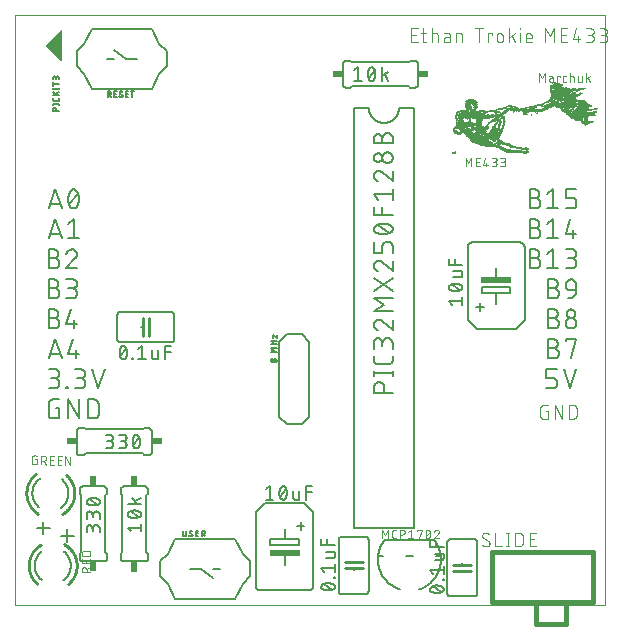
<source format=gto>
G04 EAGLE Gerber X2 export*
%TF.Part,Single*%
%TF.FileFunction,Other,Silk top*%
%TF.FilePolarity,Positive*%
%TF.GenerationSoftware,Autodesk,EAGLE,8.7.1*%
%TF.CreationDate,2018-04-17T03:08:04Z*%
G75*
%MOMM*%
%FSLAX34Y34*%
%LPD*%
%AMOC8*
5,1,8,0,0,1.08239X$1,22.5*%
G01*
%ADD10C,0.000000*%
%ADD11C,0.152400*%
%ADD12C,0.101600*%
%ADD13R,0.003175X0.000400*%
%ADD14R,0.000794X0.000400*%
%ADD15R,0.004763X0.000394*%
%ADD16R,0.000394X0.000394*%
%ADD17R,0.006750X0.000400*%
%ADD18R,0.000394X0.000400*%
%ADD19R,0.008331X0.000394*%
%ADD20R,0.013094X0.000400*%
%ADD21R,0.016275X0.000394*%
%ADD22R,0.009525X0.000400*%
%ADD23R,0.017063X0.000400*%
%ADD24R,0.015875X0.000394*%
%ADD25R,0.019838X0.000394*%
%ADD26R,0.021825X0.000400*%
%ADD27R,0.047625X0.000394*%
%ADD28R,0.038494X0.000400*%
%ADD29R,0.008731X0.000400*%
%ADD30R,0.038894X0.000394*%
%ADD31R,0.007938X0.000394*%
%ADD32R,0.038100X0.000400*%
%ADD33R,0.007938X0.000400*%
%ADD34R,0.037700X0.000394*%
%ADD35R,0.006744X0.000394*%
%ADD36R,0.005950X0.000400*%
%ADD37R,0.039294X0.000394*%
%ADD38R,0.005950X0.000394*%
%ADD39R,0.040081X0.000400*%
%ADD40R,0.029769X0.000394*%
%ADD41R,0.005956X0.000394*%
%ADD42R,0.020238X0.000400*%
%ADD43R,0.001187X0.000400*%
%ADD44R,0.001588X0.000400*%
%ADD45R,0.004369X0.000400*%
%ADD46R,0.005556X0.000400*%
%ADD47R,0.005956X0.000400*%
%ADD48R,0.019050X0.000394*%
%ADD49R,0.004369X0.000394*%
%ADD50R,0.001981X0.000394*%
%ADD51R,0.006350X0.000394*%
%ADD52R,0.015475X0.000400*%
%ADD53R,0.006350X0.000400*%
%ADD54R,0.001588X0.000394*%
%ADD55R,0.015875X0.000400*%
%ADD56R,0.004763X0.000400*%
%ADD57R,0.015475X0.000394*%
%ADD58R,0.005156X0.000394*%
%ADD59R,0.012300X0.000400*%
%ADD60R,0.002775X0.000400*%
%ADD61R,0.011113X0.000394*%
%ADD62R,0.001194X0.000394*%
%ADD63R,0.011113X0.000400*%
%ADD64R,0.002381X0.000400*%
%ADD65R,0.016669X0.000400*%
%ADD66R,0.020637X0.000394*%
%ADD67R,0.010712X0.000400*%
%ADD68R,0.026588X0.000400*%
%ADD69R,0.014681X0.000394*%
%ADD70R,0.013888X0.000400*%
%ADD71R,0.010712X0.000394*%
%ADD72R,0.001187X0.000394*%
%ADD73R,0.003175X0.000394*%
%ADD74R,0.009919X0.000400*%
%ADD75R,0.012300X0.000394*%
%ADD76R,0.010313X0.000400*%
%ADD77R,0.013094X0.000394*%
%ADD78R,0.011900X0.000394*%
%ADD79R,0.013488X0.000400*%
%ADD80R,0.011506X0.000400*%
%ADD81R,0.014681X0.000400*%
%ADD82R,0.032538X0.000394*%
%ADD83R,0.009525X0.000394*%
%ADD84R,0.033731X0.000400*%
%ADD85R,0.001981X0.000400*%
%ADD86R,0.009125X0.000400*%
%ADD87R,0.034925X0.000394*%
%ADD88R,0.011513X0.000394*%
%ADD89R,0.035719X0.000400*%
%ADD90R,0.011900X0.000400*%
%ADD91R,0.034125X0.000394*%
%ADD92R,0.033337X0.000400*%
%ADD93R,0.001194X0.000400*%
%ADD94R,0.033337X0.000394*%
%ADD95R,0.012700X0.000394*%
%ADD96R,0.034525X0.000400*%
%ADD97R,0.012700X0.000400*%
%ADD98R,0.016669X0.000394*%
%ADD99R,0.036513X0.000400*%
%ADD100R,0.016275X0.000400*%
%ADD101R,0.036112X0.000394*%
%ADD102R,0.003969X0.000394*%
%ADD103R,0.007537X0.000400*%
%ADD104R,0.035719X0.000394*%
%ADD105R,0.035713X0.000400*%
%ADD106R,0.037306X0.000394*%
%ADD107R,0.030956X0.000400*%
%ADD108R,0.025400X0.000400*%
%ADD109R,0.038500X0.000394*%
%ADD110R,0.011906X0.000394*%
%ADD111R,0.010719X0.000394*%
%ADD112R,0.030950X0.000400*%
%ADD113R,0.002375X0.000400*%
%ADD114R,0.031350X0.000394*%
%ADD115R,0.002775X0.000394*%
%ADD116R,0.008725X0.000394*%
%ADD117R,0.032538X0.000400*%
%ADD118R,0.005163X0.000400*%
%ADD119R,0.005163X0.000394*%
%ADD120R,0.012306X0.000400*%
%ADD121R,0.011506X0.000394*%
%ADD122R,0.009919X0.000394*%
%ADD123R,0.006744X0.000400*%
%ADD124R,0.005556X0.000394*%
%ADD125R,0.003575X0.000394*%
%ADD126R,0.002375X0.000394*%
%ADD127R,0.007144X0.000394*%
%ADD128R,0.020238X0.000394*%
%ADD129R,0.006750X0.000394*%
%ADD130R,0.007537X0.000394*%
%ADD131R,0.003569X0.000400*%
%ADD132R,0.005550X0.000400*%
%ADD133R,0.014688X0.000400*%
%ADD134R,0.015075X0.000394*%
%ADD135R,0.017463X0.000400*%
%ADD136R,0.017856X0.000394*%
%ADD137R,0.005156X0.000400*%
%ADD138R,0.019444X0.000400*%
%ADD139R,0.002781X0.000400*%
%ADD140R,0.011906X0.000400*%
%ADD141R,0.024206X0.000400*%
%ADD142R,0.024606X0.000394*%
%ADD143R,0.040881X0.000400*%
%ADD144R,0.016269X0.000400*%
%ADD145R,0.038100X0.000394*%
%ADD146R,0.036112X0.000400*%
%ADD147R,0.002381X0.000394*%
%ADD148R,0.025794X0.000394*%
%ADD149R,0.008731X0.000394*%
%ADD150R,0.025794X0.000400*%
%ADD151R,0.008331X0.000400*%
%ADD152R,0.004363X0.000394*%
%ADD153R,0.004363X0.000400*%
%ADD154R,0.026188X0.000400*%
%ADD155R,0.008725X0.000400*%
%ADD156R,0.023813X0.000400*%
%ADD157R,0.007138X0.000394*%
%ADD158R,0.024206X0.000394*%
%ADD159R,0.025000X0.000400*%
%ADD160R,0.025400X0.000394*%
%ADD161R,0.008338X0.000394*%
%ADD162R,0.008338X0.000400*%
%ADD163R,0.013494X0.000394*%
%ADD164R,0.009125X0.000394*%
%ADD165R,0.014287X0.000394*%
%ADD166R,0.013894X0.000394*%
%ADD167R,0.013488X0.000394*%
%ADD168R,0.003962X0.000394*%
%ADD169R,0.009925X0.000400*%
%ADD170R,0.003962X0.000400*%
%ADD171R,0.007144X0.000400*%
%ADD172R,0.003569X0.000394*%
%ADD173R,0.009925X0.000394*%
%ADD174R,0.017463X0.000394*%
%ADD175R,0.013494X0.000400*%
%ADD176R,0.015075X0.000400*%
%ADD177R,0.016663X0.000400*%
%ADD178R,0.003969X0.000400*%
%ADD179R,0.016663X0.000394*%
%ADD180R,0.017063X0.000394*%
%ADD181R,0.017862X0.000400*%
%ADD182R,0.005550X0.000394*%
%ADD183R,0.028969X0.000400*%
%ADD184R,0.003575X0.000400*%
%ADD185R,0.029369X0.000394*%
%ADD186R,0.016269X0.000394*%
%ADD187R,0.010319X0.000394*%
%ADD188R,0.007138X0.000400*%
%ADD189R,0.013888X0.000394*%
%ADD190R,0.013100X0.000400*%
%ADD191R,0.014287X0.000400*%
%ADD192R,0.010319X0.000400*%
%ADD193R,0.001988X0.000394*%
%ADD194R,0.002781X0.000394*%
%ADD195R,0.001988X0.000400*%
%ADD196R,0.019450X0.000394*%
%ADD197R,0.022619X0.000400*%
%ADD198R,0.026594X0.000394*%
%ADD199R,0.020244X0.000400*%
%ADD200R,0.011513X0.000400*%
%ADD201R,0.019444X0.000394*%
%ADD202R,0.018256X0.000400*%
%ADD203R,0.017856X0.000400*%
%ADD204R,0.009131X0.000400*%
%ADD205R,0.015081X0.000394*%
%ADD206R,0.009131X0.000394*%
%ADD207R,0.010719X0.000400*%
%ADD208R,0.018250X0.000400*%
%ADD209R,0.021425X0.000400*%
%ADD210R,0.022225X0.000394*%
%ADD211R,0.007544X0.000400*%
%ADD212R,0.023013X0.000400*%
%ADD213R,0.031750X0.000394*%
%ADD214R,0.025000X0.000394*%
%ADD215R,0.035319X0.000394*%
%ADD216R,0.025006X0.000400*%
%ADD217R,0.028969X0.000394*%
%ADD218R,0.037306X0.000400*%
%ADD219R,0.026988X0.000400*%
%ADD220R,0.007544X0.000394*%
%ADD221R,0.027388X0.000394*%
%ADD222R,0.050006X0.000394*%
%ADD223R,0.027381X0.000394*%
%ADD224R,0.046431X0.000400*%
%ADD225R,0.028575X0.000400*%
%ADD226R,0.051594X0.000394*%
%ADD227R,0.043650X0.000394*%
%ADD228R,0.051994X0.000400*%
%ADD229R,0.044450X0.000400*%
%ADD230R,0.053575X0.000394*%
%ADD231R,0.028181X0.000394*%
%ADD232R,0.047625X0.000400*%
%ADD233R,0.028575X0.000394*%
%ADD234R,0.020244X0.000394*%
%ADD235R,0.021031X0.000400*%
%ADD236R,0.018650X0.000400*%
%ADD237R,0.028975X0.000400*%
%ADD238R,0.018656X0.000394*%
%ADD239R,0.039288X0.000394*%
%ADD240R,0.039288X0.000400*%
%ADD241R,0.021038X0.000394*%
%ADD242R,0.037706X0.000394*%
%ADD243R,0.024600X0.000400*%
%ADD244R,0.047225X0.000394*%
%ADD245R,0.036913X0.000400*%
%ADD246R,0.040481X0.000400*%
%ADD247R,0.039688X0.000394*%
%ADD248R,0.030163X0.000394*%
%ADD249R,0.031750X0.000400*%
%ADD250R,0.048019X0.000394*%
%ADD251R,0.049212X0.000400*%
%ADD252R,0.042463X0.000394*%
%ADD253R,0.050800X0.000400*%
%ADD254R,0.030556X0.000400*%
%ADD255R,0.029369X0.000400*%
%ADD256R,0.010313X0.000394*%
%ADD257R,0.019844X0.000400*%
%ADD258R,0.019450X0.000400*%
%ADD259R,0.021031X0.000394*%
%ADD260R,0.044450X0.000394*%
%ADD261R,0.045244X0.000400*%
%ADD262R,0.044844X0.000394*%
%ADD263R,0.029362X0.000394*%
%ADD264R,0.034525X0.000394*%
%ADD265R,0.027381X0.000400*%
%ADD266R,0.039688X0.000400*%
%ADD267R,0.028175X0.000394*%
%ADD268R,0.015481X0.000400*%
%ADD269R,0.040475X0.000400*%
%ADD270R,0.038894X0.000400*%
%ADD271R,0.027775X0.000400*%
%ADD272R,0.024600X0.000394*%
%ADD273R,0.026988X0.000394*%
%ADD274R,0.026188X0.000394*%
%ADD275R,0.025006X0.000394*%
%ADD276R,0.024606X0.000400*%
%ADD277R,0.023813X0.000394*%
%ADD278R,0.000400X0.000400*%
%ADD279R,0.021825X0.000394*%
%ADD280R,0.021431X0.000400*%
%ADD281R,0.021431X0.000394*%
%ADD282R,0.020637X0.000400*%
%ADD283R,0.023019X0.000400*%
%ADD284R,0.038494X0.000394*%
%ADD285R,0.036913X0.000394*%
%ADD286R,0.000400X0.000394*%
%ADD287R,0.032544X0.000394*%
%ADD288R,0.031356X0.000394*%
%ADD289R,0.029769X0.000400*%
%ADD290R,0.042863X0.000400*%
%ADD291R,0.041275X0.000394*%
%ADD292R,0.025800X0.000400*%
%ADD293R,0.022625X0.000394*%
%ADD294R,0.019844X0.000394*%
%ADD295R,0.018656X0.000400*%
%ADD296R,0.014688X0.000394*%
%ADD297R,0.018250X0.000394*%
%ADD298R,0.028975X0.000394*%
%ADD299R,0.026194X0.000394*%
%ADD300R,0.022225X0.000400*%
%ADD301R,0.023013X0.000394*%
%ADD302R,0.013894X0.000400*%
%ADD303R,0.023413X0.000394*%
%ADD304R,0.015481X0.000394*%
%ADD305R,0.022619X0.000394*%
%ADD306R,0.013100X0.000394*%
%ADD307R,0.040875X0.000400*%
%ADD308R,0.035319X0.000400*%
%ADD309R,0.032938X0.000394*%
%ADD310R,0.028175X0.000400*%
%ADD311R,0.027388X0.000400*%
%ADD312R,0.030163X0.000400*%
%ADD313R,0.057150X0.000400*%
%ADD314R,0.043256X0.000394*%
%ADD315R,0.042469X0.000400*%
%ADD316R,0.021831X0.000400*%
%ADD317R,0.040475X0.000394*%
%ADD318R,0.034125X0.000400*%
%ADD319R,0.036513X0.000394*%
%ADD320R,0.024213X0.000400*%
%ADD321R,0.021038X0.000400*%
%ADD322R,0.019838X0.000400*%
%ADD323R,0.000794X0.000394*%
%ADD324R,0.125000X0.015631*%
%ADD325R,0.187500X0.015619*%
%ADD326R,0.265700X0.015631*%
%ADD327R,0.328100X0.015619*%
%ADD328R,0.515600X0.015631*%
%ADD329R,0.640700X0.015619*%
%ADD330R,0.375000X0.015631*%
%ADD331R,0.671900X0.015631*%
%ADD332R,0.625000X0.015619*%
%ADD333R,0.781200X0.015619*%
%ADD334R,0.859400X0.015631*%
%ADD335R,1.875000X0.015619*%
%ADD336R,1.515600X0.015631*%
%ADD337R,0.343800X0.015631*%
%ADD338R,1.531300X0.015619*%
%ADD339R,0.312500X0.015619*%
%ADD340R,1.500000X0.015631*%
%ADD341R,0.312500X0.015631*%
%ADD342R,1.484400X0.015619*%
%ADD343R,0.265600X0.015619*%
%ADD344R,0.234400X0.015631*%
%ADD345R,1.546900X0.015619*%
%ADD346R,0.234400X0.015619*%
%ADD347R,1.578100X0.015631*%
%ADD348R,1.171900X0.015619*%
%ADD349R,0.796800X0.015631*%
%ADD350R,0.046900X0.015631*%
%ADD351R,0.062500X0.015631*%
%ADD352R,0.171900X0.015631*%
%ADD353R,0.218800X0.015631*%
%ADD354R,0.750000X0.015619*%
%ADD355R,0.171900X0.015619*%
%ADD356R,0.078100X0.015619*%
%ADD357R,0.250000X0.015619*%
%ADD358R,0.609400X0.015631*%
%ADD359R,0.250000X0.015631*%
%ADD360R,0.062500X0.015619*%
%ADD361R,0.625000X0.015631*%
%ADD362R,0.187500X0.015631*%
%ADD363R,0.609300X0.015619*%
%ADD364R,0.203100X0.015619*%
%ADD365R,0.484400X0.015631*%
%ADD366R,0.109400X0.015631*%
%ADD367R,0.437500X0.015619*%
%ADD368R,0.046900X0.015619*%
%ADD369R,0.437500X0.015631*%
%ADD370R,0.093800X0.015631*%
%ADD371R,0.656300X0.015631*%
%ADD372R,0.812500X0.015619*%
%ADD373R,0.421900X0.015631*%
%ADD374R,1.046900X0.015631*%
%ADD375R,0.578100X0.015619*%
%ADD376R,0.546900X0.015631*%
%ADD377R,0.421800X0.015619*%
%ADD378R,0.125000X0.015619*%
%ADD379R,0.390600X0.015631*%
%ADD380R,0.484400X0.015619*%
%ADD381R,0.406200X0.015631*%
%ADD382R,0.515600X0.015619*%
%ADD383R,0.468700X0.015619*%
%ADD384R,0.531200X0.015631*%
%ADD385R,0.453100X0.015631*%
%ADD386R,0.578100X0.015631*%
%ADD387R,1.281200X0.015619*%
%ADD388R,0.375000X0.015619*%
%ADD389R,1.328100X0.015631*%
%ADD390R,0.078100X0.015631*%
%ADD391R,0.359300X0.015631*%
%ADD392R,1.375000X0.015619*%
%ADD393R,0.453200X0.015619*%
%ADD394R,1.406300X0.015631*%
%ADD395R,0.468700X0.015631*%
%ADD396R,1.343700X0.015619*%
%ADD397R,1.312500X0.015631*%
%ADD398R,1.312500X0.015619*%
%ADD399R,0.500000X0.015619*%
%ADD400R,1.359400X0.015631*%
%ADD401R,0.500000X0.015631*%
%ADD402R,0.656300X0.015619*%
%ADD403R,1.437500X0.015631*%
%ADD404R,0.640700X0.015631*%
%ADD405R,1.421900X0.015619*%
%ADD406R,0.156300X0.015619*%
%ADD407R,0.296800X0.015631*%
%ADD408R,1.406300X0.015619*%
%ADD409R,1.406200X0.015631*%
%ADD410R,0.609300X0.015631*%
%ADD411R,1.468800X0.015619*%
%ADD412R,0.234300X0.015631*%
%ADD413R,0.015600X0.015631*%
%ADD414R,1.218800X0.015631*%
%ADD415R,1.000000X0.015631*%
%ADD416R,1.515700X0.015619*%
%ADD417R,0.468800X0.015619*%
%ADD418R,0.421900X0.015619*%
%ADD419R,1.218700X0.015631*%
%ADD420R,0.093700X0.015631*%
%ADD421R,1.234400X0.015619*%
%ADD422R,0.109300X0.015619*%
%ADD423R,0.343700X0.015619*%
%ADD424R,1.281200X0.015631*%
%ADD425R,0.203200X0.015631*%
%ADD426R,0.203200X0.015619*%
%ADD427R,1.375000X0.015631*%
%ADD428R,0.453100X0.015619*%
%ADD429R,1.421900X0.015631*%
%ADD430R,1.437500X0.015619*%
%ADD431R,0.390600X0.015619*%
%ADD432R,0.265600X0.015631*%
%ADD433R,1.484400X0.015631*%
%ADD434R,1.515600X0.015619*%
%ADD435R,0.218800X0.015619*%
%ADD436R,1.531200X0.015631*%
%ADD437R,0.906200X0.015619*%
%ADD438R,0.609400X0.015619*%
%ADD439R,0.921900X0.015631*%
%ADD440R,0.359400X0.015631*%
%ADD441R,1.250000X0.015619*%
%ADD442R,0.140700X0.015619*%
%ADD443R,0.093700X0.015619*%
%ADD444R,0.281300X0.015619*%
%ADD445R,0.703100X0.015619*%
%ADD446R,0.796900X0.015619*%
%ADD447R,0.265700X0.015619*%
%ADD448R,0.296900X0.015619*%
%ADD449R,1.140600X0.015631*%
%ADD450R,0.140600X0.015631*%
%ADD451R,0.218700X0.015631*%
%ADD452R,0.578200X0.015631*%
%ADD453R,1.140600X0.015619*%
%ADD454R,0.593700X0.015619*%
%ADD455R,0.046800X0.015631*%
%ADD456R,0.687500X0.015631*%
%ADD457R,1.578100X0.015619*%
%ADD458R,0.203100X0.015631*%
%ADD459R,0.765600X0.015631*%
%ADD460R,1.000000X0.015619*%
%ADD461R,1.015600X0.015631*%
%ADD462R,0.796900X0.015631*%
%ADD463R,1.062500X0.015619*%
%ADD464R,1.062500X0.015631*%
%ADD465R,0.468800X0.015631*%
%ADD466R,0.953100X0.015631*%
%ADD467R,1.078200X0.015619*%
%ADD468R,0.968800X0.015619*%
%ADD469R,1.609400X0.015631*%
%ADD470R,0.109400X0.015619*%
%ADD471R,0.640600X0.015631*%
%ADD472R,1.203100X0.015619*%
%ADD473R,2.765700X0.015631*%
%ADD474R,2.781300X0.015619*%
%ADD475R,2.812500X0.015631*%
%ADD476R,1.500000X0.015619*%
%ADD477R,1.156300X0.015619*%
%ADD478R,1.359300X0.015631*%
%ADD479R,0.093800X0.015619*%
%ADD480R,1.015600X0.015619*%
%ADD481R,0.343800X0.015619*%
%ADD482R,0.328100X0.015631*%
%ADD483R,0.109300X0.015631*%
%ADD484R,1.031200X0.015631*%
%ADD485R,0.343700X0.015631*%
%ADD486R,0.937500X0.015631*%
%ADD487R,0.328200X0.015619*%
%ADD488R,0.531300X0.015619*%
%ADD489R,0.281200X0.015619*%
%ADD490R,0.953100X0.015619*%
%ADD491R,0.984400X0.015631*%
%ADD492R,0.718700X0.015619*%
%ADD493R,0.515700X0.015631*%
%ADD494R,0.328200X0.015631*%
%ADD495R,0.531200X0.015619*%
%ADD496R,1.328100X0.015619*%
%ADD497R,0.562500X0.015631*%
%ADD498R,0.515700X0.015619*%
%ADD499R,0.359400X0.015619*%
%ADD500R,0.562500X0.015619*%
%ADD501R,0.593700X0.015631*%
%ADD502R,0.812500X0.015631*%
%ADD503R,0.828100X0.015619*%
%ADD504R,0.546900X0.015619*%
%ADD505R,0.296800X0.015619*%
%ADD506R,0.296900X0.015631*%
%ADD507R,0.828200X0.015631*%
%ADD508R,0.156200X0.015619*%
%ADD509R,0.390700X0.015631*%
%ADD510R,0.156200X0.015631*%
%ADD511R,0.281300X0.015631*%
%ADD512R,1.125000X0.015619*%
%ADD513R,0.140600X0.015619*%
%ADD514R,0.390700X0.015619*%
%ADD515R,0.687500X0.015619*%
%ADD516R,0.281200X0.015631*%
%ADD517R,1.046800X0.015631*%
%ADD518R,0.531300X0.015631*%
%ADD519R,1.046800X0.015619*%
%ADD520R,0.171800X0.015619*%
%ADD521R,0.453200X0.015631*%
%ADD522R,0.171800X0.015631*%
%ADD523R,0.484300X0.015631*%
%ADD524R,0.484300X0.015619*%
%ADD525R,0.406300X0.015619*%
%ADD526R,0.656200X0.015631*%
%ADD527R,0.156300X0.015631*%
%ADD528R,0.656200X0.015619*%
%ADD529R,0.593800X0.015619*%
%ADD530R,0.671900X0.015619*%
%ADD531R,0.703200X0.015631*%
%ADD532R,0.421800X0.015631*%
%ADD533R,1.390600X0.015619*%
%ADD534R,0.218700X0.015619*%
%ADD535R,1.390600X0.015631*%
%ADD536R,1.406200X0.015619*%
%ADD537R,1.484300X0.015631*%
%ADD538R,0.140700X0.015631*%
%ADD539R,0.640600X0.015619*%
%ADD540R,0.875000X0.015631*%
%ADD541R,0.015600X0.015619*%
%ADD542R,0.890600X0.015619*%
%ADD543R,0.859400X0.015619*%
%ADD544R,0.843800X0.015631*%
%ADD545R,0.843700X0.015631*%
%ADD546R,0.015700X0.015631*%
%ADD547R,1.078100X0.015631*%
%ADD548R,2.156200X0.015619*%
%ADD549R,2.171800X0.015631*%
%ADD550R,2.171800X0.015619*%
%ADD551R,0.406300X0.015631*%
%ADD552R,0.078200X0.015619*%
%ADD553R,2.078100X0.015619*%
%ADD554R,1.468700X0.015631*%
%ADD555R,0.078200X0.015631*%
%ADD556R,1.359400X0.015619*%
%ADD557R,0.843700X0.015619*%
%ADD558R,0.765700X0.015619*%
%ADD559R,0.890600X0.015631*%
%ADD560R,1.046900X0.015619*%
%ADD561R,0.765600X0.015619*%
%ADD562R,0.718800X0.015631*%
%ADD563R,0.671800X0.015631*%
%ADD564R,0.703100X0.015631*%
%ADD565R,0.406200X0.015619*%
%ADD566R,0.546800X0.015631*%
%ADD567R,0.718700X0.015631*%
%ADD568R,0.046800X0.015619*%
%ADD569R,0.359300X0.015619*%
%ADD570R,0.875000X0.015619*%
%ADD571R,0.906200X0.015631*%
%ADD572R,0.984400X0.015619*%
%ADD573R,0.890700X0.015631*%
%ADD574R,1.468800X0.015631*%
%ADD575R,0.937500X0.015619*%
%ADD576R,0.953200X0.015631*%
%ADD577R,0.984300X0.015619*%
%ADD578R,1.968800X0.015619*%
%ADD579R,1.078100X0.015619*%
%ADD580R,0.984300X0.015631*%
%ADD581R,1.828100X0.015631*%
%ADD582R,1.125000X0.015631*%
%ADD583R,2.031300X0.015619*%
%ADD584R,1.718700X0.015619*%
%ADD585R,2.046900X0.015631*%
%ADD586R,1.750000X0.015631*%
%ADD587R,2.109400X0.015619*%
%ADD588R,1.109400X0.015619*%
%ADD589R,1.031300X0.015631*%
%ADD590R,1.875000X0.015631*%
%ADD591R,0.828100X0.015631*%
%ADD592R,0.734400X0.015631*%
%ADD593R,1.140700X0.015631*%
%ADD594R,0.734400X0.015619*%
%ADD595R,1.546900X0.015631*%
%ADD596R,0.828200X0.015619*%
%ADD597R,1.109300X0.015631*%
%ADD598R,0.968700X0.015631*%
%ADD599R,1.859300X0.015619*%
%ADD600R,1.234400X0.015631*%
%ADD601R,1.453200X0.015631*%
%ADD602R,1.328200X0.015631*%
%ADD603R,1.593800X0.015631*%
%ADD604R,1.562500X0.015619*%
%ADD605R,0.750000X0.015631*%
%ADD606R,0.859300X0.015619*%
%ADD607R,1.187500X0.015619*%
%ADD608R,1.250000X0.015631*%
%ADD609R,1.890600X0.015619*%
%ADD610R,1.937500X0.015631*%
%ADD611R,1.671800X0.015619*%
%ADD612R,0.781300X0.015631*%
%ADD613R,2.000000X0.015631*%
%ADD614R,1.203100X0.015631*%
%ADD615R,1.156300X0.015631*%
%ADD616R,0.765700X0.015631*%
%ADD617R,1.750000X0.015619*%
%ADD618R,1.781300X0.015631*%
%ADD619R,0.031300X0.015631*%
%ADD620R,1.765600X0.015619*%
%ADD621R,0.234300X0.015619*%
%ADD622R,1.156200X0.015619*%
%ADD623R,1.359300X0.015619*%
%ADD624R,1.562500X0.015631*%
%ADD625R,1.593700X0.015631*%
%ADD626R,1.531300X0.015631*%
%ADD627R,1.093700X0.015631*%
%ADD628R,1.109300X0.015619*%
%ADD629R,0.968700X0.015619*%
%ADD630R,1.031200X0.015619*%
%ADD631R,0.968800X0.015631*%
%ADD632R,0.843800X0.015619*%
%ADD633R,0.906300X0.015631*%
%ADD634R,0.546800X0.015619*%
%ADD635R,1.453200X0.015619*%
%ADD636R,0.015700X0.015619*%
%ADD637R,1.281300X0.015619*%
%ADD638R,1.171900X0.015631*%
%ADD639R,1.687500X0.015631*%
%ADD640R,1.625000X0.015619*%
%ADD641R,1.015700X0.015631*%
%ADD642R,0.718800X0.015619*%
%ADD643R,0.890700X0.015619*%
%ADD644R,0.781300X0.015619*%
%ADD645R,0.578200X0.015619*%
%ADD646R,0.734300X0.015631*%
%ADD647R,0.593800X0.015631*%
%ADD648R,1.140700X0.015619*%
%ADD649R,0.781200X0.015631*%
%ADD650R,1.031300X0.015619*%
%ADD651R,0.921900X0.015619*%
%ADD652R,1.296800X0.015619*%
%ADD653R,1.109400X0.015631*%
%ADD654R,1.078200X0.015631*%
%ADD655R,1.187500X0.015631*%
%ADD656R,2.250000X0.015631*%
%ADD657R,1.703100X0.015619*%
%ADD658R,1.671900X0.015631*%
%ADD659R,1.593700X0.015619*%
%ADD660R,1.343700X0.015631*%
%ADD661R,1.296900X0.015619*%
%ADD662C,0.076200*%
%ADD663C,0.254000*%
%ADD664C,0.127000*%
%ADD665R,2.540000X0.508000*%
%ADD666R,0.609600X0.863600*%
%ADD667R,0.863600X0.609600*%
%ADD668C,0.177800*%
%ADD669C,0.406400*%
%ADD670C,0.203200*%

G36*
X39522Y460667D02*
X39522Y460667D01*
X39611Y460669D01*
X39633Y460678D01*
X39656Y460681D01*
X39736Y460720D01*
X39818Y460754D01*
X39836Y460770D01*
X39857Y460780D01*
X39918Y460845D01*
X39984Y460905D01*
X39995Y460926D01*
X40011Y460943D01*
X40046Y461025D01*
X40087Y461105D01*
X40090Y461131D01*
X40099Y461150D01*
X40101Y461200D01*
X40114Y461290D01*
X40114Y486690D01*
X40102Y486761D01*
X40101Y486791D01*
X40096Y486802D01*
X40089Y486866D01*
X40079Y486887D01*
X40075Y486911D01*
X40029Y486988D01*
X39990Y487067D01*
X39973Y487084D01*
X39960Y487104D01*
X39891Y487160D01*
X39827Y487221D01*
X39805Y487230D01*
X39786Y487245D01*
X39702Y487274D01*
X39620Y487309D01*
X39596Y487310D01*
X39574Y487317D01*
X39485Y487315D01*
X39396Y487319D01*
X39373Y487311D01*
X39349Y487311D01*
X39267Y487277D01*
X39182Y487250D01*
X39161Y487234D01*
X39142Y487226D01*
X39104Y487192D01*
X39032Y487138D01*
X26332Y474438D01*
X26294Y474385D01*
X26249Y474337D01*
X26230Y474293D01*
X26203Y474254D01*
X26187Y474191D01*
X26161Y474130D01*
X26159Y474083D01*
X26148Y474037D01*
X26154Y473972D01*
X26151Y473906D01*
X26166Y473861D01*
X26171Y473814D01*
X26200Y473755D01*
X26220Y473692D01*
X26253Y473648D01*
X26270Y473613D01*
X26299Y473586D01*
X26332Y473542D01*
X39032Y460842D01*
X39105Y460791D01*
X39174Y460735D01*
X39196Y460727D01*
X39216Y460713D01*
X39302Y460691D01*
X39386Y460663D01*
X39410Y460663D01*
X39433Y460658D01*
X39522Y460667D01*
G37*
D10*
X0Y0D02*
X500000Y0D01*
X500000Y500000D01*
X0Y500000D01*
X0Y0D01*
D11*
X18542Y65504D02*
X29379Y65504D01*
X23961Y60085D02*
X23961Y70922D01*
X38862Y59154D02*
X49699Y59154D01*
X44281Y53735D02*
X44281Y64572D01*
X435926Y345073D02*
X440442Y345073D01*
X440442Y345074D02*
X440575Y345072D01*
X440707Y345066D01*
X440839Y345056D01*
X440971Y345043D01*
X441103Y345025D01*
X441233Y345004D01*
X441364Y344979D01*
X441493Y344950D01*
X441621Y344917D01*
X441749Y344881D01*
X441875Y344841D01*
X442000Y344797D01*
X442124Y344749D01*
X442246Y344698D01*
X442367Y344643D01*
X442486Y344585D01*
X442604Y344523D01*
X442719Y344458D01*
X442833Y344389D01*
X442944Y344318D01*
X443053Y344242D01*
X443160Y344164D01*
X443265Y344083D01*
X443367Y343998D01*
X443467Y343911D01*
X443564Y343821D01*
X443659Y343728D01*
X443750Y343632D01*
X443839Y343534D01*
X443925Y343433D01*
X444008Y343329D01*
X444088Y343223D01*
X444164Y343115D01*
X444238Y343005D01*
X444308Y342892D01*
X444375Y342778D01*
X444438Y342661D01*
X444498Y342543D01*
X444555Y342423D01*
X444608Y342301D01*
X444657Y342178D01*
X444703Y342054D01*
X444745Y341928D01*
X444783Y341801D01*
X444818Y341673D01*
X444849Y341544D01*
X444876Y341415D01*
X444899Y341284D01*
X444919Y341153D01*
X444934Y341021D01*
X444946Y340889D01*
X444954Y340757D01*
X444958Y340624D01*
X444958Y340492D01*
X444954Y340359D01*
X444946Y340227D01*
X444934Y340095D01*
X444919Y339963D01*
X444899Y339832D01*
X444876Y339701D01*
X444849Y339572D01*
X444818Y339443D01*
X444783Y339315D01*
X444745Y339188D01*
X444703Y339062D01*
X444657Y338938D01*
X444608Y338815D01*
X444555Y338693D01*
X444498Y338573D01*
X444438Y338455D01*
X444375Y338338D01*
X444308Y338224D01*
X444238Y338111D01*
X444164Y338001D01*
X444088Y337893D01*
X444008Y337787D01*
X443925Y337683D01*
X443839Y337582D01*
X443750Y337484D01*
X443659Y337388D01*
X443564Y337295D01*
X443467Y337205D01*
X443367Y337118D01*
X443265Y337033D01*
X443160Y336952D01*
X443053Y336874D01*
X442944Y336798D01*
X442833Y336727D01*
X442719Y336658D01*
X442604Y336593D01*
X442486Y336531D01*
X442367Y336473D01*
X442246Y336418D01*
X442124Y336367D01*
X442000Y336319D01*
X441875Y336275D01*
X441749Y336235D01*
X441621Y336199D01*
X441493Y336166D01*
X441364Y336137D01*
X441233Y336112D01*
X441103Y336091D01*
X440971Y336073D01*
X440839Y336060D01*
X440707Y336050D01*
X440575Y336044D01*
X440442Y336042D01*
X435926Y336042D01*
X435926Y352298D01*
X440442Y352298D01*
X440561Y352296D01*
X440681Y352290D01*
X440800Y352280D01*
X440918Y352266D01*
X441037Y352249D01*
X441154Y352227D01*
X441271Y352202D01*
X441386Y352172D01*
X441501Y352139D01*
X441615Y352102D01*
X441727Y352062D01*
X441838Y352017D01*
X441947Y351969D01*
X442055Y351918D01*
X442161Y351863D01*
X442265Y351804D01*
X442367Y351742D01*
X442467Y351677D01*
X442565Y351608D01*
X442661Y351536D01*
X442754Y351461D01*
X442844Y351384D01*
X442932Y351303D01*
X443017Y351219D01*
X443099Y351132D01*
X443179Y351043D01*
X443255Y350951D01*
X443329Y350857D01*
X443399Y350760D01*
X443466Y350662D01*
X443530Y350561D01*
X443590Y350457D01*
X443647Y350352D01*
X443700Y350245D01*
X443750Y350137D01*
X443796Y350027D01*
X443838Y349915D01*
X443877Y349802D01*
X443912Y349688D01*
X443943Y349573D01*
X443971Y349456D01*
X443994Y349339D01*
X444014Y349222D01*
X444030Y349103D01*
X444042Y348984D01*
X444050Y348865D01*
X444054Y348746D01*
X444054Y348626D01*
X444050Y348507D01*
X444042Y348388D01*
X444030Y348269D01*
X444014Y348150D01*
X443994Y348033D01*
X443971Y347916D01*
X443943Y347799D01*
X443912Y347684D01*
X443877Y347570D01*
X443838Y347457D01*
X443796Y347345D01*
X443750Y347235D01*
X443700Y347127D01*
X443647Y347020D01*
X443590Y346915D01*
X443530Y346811D01*
X443466Y346710D01*
X443399Y346612D01*
X443329Y346515D01*
X443255Y346421D01*
X443179Y346329D01*
X443099Y346240D01*
X443017Y346153D01*
X442932Y346069D01*
X442844Y345988D01*
X442754Y345911D01*
X442661Y345836D01*
X442565Y345764D01*
X442467Y345695D01*
X442367Y345630D01*
X442265Y345568D01*
X442161Y345509D01*
X442055Y345454D01*
X441947Y345403D01*
X441838Y345355D01*
X441727Y345310D01*
X441615Y345270D01*
X441501Y345233D01*
X441386Y345200D01*
X441271Y345170D01*
X441154Y345145D01*
X441037Y345123D01*
X440918Y345106D01*
X440800Y345092D01*
X440681Y345082D01*
X440561Y345076D01*
X440442Y345074D01*
X450826Y348686D02*
X455341Y352298D01*
X455341Y336042D01*
X450826Y336042D02*
X459857Y336042D01*
X466457Y336042D02*
X471876Y336042D01*
X471994Y336044D01*
X472112Y336050D01*
X472230Y336059D01*
X472347Y336073D01*
X472464Y336090D01*
X472581Y336111D01*
X472696Y336136D01*
X472811Y336165D01*
X472925Y336198D01*
X473037Y336234D01*
X473148Y336274D01*
X473258Y336317D01*
X473367Y336364D01*
X473474Y336414D01*
X473579Y336469D01*
X473682Y336526D01*
X473783Y336587D01*
X473883Y336651D01*
X473980Y336718D01*
X474075Y336788D01*
X474167Y336862D01*
X474258Y336938D01*
X474345Y337018D01*
X474430Y337100D01*
X474512Y337185D01*
X474592Y337272D01*
X474668Y337363D01*
X474742Y337455D01*
X474812Y337550D01*
X474879Y337647D01*
X474943Y337747D01*
X475004Y337848D01*
X475061Y337951D01*
X475116Y338056D01*
X475166Y338163D01*
X475213Y338272D01*
X475256Y338382D01*
X475296Y338493D01*
X475332Y338605D01*
X475365Y338719D01*
X475394Y338834D01*
X475419Y338949D01*
X475440Y339066D01*
X475457Y339183D01*
X475471Y339300D01*
X475480Y339418D01*
X475486Y339536D01*
X475488Y339654D01*
X475488Y341461D01*
X475486Y341579D01*
X475480Y341697D01*
X475471Y341815D01*
X475457Y341932D01*
X475440Y342049D01*
X475419Y342166D01*
X475394Y342281D01*
X475365Y342396D01*
X475332Y342510D01*
X475296Y342622D01*
X475256Y342733D01*
X475213Y342843D01*
X475166Y342952D01*
X475116Y343059D01*
X475061Y343164D01*
X475004Y343267D01*
X474943Y343368D01*
X474879Y343468D01*
X474812Y343565D01*
X474742Y343660D01*
X474668Y343752D01*
X474592Y343843D01*
X474512Y343930D01*
X474430Y344015D01*
X474345Y344097D01*
X474258Y344177D01*
X474167Y344253D01*
X474075Y344327D01*
X473980Y344397D01*
X473883Y344464D01*
X473783Y344528D01*
X473682Y344589D01*
X473579Y344646D01*
X473474Y344701D01*
X473367Y344751D01*
X473258Y344798D01*
X473148Y344841D01*
X473037Y344881D01*
X472925Y344917D01*
X472811Y344950D01*
X472696Y344979D01*
X472581Y345004D01*
X472464Y345025D01*
X472347Y345042D01*
X472230Y345056D01*
X472112Y345065D01*
X471994Y345071D01*
X471876Y345073D01*
X466457Y345073D01*
X466457Y352298D01*
X475488Y352298D01*
X34121Y352298D02*
X28702Y336042D01*
X39539Y336042D02*
X34121Y352298D01*
X38185Y340106D02*
X30057Y340106D01*
X45237Y344170D02*
X45241Y344490D01*
X45252Y344809D01*
X45271Y345129D01*
X45298Y345447D01*
X45332Y345765D01*
X45374Y346082D01*
X45424Y346398D01*
X45481Y346713D01*
X45545Y347026D01*
X45617Y347338D01*
X45696Y347648D01*
X45783Y347955D01*
X45877Y348261D01*
X45978Y348564D01*
X46087Y348865D01*
X46202Y349163D01*
X46325Y349459D01*
X46455Y349751D01*
X46592Y350040D01*
X46591Y350041D02*
X46630Y350149D01*
X46673Y350256D01*
X46719Y350361D01*
X46770Y350465D01*
X46823Y350567D01*
X46880Y350667D01*
X46941Y350765D01*
X47005Y350860D01*
X47072Y350954D01*
X47143Y351045D01*
X47216Y351134D01*
X47293Y351220D01*
X47372Y351303D01*
X47454Y351384D01*
X47539Y351462D01*
X47627Y351536D01*
X47717Y351608D01*
X47809Y351676D01*
X47904Y351742D01*
X48001Y351804D01*
X48100Y351862D01*
X48202Y351918D01*
X48304Y351969D01*
X48409Y352017D01*
X48515Y352062D01*
X48623Y352103D01*
X48732Y352140D01*
X48842Y352173D01*
X48954Y352202D01*
X49066Y352228D01*
X49179Y352250D01*
X49293Y352267D01*
X49407Y352281D01*
X49522Y352291D01*
X49637Y352297D01*
X49752Y352299D01*
X49752Y352298D02*
X49867Y352296D01*
X49982Y352290D01*
X50097Y352280D01*
X50211Y352266D01*
X50325Y352249D01*
X50438Y352227D01*
X50550Y352201D01*
X50662Y352172D01*
X50772Y352139D01*
X50881Y352102D01*
X50989Y352061D01*
X51095Y352016D01*
X51200Y351968D01*
X51302Y351917D01*
X51403Y351861D01*
X51503Y351803D01*
X51600Y351741D01*
X51694Y351676D01*
X51787Y351607D01*
X51877Y351535D01*
X51965Y351461D01*
X52050Y351383D01*
X52132Y351302D01*
X52211Y351219D01*
X52288Y351133D01*
X52361Y351044D01*
X52432Y350953D01*
X52499Y350859D01*
X52563Y350764D01*
X52624Y350666D01*
X52681Y350566D01*
X52734Y350464D01*
X52785Y350360D01*
X52831Y350255D01*
X52874Y350148D01*
X52913Y350040D01*
X52912Y350040D02*
X53049Y349751D01*
X53179Y349459D01*
X53302Y349163D01*
X53417Y348865D01*
X53526Y348564D01*
X53627Y348261D01*
X53721Y347955D01*
X53808Y347648D01*
X53887Y347338D01*
X53959Y347026D01*
X54023Y346713D01*
X54080Y346398D01*
X54130Y346082D01*
X54172Y345765D01*
X54206Y345447D01*
X54233Y345129D01*
X54252Y344809D01*
X54263Y344490D01*
X54267Y344170D01*
X45237Y344170D02*
X45241Y343850D01*
X45252Y343531D01*
X45271Y343211D01*
X45298Y342893D01*
X45332Y342575D01*
X45374Y342258D01*
X45424Y341942D01*
X45481Y341627D01*
X45545Y341314D01*
X45617Y341002D01*
X45696Y340692D01*
X45783Y340385D01*
X45877Y340079D01*
X45978Y339776D01*
X46087Y339475D01*
X46202Y339177D01*
X46325Y338881D01*
X46455Y338589D01*
X46592Y338300D01*
X46591Y338300D02*
X46630Y338192D01*
X46673Y338085D01*
X46719Y337980D01*
X46770Y337876D01*
X46823Y337774D01*
X46880Y337674D01*
X46941Y337576D01*
X47005Y337481D01*
X47072Y337387D01*
X47143Y337296D01*
X47216Y337207D01*
X47293Y337121D01*
X47372Y337038D01*
X47454Y336957D01*
X47539Y336879D01*
X47627Y336805D01*
X47717Y336733D01*
X47810Y336664D01*
X47904Y336599D01*
X48001Y336537D01*
X48101Y336479D01*
X48202Y336423D01*
X48304Y336372D01*
X48409Y336324D01*
X48515Y336279D01*
X48623Y336238D01*
X48732Y336201D01*
X48842Y336168D01*
X48954Y336139D01*
X49066Y336113D01*
X49179Y336091D01*
X49293Y336074D01*
X49407Y336060D01*
X49522Y336050D01*
X49637Y336044D01*
X49752Y336042D01*
X52912Y338300D02*
X53049Y338589D01*
X53179Y338881D01*
X53302Y339177D01*
X53417Y339475D01*
X53526Y339776D01*
X53627Y340079D01*
X53721Y340385D01*
X53808Y340692D01*
X53887Y341002D01*
X53959Y341314D01*
X54023Y341627D01*
X54080Y341942D01*
X54130Y342258D01*
X54172Y342575D01*
X54206Y342893D01*
X54233Y343211D01*
X54252Y343531D01*
X54263Y343850D01*
X54267Y344170D01*
X52913Y338300D02*
X52874Y338192D01*
X52831Y338085D01*
X52785Y337980D01*
X52734Y337876D01*
X52681Y337774D01*
X52624Y337674D01*
X52563Y337576D01*
X52499Y337481D01*
X52432Y337387D01*
X52361Y337296D01*
X52288Y337207D01*
X52211Y337121D01*
X52132Y337038D01*
X52050Y336957D01*
X51965Y336879D01*
X51877Y336805D01*
X51787Y336733D01*
X51694Y336664D01*
X51600Y336599D01*
X51503Y336537D01*
X51403Y336479D01*
X51302Y336423D01*
X51199Y336372D01*
X51095Y336324D01*
X50989Y336279D01*
X50881Y336238D01*
X50772Y336201D01*
X50662Y336168D01*
X50550Y336139D01*
X50438Y336113D01*
X50325Y336091D01*
X50211Y336074D01*
X50097Y336060D01*
X49982Y336050D01*
X49867Y336044D01*
X49752Y336042D01*
X46139Y339654D02*
X53364Y348686D01*
X435926Y319673D02*
X440442Y319673D01*
X440442Y319674D02*
X440575Y319672D01*
X440707Y319666D01*
X440839Y319656D01*
X440971Y319643D01*
X441103Y319625D01*
X441233Y319604D01*
X441364Y319579D01*
X441493Y319550D01*
X441621Y319517D01*
X441749Y319481D01*
X441875Y319441D01*
X442000Y319397D01*
X442124Y319349D01*
X442246Y319298D01*
X442367Y319243D01*
X442486Y319185D01*
X442604Y319123D01*
X442719Y319058D01*
X442833Y318989D01*
X442944Y318918D01*
X443053Y318842D01*
X443160Y318764D01*
X443265Y318683D01*
X443367Y318598D01*
X443467Y318511D01*
X443564Y318421D01*
X443659Y318328D01*
X443750Y318232D01*
X443839Y318134D01*
X443925Y318033D01*
X444008Y317929D01*
X444088Y317823D01*
X444164Y317715D01*
X444238Y317605D01*
X444308Y317492D01*
X444375Y317378D01*
X444438Y317261D01*
X444498Y317143D01*
X444555Y317023D01*
X444608Y316901D01*
X444657Y316778D01*
X444703Y316654D01*
X444745Y316528D01*
X444783Y316401D01*
X444818Y316273D01*
X444849Y316144D01*
X444876Y316015D01*
X444899Y315884D01*
X444919Y315753D01*
X444934Y315621D01*
X444946Y315489D01*
X444954Y315357D01*
X444958Y315224D01*
X444958Y315092D01*
X444954Y314959D01*
X444946Y314827D01*
X444934Y314695D01*
X444919Y314563D01*
X444899Y314432D01*
X444876Y314301D01*
X444849Y314172D01*
X444818Y314043D01*
X444783Y313915D01*
X444745Y313788D01*
X444703Y313662D01*
X444657Y313538D01*
X444608Y313415D01*
X444555Y313293D01*
X444498Y313173D01*
X444438Y313055D01*
X444375Y312938D01*
X444308Y312824D01*
X444238Y312711D01*
X444164Y312601D01*
X444088Y312493D01*
X444008Y312387D01*
X443925Y312283D01*
X443839Y312182D01*
X443750Y312084D01*
X443659Y311988D01*
X443564Y311895D01*
X443467Y311805D01*
X443367Y311718D01*
X443265Y311633D01*
X443160Y311552D01*
X443053Y311474D01*
X442944Y311398D01*
X442833Y311327D01*
X442719Y311258D01*
X442604Y311193D01*
X442486Y311131D01*
X442367Y311073D01*
X442246Y311018D01*
X442124Y310967D01*
X442000Y310919D01*
X441875Y310875D01*
X441749Y310835D01*
X441621Y310799D01*
X441493Y310766D01*
X441364Y310737D01*
X441233Y310712D01*
X441103Y310691D01*
X440971Y310673D01*
X440839Y310660D01*
X440707Y310650D01*
X440575Y310644D01*
X440442Y310642D01*
X435926Y310642D01*
X435926Y326898D01*
X440442Y326898D01*
X440561Y326896D01*
X440681Y326890D01*
X440800Y326880D01*
X440918Y326866D01*
X441037Y326849D01*
X441154Y326827D01*
X441271Y326802D01*
X441386Y326772D01*
X441501Y326739D01*
X441615Y326702D01*
X441727Y326662D01*
X441838Y326617D01*
X441947Y326569D01*
X442055Y326518D01*
X442161Y326463D01*
X442265Y326404D01*
X442367Y326342D01*
X442467Y326277D01*
X442565Y326208D01*
X442661Y326136D01*
X442754Y326061D01*
X442844Y325984D01*
X442932Y325903D01*
X443017Y325819D01*
X443099Y325732D01*
X443179Y325643D01*
X443255Y325551D01*
X443329Y325457D01*
X443399Y325360D01*
X443466Y325262D01*
X443530Y325161D01*
X443590Y325057D01*
X443647Y324952D01*
X443700Y324845D01*
X443750Y324737D01*
X443796Y324627D01*
X443838Y324515D01*
X443877Y324402D01*
X443912Y324288D01*
X443943Y324173D01*
X443971Y324056D01*
X443994Y323939D01*
X444014Y323822D01*
X444030Y323703D01*
X444042Y323584D01*
X444050Y323465D01*
X444054Y323346D01*
X444054Y323226D01*
X444050Y323107D01*
X444042Y322988D01*
X444030Y322869D01*
X444014Y322750D01*
X443994Y322633D01*
X443971Y322516D01*
X443943Y322399D01*
X443912Y322284D01*
X443877Y322170D01*
X443838Y322057D01*
X443796Y321945D01*
X443750Y321835D01*
X443700Y321727D01*
X443647Y321620D01*
X443590Y321515D01*
X443530Y321411D01*
X443466Y321310D01*
X443399Y321212D01*
X443329Y321115D01*
X443255Y321021D01*
X443179Y320929D01*
X443099Y320840D01*
X443017Y320753D01*
X442932Y320669D01*
X442844Y320588D01*
X442754Y320511D01*
X442661Y320436D01*
X442565Y320364D01*
X442467Y320295D01*
X442367Y320230D01*
X442265Y320168D01*
X442161Y320109D01*
X442055Y320054D01*
X441947Y320003D01*
X441838Y319955D01*
X441727Y319910D01*
X441615Y319870D01*
X441501Y319833D01*
X441386Y319800D01*
X441271Y319770D01*
X441154Y319745D01*
X441037Y319723D01*
X440918Y319706D01*
X440800Y319692D01*
X440681Y319682D01*
X440561Y319676D01*
X440442Y319674D01*
X450826Y323286D02*
X455341Y326898D01*
X455341Y310642D01*
X450826Y310642D02*
X459857Y310642D01*
X466457Y314254D02*
X470069Y326898D01*
X466457Y314254D02*
X475488Y314254D01*
X472779Y317867D02*
X472779Y310642D01*
X440442Y294273D02*
X435926Y294273D01*
X440442Y294274D02*
X440575Y294272D01*
X440707Y294266D01*
X440839Y294256D01*
X440971Y294243D01*
X441103Y294225D01*
X441233Y294204D01*
X441364Y294179D01*
X441493Y294150D01*
X441621Y294117D01*
X441749Y294081D01*
X441875Y294041D01*
X442000Y293997D01*
X442124Y293949D01*
X442246Y293898D01*
X442367Y293843D01*
X442486Y293785D01*
X442604Y293723D01*
X442719Y293658D01*
X442833Y293589D01*
X442944Y293518D01*
X443053Y293442D01*
X443160Y293364D01*
X443265Y293283D01*
X443367Y293198D01*
X443467Y293111D01*
X443564Y293021D01*
X443659Y292928D01*
X443750Y292832D01*
X443839Y292734D01*
X443925Y292633D01*
X444008Y292529D01*
X444088Y292423D01*
X444164Y292315D01*
X444238Y292205D01*
X444308Y292092D01*
X444375Y291978D01*
X444438Y291861D01*
X444498Y291743D01*
X444555Y291623D01*
X444608Y291501D01*
X444657Y291378D01*
X444703Y291254D01*
X444745Y291128D01*
X444783Y291001D01*
X444818Y290873D01*
X444849Y290744D01*
X444876Y290615D01*
X444899Y290484D01*
X444919Y290353D01*
X444934Y290221D01*
X444946Y290089D01*
X444954Y289957D01*
X444958Y289824D01*
X444958Y289692D01*
X444954Y289559D01*
X444946Y289427D01*
X444934Y289295D01*
X444919Y289163D01*
X444899Y289032D01*
X444876Y288901D01*
X444849Y288772D01*
X444818Y288643D01*
X444783Y288515D01*
X444745Y288388D01*
X444703Y288262D01*
X444657Y288138D01*
X444608Y288015D01*
X444555Y287893D01*
X444498Y287773D01*
X444438Y287655D01*
X444375Y287538D01*
X444308Y287424D01*
X444238Y287311D01*
X444164Y287201D01*
X444088Y287093D01*
X444008Y286987D01*
X443925Y286883D01*
X443839Y286782D01*
X443750Y286684D01*
X443659Y286588D01*
X443564Y286495D01*
X443467Y286405D01*
X443367Y286318D01*
X443265Y286233D01*
X443160Y286152D01*
X443053Y286074D01*
X442944Y285998D01*
X442833Y285927D01*
X442719Y285858D01*
X442604Y285793D01*
X442486Y285731D01*
X442367Y285673D01*
X442246Y285618D01*
X442124Y285567D01*
X442000Y285519D01*
X441875Y285475D01*
X441749Y285435D01*
X441621Y285399D01*
X441493Y285366D01*
X441364Y285337D01*
X441233Y285312D01*
X441103Y285291D01*
X440971Y285273D01*
X440839Y285260D01*
X440707Y285250D01*
X440575Y285244D01*
X440442Y285242D01*
X435926Y285242D01*
X435926Y301498D01*
X440442Y301498D01*
X440561Y301496D01*
X440681Y301490D01*
X440800Y301480D01*
X440918Y301466D01*
X441037Y301449D01*
X441154Y301427D01*
X441271Y301402D01*
X441386Y301372D01*
X441501Y301339D01*
X441615Y301302D01*
X441727Y301262D01*
X441838Y301217D01*
X441947Y301169D01*
X442055Y301118D01*
X442161Y301063D01*
X442265Y301004D01*
X442367Y300942D01*
X442467Y300877D01*
X442565Y300808D01*
X442661Y300736D01*
X442754Y300661D01*
X442844Y300584D01*
X442932Y300503D01*
X443017Y300419D01*
X443099Y300332D01*
X443179Y300243D01*
X443255Y300151D01*
X443329Y300057D01*
X443399Y299960D01*
X443466Y299862D01*
X443530Y299761D01*
X443590Y299657D01*
X443647Y299552D01*
X443700Y299445D01*
X443750Y299337D01*
X443796Y299227D01*
X443838Y299115D01*
X443877Y299002D01*
X443912Y298888D01*
X443943Y298773D01*
X443971Y298656D01*
X443994Y298539D01*
X444014Y298422D01*
X444030Y298303D01*
X444042Y298184D01*
X444050Y298065D01*
X444054Y297946D01*
X444054Y297826D01*
X444050Y297707D01*
X444042Y297588D01*
X444030Y297469D01*
X444014Y297350D01*
X443994Y297233D01*
X443971Y297116D01*
X443943Y296999D01*
X443912Y296884D01*
X443877Y296770D01*
X443838Y296657D01*
X443796Y296545D01*
X443750Y296435D01*
X443700Y296327D01*
X443647Y296220D01*
X443590Y296115D01*
X443530Y296011D01*
X443466Y295910D01*
X443399Y295812D01*
X443329Y295715D01*
X443255Y295621D01*
X443179Y295529D01*
X443099Y295440D01*
X443017Y295353D01*
X442932Y295269D01*
X442844Y295188D01*
X442754Y295111D01*
X442661Y295036D01*
X442565Y294964D01*
X442467Y294895D01*
X442367Y294830D01*
X442265Y294768D01*
X442161Y294709D01*
X442055Y294654D01*
X441947Y294603D01*
X441838Y294555D01*
X441727Y294510D01*
X441615Y294470D01*
X441501Y294433D01*
X441386Y294400D01*
X441271Y294370D01*
X441154Y294345D01*
X441037Y294323D01*
X440918Y294306D01*
X440800Y294292D01*
X440681Y294282D01*
X440561Y294276D01*
X440442Y294274D01*
X450826Y297886D02*
X455341Y301498D01*
X455341Y285242D01*
X450826Y285242D02*
X459857Y285242D01*
X466457Y285242D02*
X470972Y285242D01*
X471105Y285244D01*
X471237Y285250D01*
X471369Y285260D01*
X471501Y285273D01*
X471633Y285291D01*
X471763Y285312D01*
X471894Y285337D01*
X472023Y285366D01*
X472151Y285399D01*
X472279Y285435D01*
X472405Y285475D01*
X472530Y285519D01*
X472654Y285567D01*
X472776Y285618D01*
X472897Y285673D01*
X473016Y285731D01*
X473134Y285793D01*
X473249Y285858D01*
X473363Y285927D01*
X473474Y285998D01*
X473583Y286074D01*
X473690Y286152D01*
X473795Y286233D01*
X473897Y286318D01*
X473997Y286405D01*
X474094Y286495D01*
X474189Y286588D01*
X474280Y286684D01*
X474369Y286782D01*
X474455Y286883D01*
X474538Y286987D01*
X474618Y287093D01*
X474694Y287201D01*
X474768Y287311D01*
X474838Y287424D01*
X474905Y287538D01*
X474968Y287655D01*
X475028Y287773D01*
X475085Y287893D01*
X475138Y288015D01*
X475187Y288138D01*
X475233Y288262D01*
X475275Y288388D01*
X475313Y288515D01*
X475348Y288643D01*
X475379Y288772D01*
X475406Y288901D01*
X475429Y289032D01*
X475449Y289163D01*
X475464Y289295D01*
X475476Y289427D01*
X475484Y289559D01*
X475488Y289692D01*
X475488Y289824D01*
X475484Y289957D01*
X475476Y290089D01*
X475464Y290221D01*
X475449Y290353D01*
X475429Y290484D01*
X475406Y290615D01*
X475379Y290744D01*
X475348Y290873D01*
X475313Y291001D01*
X475275Y291128D01*
X475233Y291254D01*
X475187Y291378D01*
X475138Y291501D01*
X475085Y291623D01*
X475028Y291743D01*
X474968Y291861D01*
X474905Y291978D01*
X474838Y292092D01*
X474768Y292205D01*
X474694Y292315D01*
X474618Y292423D01*
X474538Y292529D01*
X474455Y292633D01*
X474369Y292734D01*
X474280Y292832D01*
X474189Y292928D01*
X474094Y293021D01*
X473997Y293111D01*
X473897Y293198D01*
X473795Y293283D01*
X473690Y293364D01*
X473583Y293442D01*
X473474Y293518D01*
X473363Y293589D01*
X473249Y293658D01*
X473134Y293723D01*
X473016Y293785D01*
X472897Y293843D01*
X472776Y293898D01*
X472654Y293949D01*
X472530Y293997D01*
X472405Y294041D01*
X472279Y294081D01*
X472151Y294117D01*
X472023Y294150D01*
X471894Y294179D01*
X471763Y294204D01*
X471633Y294225D01*
X471501Y294243D01*
X471369Y294256D01*
X471237Y294266D01*
X471105Y294272D01*
X470972Y294274D01*
X471876Y301498D02*
X466457Y301498D01*
X471876Y301498D02*
X471995Y301496D01*
X472115Y301490D01*
X472234Y301480D01*
X472352Y301466D01*
X472471Y301449D01*
X472588Y301427D01*
X472705Y301402D01*
X472820Y301372D01*
X472935Y301339D01*
X473049Y301302D01*
X473161Y301262D01*
X473272Y301217D01*
X473381Y301169D01*
X473489Y301118D01*
X473595Y301063D01*
X473699Y301004D01*
X473801Y300942D01*
X473901Y300877D01*
X473999Y300808D01*
X474095Y300736D01*
X474188Y300661D01*
X474278Y300584D01*
X474366Y300503D01*
X474451Y300419D01*
X474533Y300332D01*
X474613Y300243D01*
X474689Y300151D01*
X474763Y300057D01*
X474833Y299960D01*
X474900Y299862D01*
X474964Y299761D01*
X475024Y299657D01*
X475081Y299552D01*
X475134Y299445D01*
X475184Y299337D01*
X475230Y299227D01*
X475272Y299115D01*
X475311Y299002D01*
X475346Y298888D01*
X475377Y298773D01*
X475405Y298656D01*
X475428Y298539D01*
X475448Y298422D01*
X475464Y298303D01*
X475476Y298184D01*
X475484Y298065D01*
X475488Y297946D01*
X475488Y297826D01*
X475484Y297707D01*
X475476Y297588D01*
X475464Y297469D01*
X475448Y297350D01*
X475428Y297233D01*
X475405Y297116D01*
X475377Y296999D01*
X475346Y296884D01*
X475311Y296770D01*
X475272Y296657D01*
X475230Y296545D01*
X475184Y296435D01*
X475134Y296327D01*
X475081Y296220D01*
X475024Y296115D01*
X474964Y296011D01*
X474900Y295910D01*
X474833Y295812D01*
X474763Y295715D01*
X474689Y295621D01*
X474613Y295529D01*
X474533Y295440D01*
X474451Y295353D01*
X474366Y295269D01*
X474278Y295188D01*
X474188Y295111D01*
X474095Y295036D01*
X473999Y294964D01*
X473901Y294895D01*
X473801Y294830D01*
X473699Y294768D01*
X473595Y294709D01*
X473489Y294654D01*
X473381Y294603D01*
X473272Y294555D01*
X473161Y294510D01*
X473049Y294470D01*
X472935Y294433D01*
X472820Y294400D01*
X472705Y294370D01*
X472588Y294345D01*
X472471Y294323D01*
X472352Y294306D01*
X472234Y294292D01*
X472115Y294282D01*
X471995Y294276D01*
X471876Y294274D01*
X471876Y294273D02*
X468263Y294273D01*
X456073Y268873D02*
X451558Y268873D01*
X456073Y268874D02*
X456206Y268872D01*
X456338Y268866D01*
X456470Y268856D01*
X456602Y268843D01*
X456734Y268825D01*
X456864Y268804D01*
X456995Y268779D01*
X457124Y268750D01*
X457252Y268717D01*
X457380Y268681D01*
X457506Y268641D01*
X457631Y268597D01*
X457755Y268549D01*
X457877Y268498D01*
X457998Y268443D01*
X458117Y268385D01*
X458235Y268323D01*
X458350Y268258D01*
X458464Y268189D01*
X458575Y268118D01*
X458684Y268042D01*
X458791Y267964D01*
X458896Y267883D01*
X458998Y267798D01*
X459098Y267711D01*
X459195Y267621D01*
X459290Y267528D01*
X459381Y267432D01*
X459470Y267334D01*
X459556Y267233D01*
X459639Y267129D01*
X459719Y267023D01*
X459795Y266915D01*
X459869Y266805D01*
X459939Y266692D01*
X460006Y266578D01*
X460069Y266461D01*
X460129Y266343D01*
X460186Y266223D01*
X460239Y266101D01*
X460288Y265978D01*
X460334Y265854D01*
X460376Y265728D01*
X460414Y265601D01*
X460449Y265473D01*
X460480Y265344D01*
X460507Y265215D01*
X460530Y265084D01*
X460550Y264953D01*
X460565Y264821D01*
X460577Y264689D01*
X460585Y264557D01*
X460589Y264424D01*
X460589Y264292D01*
X460585Y264159D01*
X460577Y264027D01*
X460565Y263895D01*
X460550Y263763D01*
X460530Y263632D01*
X460507Y263501D01*
X460480Y263372D01*
X460449Y263243D01*
X460414Y263115D01*
X460376Y262988D01*
X460334Y262862D01*
X460288Y262738D01*
X460239Y262615D01*
X460186Y262493D01*
X460129Y262373D01*
X460069Y262255D01*
X460006Y262138D01*
X459939Y262024D01*
X459869Y261911D01*
X459795Y261801D01*
X459719Y261693D01*
X459639Y261587D01*
X459556Y261483D01*
X459470Y261382D01*
X459381Y261284D01*
X459290Y261188D01*
X459195Y261095D01*
X459098Y261005D01*
X458998Y260918D01*
X458896Y260833D01*
X458791Y260752D01*
X458684Y260674D01*
X458575Y260598D01*
X458464Y260527D01*
X458350Y260458D01*
X458235Y260393D01*
X458117Y260331D01*
X457998Y260273D01*
X457877Y260218D01*
X457755Y260167D01*
X457631Y260119D01*
X457506Y260075D01*
X457380Y260035D01*
X457252Y259999D01*
X457124Y259966D01*
X456995Y259937D01*
X456864Y259912D01*
X456734Y259891D01*
X456602Y259873D01*
X456470Y259860D01*
X456338Y259850D01*
X456206Y259844D01*
X456073Y259842D01*
X451558Y259842D01*
X451558Y276098D01*
X456073Y276098D01*
X456192Y276096D01*
X456312Y276090D01*
X456431Y276080D01*
X456549Y276066D01*
X456668Y276049D01*
X456785Y276027D01*
X456902Y276002D01*
X457017Y275972D01*
X457132Y275939D01*
X457246Y275902D01*
X457358Y275862D01*
X457469Y275817D01*
X457578Y275769D01*
X457686Y275718D01*
X457792Y275663D01*
X457896Y275604D01*
X457998Y275542D01*
X458098Y275477D01*
X458196Y275408D01*
X458292Y275336D01*
X458385Y275261D01*
X458475Y275184D01*
X458563Y275103D01*
X458648Y275019D01*
X458730Y274932D01*
X458810Y274843D01*
X458886Y274751D01*
X458960Y274657D01*
X459030Y274560D01*
X459097Y274462D01*
X459161Y274361D01*
X459221Y274257D01*
X459278Y274152D01*
X459331Y274045D01*
X459381Y273937D01*
X459427Y273827D01*
X459469Y273715D01*
X459508Y273602D01*
X459543Y273488D01*
X459574Y273373D01*
X459602Y273256D01*
X459625Y273139D01*
X459645Y273022D01*
X459661Y272903D01*
X459673Y272784D01*
X459681Y272665D01*
X459685Y272546D01*
X459685Y272426D01*
X459681Y272307D01*
X459673Y272188D01*
X459661Y272069D01*
X459645Y271950D01*
X459625Y271833D01*
X459602Y271716D01*
X459574Y271599D01*
X459543Y271484D01*
X459508Y271370D01*
X459469Y271257D01*
X459427Y271145D01*
X459381Y271035D01*
X459331Y270927D01*
X459278Y270820D01*
X459221Y270715D01*
X459161Y270611D01*
X459097Y270510D01*
X459030Y270412D01*
X458960Y270315D01*
X458886Y270221D01*
X458810Y270129D01*
X458730Y270040D01*
X458648Y269953D01*
X458563Y269869D01*
X458475Y269788D01*
X458385Y269711D01*
X458292Y269636D01*
X458196Y269564D01*
X458098Y269495D01*
X457998Y269430D01*
X457896Y269368D01*
X457792Y269309D01*
X457686Y269254D01*
X457578Y269203D01*
X457469Y269155D01*
X457358Y269110D01*
X457246Y269070D01*
X457132Y269033D01*
X457017Y269000D01*
X456902Y268970D01*
X456785Y268945D01*
X456668Y268923D01*
X456549Y268906D01*
X456431Y268892D01*
X456312Y268882D01*
X456192Y268876D01*
X456073Y268874D01*
X470069Y267067D02*
X475488Y267067D01*
X470069Y267067D02*
X469951Y267069D01*
X469833Y267075D01*
X469715Y267084D01*
X469598Y267098D01*
X469481Y267115D01*
X469364Y267136D01*
X469249Y267161D01*
X469134Y267190D01*
X469020Y267223D01*
X468908Y267259D01*
X468797Y267299D01*
X468687Y267342D01*
X468578Y267389D01*
X468471Y267439D01*
X468366Y267494D01*
X468263Y267551D01*
X468162Y267612D01*
X468062Y267676D01*
X467965Y267743D01*
X467870Y267813D01*
X467778Y267887D01*
X467687Y267963D01*
X467600Y268043D01*
X467515Y268125D01*
X467433Y268210D01*
X467353Y268297D01*
X467277Y268388D01*
X467203Y268480D01*
X467133Y268575D01*
X467066Y268672D01*
X467002Y268772D01*
X466941Y268873D01*
X466884Y268976D01*
X466829Y269081D01*
X466779Y269188D01*
X466732Y269297D01*
X466689Y269407D01*
X466649Y269518D01*
X466613Y269630D01*
X466580Y269744D01*
X466551Y269859D01*
X466526Y269974D01*
X466505Y270091D01*
X466488Y270208D01*
X466474Y270325D01*
X466465Y270443D01*
X466459Y270561D01*
X466457Y270679D01*
X466457Y271582D01*
X466456Y271582D02*
X466458Y271715D01*
X466464Y271847D01*
X466474Y271979D01*
X466487Y272111D01*
X466505Y272243D01*
X466526Y272373D01*
X466551Y272504D01*
X466580Y272633D01*
X466613Y272761D01*
X466649Y272889D01*
X466689Y273015D01*
X466733Y273140D01*
X466781Y273264D01*
X466832Y273386D01*
X466887Y273507D01*
X466945Y273626D01*
X467007Y273744D01*
X467072Y273859D01*
X467141Y273973D01*
X467212Y274084D01*
X467288Y274193D01*
X467366Y274300D01*
X467447Y274405D01*
X467532Y274507D01*
X467619Y274607D01*
X467709Y274704D01*
X467802Y274799D01*
X467898Y274890D01*
X467996Y274979D01*
X468097Y275065D01*
X468201Y275148D01*
X468307Y275228D01*
X468415Y275304D01*
X468525Y275378D01*
X468638Y275448D01*
X468752Y275515D01*
X468869Y275578D01*
X468987Y275638D01*
X469107Y275695D01*
X469229Y275748D01*
X469352Y275797D01*
X469476Y275843D01*
X469602Y275885D01*
X469729Y275923D01*
X469857Y275958D01*
X469986Y275989D01*
X470115Y276016D01*
X470246Y276039D01*
X470377Y276059D01*
X470509Y276074D01*
X470641Y276086D01*
X470773Y276094D01*
X470906Y276098D01*
X471038Y276098D01*
X471171Y276094D01*
X471303Y276086D01*
X471435Y276074D01*
X471567Y276059D01*
X471698Y276039D01*
X471829Y276016D01*
X471958Y275989D01*
X472087Y275958D01*
X472215Y275923D01*
X472342Y275885D01*
X472468Y275843D01*
X472592Y275797D01*
X472715Y275748D01*
X472837Y275695D01*
X472957Y275638D01*
X473075Y275578D01*
X473192Y275515D01*
X473306Y275448D01*
X473419Y275378D01*
X473529Y275304D01*
X473637Y275228D01*
X473743Y275148D01*
X473847Y275065D01*
X473948Y274979D01*
X474046Y274890D01*
X474142Y274799D01*
X474235Y274704D01*
X474325Y274607D01*
X474412Y274507D01*
X474497Y274405D01*
X474578Y274300D01*
X474656Y274193D01*
X474732Y274084D01*
X474803Y273973D01*
X474872Y273859D01*
X474937Y273744D01*
X474999Y273626D01*
X475057Y273507D01*
X475112Y273386D01*
X475163Y273264D01*
X475211Y273140D01*
X475255Y273015D01*
X475295Y272889D01*
X475331Y272761D01*
X475364Y272633D01*
X475393Y272504D01*
X475418Y272373D01*
X475439Y272243D01*
X475457Y272111D01*
X475470Y271979D01*
X475480Y271847D01*
X475486Y271715D01*
X475488Y271582D01*
X475488Y267067D01*
X475486Y266892D01*
X475480Y266718D01*
X475469Y266544D01*
X475454Y266370D01*
X475435Y266196D01*
X475412Y266023D01*
X475385Y265851D01*
X475353Y265679D01*
X475318Y265508D01*
X475278Y265338D01*
X475234Y265169D01*
X475186Y265001D01*
X475134Y264834D01*
X475078Y264669D01*
X475018Y264505D01*
X474955Y264342D01*
X474887Y264182D01*
X474815Y264022D01*
X474740Y263865D01*
X474660Y263709D01*
X474577Y263556D01*
X474491Y263404D01*
X474400Y263255D01*
X474306Y263108D01*
X474209Y262963D01*
X474108Y262820D01*
X474004Y262680D01*
X473896Y262543D01*
X473785Y262408D01*
X473671Y262276D01*
X473554Y262147D01*
X473433Y262020D01*
X473310Y261897D01*
X473183Y261776D01*
X473054Y261659D01*
X472922Y261545D01*
X472787Y261434D01*
X472650Y261326D01*
X472510Y261222D01*
X472367Y261121D01*
X472222Y261024D01*
X472075Y260930D01*
X471926Y260839D01*
X471774Y260753D01*
X471621Y260670D01*
X471465Y260590D01*
X471308Y260515D01*
X471148Y260443D01*
X470988Y260375D01*
X470825Y260312D01*
X470661Y260252D01*
X470496Y260196D01*
X470329Y260144D01*
X470161Y260096D01*
X469992Y260052D01*
X469822Y260012D01*
X469651Y259977D01*
X469479Y259945D01*
X469307Y259918D01*
X469134Y259895D01*
X468960Y259876D01*
X468786Y259861D01*
X468612Y259850D01*
X468438Y259844D01*
X468263Y259842D01*
X456073Y243473D02*
X451558Y243473D01*
X456073Y243474D02*
X456206Y243472D01*
X456338Y243466D01*
X456470Y243456D01*
X456602Y243443D01*
X456734Y243425D01*
X456864Y243404D01*
X456995Y243379D01*
X457124Y243350D01*
X457252Y243317D01*
X457380Y243281D01*
X457506Y243241D01*
X457631Y243197D01*
X457755Y243149D01*
X457877Y243098D01*
X457998Y243043D01*
X458117Y242985D01*
X458235Y242923D01*
X458350Y242858D01*
X458464Y242789D01*
X458575Y242718D01*
X458684Y242642D01*
X458791Y242564D01*
X458896Y242483D01*
X458998Y242398D01*
X459098Y242311D01*
X459195Y242221D01*
X459290Y242128D01*
X459381Y242032D01*
X459470Y241934D01*
X459556Y241833D01*
X459639Y241729D01*
X459719Y241623D01*
X459795Y241515D01*
X459869Y241405D01*
X459939Y241292D01*
X460006Y241178D01*
X460069Y241061D01*
X460129Y240943D01*
X460186Y240823D01*
X460239Y240701D01*
X460288Y240578D01*
X460334Y240454D01*
X460376Y240328D01*
X460414Y240201D01*
X460449Y240073D01*
X460480Y239944D01*
X460507Y239815D01*
X460530Y239684D01*
X460550Y239553D01*
X460565Y239421D01*
X460577Y239289D01*
X460585Y239157D01*
X460589Y239024D01*
X460589Y238892D01*
X460585Y238759D01*
X460577Y238627D01*
X460565Y238495D01*
X460550Y238363D01*
X460530Y238232D01*
X460507Y238101D01*
X460480Y237972D01*
X460449Y237843D01*
X460414Y237715D01*
X460376Y237588D01*
X460334Y237462D01*
X460288Y237338D01*
X460239Y237215D01*
X460186Y237093D01*
X460129Y236973D01*
X460069Y236855D01*
X460006Y236738D01*
X459939Y236624D01*
X459869Y236511D01*
X459795Y236401D01*
X459719Y236293D01*
X459639Y236187D01*
X459556Y236083D01*
X459470Y235982D01*
X459381Y235884D01*
X459290Y235788D01*
X459195Y235695D01*
X459098Y235605D01*
X458998Y235518D01*
X458896Y235433D01*
X458791Y235352D01*
X458684Y235274D01*
X458575Y235198D01*
X458464Y235127D01*
X458350Y235058D01*
X458235Y234993D01*
X458117Y234931D01*
X457998Y234873D01*
X457877Y234818D01*
X457755Y234767D01*
X457631Y234719D01*
X457506Y234675D01*
X457380Y234635D01*
X457252Y234599D01*
X457124Y234566D01*
X456995Y234537D01*
X456864Y234512D01*
X456734Y234491D01*
X456602Y234473D01*
X456470Y234460D01*
X456338Y234450D01*
X456206Y234444D01*
X456073Y234442D01*
X451558Y234442D01*
X451558Y250698D01*
X456073Y250698D01*
X456192Y250696D01*
X456312Y250690D01*
X456431Y250680D01*
X456549Y250666D01*
X456668Y250649D01*
X456785Y250627D01*
X456902Y250602D01*
X457017Y250572D01*
X457132Y250539D01*
X457246Y250502D01*
X457358Y250462D01*
X457469Y250417D01*
X457578Y250369D01*
X457686Y250318D01*
X457792Y250263D01*
X457896Y250204D01*
X457998Y250142D01*
X458098Y250077D01*
X458196Y250008D01*
X458292Y249936D01*
X458385Y249861D01*
X458475Y249784D01*
X458563Y249703D01*
X458648Y249619D01*
X458730Y249532D01*
X458810Y249443D01*
X458886Y249351D01*
X458960Y249257D01*
X459030Y249160D01*
X459097Y249062D01*
X459161Y248961D01*
X459221Y248857D01*
X459278Y248752D01*
X459331Y248645D01*
X459381Y248537D01*
X459427Y248427D01*
X459469Y248315D01*
X459508Y248202D01*
X459543Y248088D01*
X459574Y247973D01*
X459602Y247856D01*
X459625Y247739D01*
X459645Y247622D01*
X459661Y247503D01*
X459673Y247384D01*
X459681Y247265D01*
X459685Y247146D01*
X459685Y247026D01*
X459681Y246907D01*
X459673Y246788D01*
X459661Y246669D01*
X459645Y246550D01*
X459625Y246433D01*
X459602Y246316D01*
X459574Y246199D01*
X459543Y246084D01*
X459508Y245970D01*
X459469Y245857D01*
X459427Y245745D01*
X459381Y245635D01*
X459331Y245527D01*
X459278Y245420D01*
X459221Y245315D01*
X459161Y245211D01*
X459097Y245110D01*
X459030Y245012D01*
X458960Y244915D01*
X458886Y244821D01*
X458810Y244729D01*
X458730Y244640D01*
X458648Y244553D01*
X458563Y244469D01*
X458475Y244388D01*
X458385Y244311D01*
X458292Y244236D01*
X458196Y244164D01*
X458098Y244095D01*
X457998Y244030D01*
X457896Y243968D01*
X457792Y243909D01*
X457686Y243854D01*
X457578Y243803D01*
X457469Y243755D01*
X457358Y243710D01*
X457246Y243670D01*
X457132Y243633D01*
X457017Y243600D01*
X456902Y243570D01*
X456785Y243545D01*
X456668Y243523D01*
X456549Y243506D01*
X456431Y243492D01*
X456312Y243482D01*
X456192Y243476D01*
X456073Y243474D01*
X466456Y238958D02*
X466458Y239091D01*
X466464Y239223D01*
X466474Y239355D01*
X466487Y239487D01*
X466505Y239619D01*
X466526Y239749D01*
X466551Y239880D01*
X466580Y240009D01*
X466613Y240137D01*
X466649Y240265D01*
X466689Y240391D01*
X466733Y240516D01*
X466781Y240640D01*
X466832Y240762D01*
X466887Y240883D01*
X466945Y241002D01*
X467007Y241120D01*
X467072Y241235D01*
X467141Y241349D01*
X467212Y241460D01*
X467288Y241569D01*
X467366Y241676D01*
X467447Y241781D01*
X467532Y241883D01*
X467619Y241983D01*
X467709Y242080D01*
X467802Y242175D01*
X467898Y242266D01*
X467996Y242355D01*
X468097Y242441D01*
X468201Y242524D01*
X468307Y242604D01*
X468415Y242680D01*
X468525Y242754D01*
X468638Y242824D01*
X468752Y242891D01*
X468869Y242954D01*
X468987Y243014D01*
X469107Y243071D01*
X469229Y243124D01*
X469352Y243173D01*
X469476Y243219D01*
X469602Y243261D01*
X469729Y243299D01*
X469857Y243334D01*
X469986Y243365D01*
X470115Y243392D01*
X470246Y243415D01*
X470377Y243435D01*
X470509Y243450D01*
X470641Y243462D01*
X470773Y243470D01*
X470906Y243474D01*
X471038Y243474D01*
X471171Y243470D01*
X471303Y243462D01*
X471435Y243450D01*
X471567Y243435D01*
X471698Y243415D01*
X471829Y243392D01*
X471958Y243365D01*
X472087Y243334D01*
X472215Y243299D01*
X472342Y243261D01*
X472468Y243219D01*
X472592Y243173D01*
X472715Y243124D01*
X472837Y243071D01*
X472957Y243014D01*
X473075Y242954D01*
X473192Y242891D01*
X473306Y242824D01*
X473419Y242754D01*
X473529Y242680D01*
X473637Y242604D01*
X473743Y242524D01*
X473847Y242441D01*
X473948Y242355D01*
X474046Y242266D01*
X474142Y242175D01*
X474235Y242080D01*
X474325Y241983D01*
X474412Y241883D01*
X474497Y241781D01*
X474578Y241676D01*
X474656Y241569D01*
X474732Y241460D01*
X474803Y241349D01*
X474872Y241235D01*
X474937Y241120D01*
X474999Y241002D01*
X475057Y240883D01*
X475112Y240762D01*
X475163Y240640D01*
X475211Y240516D01*
X475255Y240391D01*
X475295Y240265D01*
X475331Y240137D01*
X475364Y240009D01*
X475393Y239880D01*
X475418Y239749D01*
X475439Y239619D01*
X475457Y239487D01*
X475470Y239355D01*
X475480Y239223D01*
X475486Y239091D01*
X475488Y238958D01*
X475486Y238825D01*
X475480Y238693D01*
X475470Y238561D01*
X475457Y238429D01*
X475439Y238297D01*
X475418Y238167D01*
X475393Y238036D01*
X475364Y237907D01*
X475331Y237779D01*
X475295Y237651D01*
X475255Y237525D01*
X475211Y237400D01*
X475163Y237276D01*
X475112Y237154D01*
X475057Y237033D01*
X474999Y236914D01*
X474937Y236796D01*
X474872Y236681D01*
X474803Y236567D01*
X474732Y236456D01*
X474656Y236347D01*
X474578Y236240D01*
X474497Y236135D01*
X474412Y236033D01*
X474325Y235933D01*
X474235Y235836D01*
X474142Y235741D01*
X474046Y235650D01*
X473948Y235561D01*
X473847Y235475D01*
X473743Y235392D01*
X473637Y235312D01*
X473529Y235236D01*
X473419Y235162D01*
X473306Y235092D01*
X473192Y235025D01*
X473075Y234962D01*
X472957Y234902D01*
X472837Y234845D01*
X472715Y234792D01*
X472592Y234743D01*
X472468Y234697D01*
X472342Y234655D01*
X472215Y234617D01*
X472087Y234582D01*
X471958Y234551D01*
X471829Y234524D01*
X471698Y234501D01*
X471567Y234481D01*
X471435Y234466D01*
X471303Y234454D01*
X471171Y234446D01*
X471038Y234442D01*
X470906Y234442D01*
X470773Y234446D01*
X470641Y234454D01*
X470509Y234466D01*
X470377Y234481D01*
X470246Y234501D01*
X470115Y234524D01*
X469986Y234551D01*
X469857Y234582D01*
X469729Y234617D01*
X469602Y234655D01*
X469476Y234697D01*
X469352Y234743D01*
X469229Y234792D01*
X469107Y234845D01*
X468987Y234902D01*
X468869Y234962D01*
X468752Y235025D01*
X468638Y235092D01*
X468525Y235162D01*
X468415Y235236D01*
X468307Y235312D01*
X468201Y235392D01*
X468097Y235475D01*
X467996Y235561D01*
X467898Y235650D01*
X467802Y235741D01*
X467709Y235836D01*
X467619Y235933D01*
X467532Y236033D01*
X467447Y236135D01*
X467366Y236240D01*
X467288Y236347D01*
X467212Y236456D01*
X467141Y236567D01*
X467072Y236681D01*
X467007Y236796D01*
X466945Y236914D01*
X466887Y237033D01*
X466832Y237154D01*
X466781Y237276D01*
X466733Y237400D01*
X466689Y237525D01*
X466649Y237651D01*
X466613Y237779D01*
X466580Y237907D01*
X466551Y238036D01*
X466526Y238167D01*
X466505Y238297D01*
X466487Y238429D01*
X466474Y238561D01*
X466464Y238693D01*
X466458Y238825D01*
X466456Y238958D01*
X467360Y247086D02*
X467362Y247205D01*
X467368Y247325D01*
X467378Y247444D01*
X467392Y247562D01*
X467409Y247681D01*
X467431Y247798D01*
X467456Y247915D01*
X467486Y248030D01*
X467519Y248145D01*
X467556Y248259D01*
X467596Y248371D01*
X467641Y248482D01*
X467689Y248591D01*
X467740Y248699D01*
X467795Y248805D01*
X467854Y248909D01*
X467916Y249011D01*
X467981Y249111D01*
X468050Y249209D01*
X468122Y249305D01*
X468197Y249398D01*
X468274Y249488D01*
X468355Y249576D01*
X468439Y249661D01*
X468526Y249743D01*
X468615Y249823D01*
X468707Y249899D01*
X468801Y249973D01*
X468898Y250043D01*
X468996Y250110D01*
X469097Y250174D01*
X469201Y250234D01*
X469306Y250291D01*
X469413Y250344D01*
X469521Y250394D01*
X469631Y250440D01*
X469743Y250482D01*
X469856Y250521D01*
X469970Y250556D01*
X470085Y250587D01*
X470202Y250615D01*
X470319Y250638D01*
X470436Y250658D01*
X470555Y250674D01*
X470674Y250686D01*
X470793Y250694D01*
X470912Y250698D01*
X471032Y250698D01*
X471151Y250694D01*
X471270Y250686D01*
X471389Y250674D01*
X471508Y250658D01*
X471625Y250638D01*
X471742Y250615D01*
X471859Y250587D01*
X471974Y250556D01*
X472088Y250521D01*
X472201Y250482D01*
X472313Y250440D01*
X472423Y250394D01*
X472531Y250344D01*
X472638Y250291D01*
X472743Y250234D01*
X472847Y250174D01*
X472948Y250110D01*
X473046Y250043D01*
X473143Y249973D01*
X473237Y249899D01*
X473329Y249823D01*
X473418Y249743D01*
X473505Y249661D01*
X473589Y249576D01*
X473670Y249488D01*
X473747Y249398D01*
X473822Y249305D01*
X473894Y249209D01*
X473963Y249111D01*
X474028Y249011D01*
X474090Y248909D01*
X474149Y248805D01*
X474204Y248699D01*
X474255Y248591D01*
X474303Y248482D01*
X474348Y248371D01*
X474388Y248259D01*
X474425Y248145D01*
X474458Y248030D01*
X474488Y247915D01*
X474513Y247798D01*
X474535Y247681D01*
X474552Y247562D01*
X474566Y247444D01*
X474576Y247325D01*
X474582Y247205D01*
X474584Y247086D01*
X474582Y246967D01*
X474576Y246847D01*
X474566Y246728D01*
X474552Y246610D01*
X474535Y246491D01*
X474513Y246374D01*
X474488Y246257D01*
X474458Y246142D01*
X474425Y246027D01*
X474388Y245913D01*
X474348Y245801D01*
X474303Y245690D01*
X474255Y245581D01*
X474204Y245473D01*
X474149Y245367D01*
X474090Y245263D01*
X474028Y245161D01*
X473963Y245061D01*
X473894Y244963D01*
X473822Y244867D01*
X473747Y244774D01*
X473670Y244684D01*
X473589Y244596D01*
X473505Y244511D01*
X473418Y244429D01*
X473329Y244349D01*
X473237Y244273D01*
X473143Y244199D01*
X473046Y244129D01*
X472948Y244062D01*
X472847Y243998D01*
X472743Y243938D01*
X472638Y243881D01*
X472531Y243828D01*
X472423Y243778D01*
X472313Y243732D01*
X472201Y243690D01*
X472088Y243651D01*
X471974Y243616D01*
X471859Y243585D01*
X471742Y243557D01*
X471625Y243534D01*
X471508Y243514D01*
X471389Y243498D01*
X471270Y243486D01*
X471151Y243478D01*
X471032Y243474D01*
X470912Y243474D01*
X470793Y243478D01*
X470674Y243486D01*
X470555Y243498D01*
X470436Y243514D01*
X470319Y243534D01*
X470202Y243557D01*
X470085Y243585D01*
X469970Y243616D01*
X469856Y243651D01*
X469743Y243690D01*
X469631Y243732D01*
X469521Y243778D01*
X469413Y243828D01*
X469306Y243881D01*
X469201Y243938D01*
X469097Y243998D01*
X468996Y244062D01*
X468898Y244129D01*
X468801Y244199D01*
X468707Y244273D01*
X468615Y244349D01*
X468526Y244429D01*
X468439Y244511D01*
X468355Y244596D01*
X468274Y244684D01*
X468197Y244774D01*
X468122Y244867D01*
X468050Y244963D01*
X467981Y245061D01*
X467916Y245161D01*
X467854Y245263D01*
X467795Y245367D01*
X467740Y245473D01*
X467689Y245581D01*
X467641Y245690D01*
X467596Y245801D01*
X467556Y245913D01*
X467519Y246027D01*
X467486Y246142D01*
X467456Y246257D01*
X467431Y246374D01*
X467409Y246491D01*
X467392Y246610D01*
X467378Y246728D01*
X467368Y246847D01*
X467362Y246967D01*
X467360Y247086D01*
X456073Y218073D02*
X451558Y218073D01*
X456073Y218074D02*
X456206Y218072D01*
X456338Y218066D01*
X456470Y218056D01*
X456602Y218043D01*
X456734Y218025D01*
X456864Y218004D01*
X456995Y217979D01*
X457124Y217950D01*
X457252Y217917D01*
X457380Y217881D01*
X457506Y217841D01*
X457631Y217797D01*
X457755Y217749D01*
X457877Y217698D01*
X457998Y217643D01*
X458117Y217585D01*
X458235Y217523D01*
X458350Y217458D01*
X458464Y217389D01*
X458575Y217318D01*
X458684Y217242D01*
X458791Y217164D01*
X458896Y217083D01*
X458998Y216998D01*
X459098Y216911D01*
X459195Y216821D01*
X459290Y216728D01*
X459381Y216632D01*
X459470Y216534D01*
X459556Y216433D01*
X459639Y216329D01*
X459719Y216223D01*
X459795Y216115D01*
X459869Y216005D01*
X459939Y215892D01*
X460006Y215778D01*
X460069Y215661D01*
X460129Y215543D01*
X460186Y215423D01*
X460239Y215301D01*
X460288Y215178D01*
X460334Y215054D01*
X460376Y214928D01*
X460414Y214801D01*
X460449Y214673D01*
X460480Y214544D01*
X460507Y214415D01*
X460530Y214284D01*
X460550Y214153D01*
X460565Y214021D01*
X460577Y213889D01*
X460585Y213757D01*
X460589Y213624D01*
X460589Y213492D01*
X460585Y213359D01*
X460577Y213227D01*
X460565Y213095D01*
X460550Y212963D01*
X460530Y212832D01*
X460507Y212701D01*
X460480Y212572D01*
X460449Y212443D01*
X460414Y212315D01*
X460376Y212188D01*
X460334Y212062D01*
X460288Y211938D01*
X460239Y211815D01*
X460186Y211693D01*
X460129Y211573D01*
X460069Y211455D01*
X460006Y211338D01*
X459939Y211224D01*
X459869Y211111D01*
X459795Y211001D01*
X459719Y210893D01*
X459639Y210787D01*
X459556Y210683D01*
X459470Y210582D01*
X459381Y210484D01*
X459290Y210388D01*
X459195Y210295D01*
X459098Y210205D01*
X458998Y210118D01*
X458896Y210033D01*
X458791Y209952D01*
X458684Y209874D01*
X458575Y209798D01*
X458464Y209727D01*
X458350Y209658D01*
X458235Y209593D01*
X458117Y209531D01*
X457998Y209473D01*
X457877Y209418D01*
X457755Y209367D01*
X457631Y209319D01*
X457506Y209275D01*
X457380Y209235D01*
X457252Y209199D01*
X457124Y209166D01*
X456995Y209137D01*
X456864Y209112D01*
X456734Y209091D01*
X456602Y209073D01*
X456470Y209060D01*
X456338Y209050D01*
X456206Y209044D01*
X456073Y209042D01*
X451558Y209042D01*
X451558Y225298D01*
X456073Y225298D01*
X456192Y225296D01*
X456312Y225290D01*
X456431Y225280D01*
X456549Y225266D01*
X456668Y225249D01*
X456785Y225227D01*
X456902Y225202D01*
X457017Y225172D01*
X457132Y225139D01*
X457246Y225102D01*
X457358Y225062D01*
X457469Y225017D01*
X457578Y224969D01*
X457686Y224918D01*
X457792Y224863D01*
X457896Y224804D01*
X457998Y224742D01*
X458098Y224677D01*
X458196Y224608D01*
X458292Y224536D01*
X458385Y224461D01*
X458475Y224384D01*
X458563Y224303D01*
X458648Y224219D01*
X458730Y224132D01*
X458810Y224043D01*
X458886Y223951D01*
X458960Y223857D01*
X459030Y223760D01*
X459097Y223662D01*
X459161Y223561D01*
X459221Y223457D01*
X459278Y223352D01*
X459331Y223245D01*
X459381Y223137D01*
X459427Y223027D01*
X459469Y222915D01*
X459508Y222802D01*
X459543Y222688D01*
X459574Y222573D01*
X459602Y222456D01*
X459625Y222339D01*
X459645Y222222D01*
X459661Y222103D01*
X459673Y221984D01*
X459681Y221865D01*
X459685Y221746D01*
X459685Y221626D01*
X459681Y221507D01*
X459673Y221388D01*
X459661Y221269D01*
X459645Y221150D01*
X459625Y221033D01*
X459602Y220916D01*
X459574Y220799D01*
X459543Y220684D01*
X459508Y220570D01*
X459469Y220457D01*
X459427Y220345D01*
X459381Y220235D01*
X459331Y220127D01*
X459278Y220020D01*
X459221Y219915D01*
X459161Y219811D01*
X459097Y219710D01*
X459030Y219612D01*
X458960Y219515D01*
X458886Y219421D01*
X458810Y219329D01*
X458730Y219240D01*
X458648Y219153D01*
X458563Y219069D01*
X458475Y218988D01*
X458385Y218911D01*
X458292Y218836D01*
X458196Y218764D01*
X458098Y218695D01*
X457998Y218630D01*
X457896Y218568D01*
X457792Y218509D01*
X457686Y218454D01*
X457578Y218403D01*
X457469Y218355D01*
X457358Y218310D01*
X457246Y218270D01*
X457132Y218233D01*
X457017Y218200D01*
X456902Y218170D01*
X456785Y218145D01*
X456668Y218123D01*
X456549Y218106D01*
X456431Y218092D01*
X456312Y218082D01*
X456192Y218076D01*
X456073Y218074D01*
X466457Y223492D02*
X466457Y225298D01*
X475488Y225298D01*
X470972Y209042D01*
X455341Y183642D02*
X449923Y183642D01*
X455341Y183642D02*
X455459Y183644D01*
X455577Y183650D01*
X455695Y183659D01*
X455812Y183673D01*
X455929Y183690D01*
X456046Y183711D01*
X456161Y183736D01*
X456276Y183765D01*
X456390Y183798D01*
X456502Y183834D01*
X456613Y183874D01*
X456723Y183917D01*
X456832Y183964D01*
X456939Y184014D01*
X457044Y184069D01*
X457147Y184126D01*
X457248Y184187D01*
X457348Y184251D01*
X457445Y184318D01*
X457540Y184388D01*
X457632Y184462D01*
X457723Y184538D01*
X457810Y184618D01*
X457895Y184700D01*
X457977Y184785D01*
X458057Y184872D01*
X458133Y184963D01*
X458207Y185055D01*
X458277Y185150D01*
X458344Y185247D01*
X458408Y185347D01*
X458469Y185448D01*
X458526Y185551D01*
X458581Y185656D01*
X458631Y185763D01*
X458678Y185872D01*
X458721Y185982D01*
X458761Y186093D01*
X458797Y186205D01*
X458830Y186319D01*
X458859Y186434D01*
X458884Y186549D01*
X458905Y186666D01*
X458922Y186783D01*
X458936Y186900D01*
X458945Y187018D01*
X458951Y187136D01*
X458953Y187254D01*
X458954Y187254D02*
X458954Y189061D01*
X458953Y189061D02*
X458951Y189179D01*
X458945Y189297D01*
X458936Y189415D01*
X458922Y189532D01*
X458905Y189649D01*
X458884Y189766D01*
X458859Y189881D01*
X458830Y189996D01*
X458797Y190110D01*
X458761Y190222D01*
X458721Y190333D01*
X458678Y190443D01*
X458631Y190552D01*
X458581Y190659D01*
X458526Y190764D01*
X458469Y190867D01*
X458408Y190968D01*
X458344Y191068D01*
X458277Y191165D01*
X458207Y191260D01*
X458133Y191352D01*
X458057Y191443D01*
X457977Y191530D01*
X457895Y191615D01*
X457810Y191697D01*
X457723Y191777D01*
X457632Y191853D01*
X457540Y191927D01*
X457445Y191997D01*
X457348Y192064D01*
X457248Y192128D01*
X457147Y192189D01*
X457044Y192246D01*
X456939Y192301D01*
X456832Y192351D01*
X456723Y192398D01*
X456613Y192441D01*
X456502Y192481D01*
X456390Y192517D01*
X456276Y192550D01*
X456161Y192579D01*
X456046Y192604D01*
X455929Y192625D01*
X455812Y192642D01*
X455695Y192656D01*
X455577Y192665D01*
X455459Y192671D01*
X455341Y192673D01*
X449923Y192673D01*
X449923Y199898D01*
X458954Y199898D01*
X464651Y199898D02*
X470069Y183642D01*
X475488Y199898D01*
D12*
X451358Y164479D02*
X449411Y164479D01*
X451358Y164479D02*
X451358Y157988D01*
X447463Y157988D01*
X447364Y157990D01*
X447264Y157996D01*
X447165Y158005D01*
X447067Y158018D01*
X446969Y158035D01*
X446871Y158056D01*
X446775Y158081D01*
X446680Y158109D01*
X446586Y158141D01*
X446493Y158176D01*
X446401Y158215D01*
X446311Y158258D01*
X446223Y158303D01*
X446136Y158353D01*
X446052Y158405D01*
X445969Y158461D01*
X445889Y158519D01*
X445811Y158581D01*
X445736Y158646D01*
X445663Y158714D01*
X445593Y158784D01*
X445525Y158857D01*
X445460Y158932D01*
X445398Y159010D01*
X445340Y159090D01*
X445284Y159173D01*
X445232Y159257D01*
X445182Y159344D01*
X445137Y159432D01*
X445094Y159522D01*
X445055Y159614D01*
X445020Y159707D01*
X444988Y159801D01*
X444960Y159896D01*
X444935Y159992D01*
X444914Y160090D01*
X444897Y160188D01*
X444884Y160286D01*
X444875Y160385D01*
X444869Y160485D01*
X444867Y160584D01*
X444867Y167076D01*
X444869Y167175D01*
X444875Y167275D01*
X444884Y167374D01*
X444897Y167472D01*
X444914Y167570D01*
X444935Y167668D01*
X444960Y167764D01*
X444988Y167859D01*
X445020Y167953D01*
X445055Y168046D01*
X445094Y168138D01*
X445137Y168228D01*
X445182Y168316D01*
X445232Y168403D01*
X445284Y168487D01*
X445340Y168570D01*
X445398Y168650D01*
X445460Y168728D01*
X445525Y168803D01*
X445593Y168876D01*
X445663Y168946D01*
X445736Y169014D01*
X445811Y169079D01*
X445889Y169141D01*
X445969Y169199D01*
X446052Y169255D01*
X446136Y169307D01*
X446223Y169357D01*
X446311Y169402D01*
X446401Y169445D01*
X446493Y169484D01*
X446585Y169519D01*
X446680Y169551D01*
X446775Y169579D01*
X446871Y169604D01*
X446969Y169625D01*
X447067Y169642D01*
X447165Y169655D01*
X447264Y169664D01*
X447364Y169670D01*
X447463Y169672D01*
X451358Y169672D01*
X457059Y169672D02*
X457059Y157988D01*
X463550Y157988D02*
X457059Y169672D01*
X463550Y169672D02*
X463550Y157988D01*
X469251Y157988D02*
X469251Y169672D01*
X472496Y169672D01*
X472609Y169670D01*
X472722Y169664D01*
X472835Y169654D01*
X472948Y169640D01*
X473060Y169623D01*
X473171Y169601D01*
X473281Y169576D01*
X473391Y169546D01*
X473499Y169513D01*
X473606Y169476D01*
X473712Y169436D01*
X473816Y169391D01*
X473919Y169343D01*
X474020Y169292D01*
X474119Y169237D01*
X474216Y169179D01*
X474311Y169117D01*
X474404Y169052D01*
X474494Y168984D01*
X474582Y168913D01*
X474668Y168838D01*
X474751Y168761D01*
X474831Y168681D01*
X474908Y168598D01*
X474983Y168512D01*
X475054Y168424D01*
X475122Y168334D01*
X475187Y168241D01*
X475249Y168146D01*
X475307Y168049D01*
X475362Y167950D01*
X475413Y167849D01*
X475461Y167746D01*
X475506Y167642D01*
X475546Y167536D01*
X475583Y167429D01*
X475616Y167321D01*
X475646Y167211D01*
X475671Y167101D01*
X475693Y166990D01*
X475710Y166878D01*
X475724Y166765D01*
X475734Y166652D01*
X475740Y166539D01*
X475742Y166426D01*
X475742Y161234D01*
X475740Y161121D01*
X475734Y161008D01*
X475724Y160895D01*
X475710Y160782D01*
X475693Y160670D01*
X475671Y160559D01*
X475646Y160449D01*
X475616Y160339D01*
X475583Y160231D01*
X475546Y160124D01*
X475506Y160018D01*
X475461Y159914D01*
X475413Y159811D01*
X475362Y159710D01*
X475307Y159611D01*
X475249Y159514D01*
X475187Y159419D01*
X475122Y159326D01*
X475054Y159236D01*
X474983Y159148D01*
X474908Y159062D01*
X474831Y158979D01*
X474751Y158899D01*
X474668Y158822D01*
X474582Y158747D01*
X474494Y158676D01*
X474404Y158608D01*
X474311Y158543D01*
X474216Y158481D01*
X474119Y158423D01*
X474020Y158368D01*
X473919Y158317D01*
X473816Y158269D01*
X473712Y158224D01*
X473606Y158184D01*
X473499Y158147D01*
X473391Y158114D01*
X473281Y158084D01*
X473171Y158059D01*
X473060Y158037D01*
X472948Y158020D01*
X472835Y158006D01*
X472722Y157996D01*
X472609Y157990D01*
X472496Y157988D01*
X469251Y157988D01*
D11*
X28702Y310642D02*
X34121Y326898D01*
X39539Y310642D01*
X38185Y314706D02*
X30057Y314706D01*
X45236Y323286D02*
X49752Y326898D01*
X49752Y310642D01*
X54267Y310642D02*
X45236Y310642D01*
X33218Y294273D02*
X28702Y294273D01*
X33218Y294274D02*
X33351Y294272D01*
X33483Y294266D01*
X33615Y294256D01*
X33747Y294243D01*
X33879Y294225D01*
X34009Y294204D01*
X34140Y294179D01*
X34269Y294150D01*
X34397Y294117D01*
X34525Y294081D01*
X34651Y294041D01*
X34776Y293997D01*
X34900Y293949D01*
X35022Y293898D01*
X35143Y293843D01*
X35262Y293785D01*
X35380Y293723D01*
X35495Y293658D01*
X35609Y293589D01*
X35720Y293518D01*
X35829Y293442D01*
X35936Y293364D01*
X36041Y293283D01*
X36143Y293198D01*
X36243Y293111D01*
X36340Y293021D01*
X36435Y292928D01*
X36526Y292832D01*
X36615Y292734D01*
X36701Y292633D01*
X36784Y292529D01*
X36864Y292423D01*
X36940Y292315D01*
X37014Y292205D01*
X37084Y292092D01*
X37151Y291978D01*
X37214Y291861D01*
X37274Y291743D01*
X37331Y291623D01*
X37384Y291501D01*
X37433Y291378D01*
X37479Y291254D01*
X37521Y291128D01*
X37559Y291001D01*
X37594Y290873D01*
X37625Y290744D01*
X37652Y290615D01*
X37675Y290484D01*
X37695Y290353D01*
X37710Y290221D01*
X37722Y290089D01*
X37730Y289957D01*
X37734Y289824D01*
X37734Y289692D01*
X37730Y289559D01*
X37722Y289427D01*
X37710Y289295D01*
X37695Y289163D01*
X37675Y289032D01*
X37652Y288901D01*
X37625Y288772D01*
X37594Y288643D01*
X37559Y288515D01*
X37521Y288388D01*
X37479Y288262D01*
X37433Y288138D01*
X37384Y288015D01*
X37331Y287893D01*
X37274Y287773D01*
X37214Y287655D01*
X37151Y287538D01*
X37084Y287424D01*
X37014Y287311D01*
X36940Y287201D01*
X36864Y287093D01*
X36784Y286987D01*
X36701Y286883D01*
X36615Y286782D01*
X36526Y286684D01*
X36435Y286588D01*
X36340Y286495D01*
X36243Y286405D01*
X36143Y286318D01*
X36041Y286233D01*
X35936Y286152D01*
X35829Y286074D01*
X35720Y285998D01*
X35609Y285927D01*
X35495Y285858D01*
X35380Y285793D01*
X35262Y285731D01*
X35143Y285673D01*
X35022Y285618D01*
X34900Y285567D01*
X34776Y285519D01*
X34651Y285475D01*
X34525Y285435D01*
X34397Y285399D01*
X34269Y285366D01*
X34140Y285337D01*
X34009Y285312D01*
X33879Y285291D01*
X33747Y285273D01*
X33615Y285260D01*
X33483Y285250D01*
X33351Y285244D01*
X33218Y285242D01*
X28702Y285242D01*
X28702Y301498D01*
X33218Y301498D01*
X33337Y301496D01*
X33457Y301490D01*
X33576Y301480D01*
X33694Y301466D01*
X33813Y301449D01*
X33930Y301427D01*
X34047Y301402D01*
X34162Y301372D01*
X34277Y301339D01*
X34391Y301302D01*
X34503Y301262D01*
X34614Y301217D01*
X34723Y301169D01*
X34831Y301118D01*
X34937Y301063D01*
X35041Y301004D01*
X35143Y300942D01*
X35243Y300877D01*
X35341Y300808D01*
X35437Y300736D01*
X35530Y300661D01*
X35620Y300584D01*
X35708Y300503D01*
X35793Y300419D01*
X35875Y300332D01*
X35955Y300243D01*
X36031Y300151D01*
X36105Y300057D01*
X36175Y299960D01*
X36242Y299862D01*
X36306Y299761D01*
X36366Y299657D01*
X36423Y299552D01*
X36476Y299445D01*
X36526Y299337D01*
X36572Y299227D01*
X36614Y299115D01*
X36653Y299002D01*
X36688Y298888D01*
X36719Y298773D01*
X36747Y298656D01*
X36770Y298539D01*
X36790Y298422D01*
X36806Y298303D01*
X36818Y298184D01*
X36826Y298065D01*
X36830Y297946D01*
X36830Y297826D01*
X36826Y297707D01*
X36818Y297588D01*
X36806Y297469D01*
X36790Y297350D01*
X36770Y297233D01*
X36747Y297116D01*
X36719Y296999D01*
X36688Y296884D01*
X36653Y296770D01*
X36614Y296657D01*
X36572Y296545D01*
X36526Y296435D01*
X36476Y296327D01*
X36423Y296220D01*
X36366Y296115D01*
X36306Y296011D01*
X36242Y295910D01*
X36175Y295812D01*
X36105Y295715D01*
X36031Y295621D01*
X35955Y295529D01*
X35875Y295440D01*
X35793Y295353D01*
X35708Y295269D01*
X35620Y295188D01*
X35530Y295111D01*
X35437Y295036D01*
X35341Y294964D01*
X35243Y294895D01*
X35143Y294830D01*
X35041Y294768D01*
X34937Y294709D01*
X34831Y294654D01*
X34723Y294603D01*
X34614Y294555D01*
X34503Y294510D01*
X34391Y294470D01*
X34277Y294433D01*
X34162Y294400D01*
X34047Y294370D01*
X33930Y294345D01*
X33813Y294323D01*
X33694Y294306D01*
X33576Y294292D01*
X33457Y294282D01*
X33337Y294276D01*
X33218Y294274D01*
X48568Y301498D02*
X48693Y301496D01*
X48818Y301490D01*
X48943Y301481D01*
X49067Y301467D01*
X49191Y301450D01*
X49315Y301429D01*
X49437Y301404D01*
X49559Y301375D01*
X49680Y301343D01*
X49800Y301307D01*
X49919Y301267D01*
X50036Y301224D01*
X50152Y301177D01*
X50267Y301126D01*
X50379Y301072D01*
X50491Y301014D01*
X50600Y300954D01*
X50707Y300889D01*
X50813Y300822D01*
X50916Y300751D01*
X51017Y300677D01*
X51116Y300600D01*
X51212Y300520D01*
X51306Y300437D01*
X51397Y300352D01*
X51486Y300263D01*
X51571Y300172D01*
X51654Y300078D01*
X51734Y299982D01*
X51811Y299883D01*
X51885Y299782D01*
X51956Y299679D01*
X52023Y299573D01*
X52088Y299466D01*
X52148Y299357D01*
X52206Y299245D01*
X52260Y299133D01*
X52311Y299018D01*
X52358Y298902D01*
X52401Y298785D01*
X52441Y298666D01*
X52477Y298546D01*
X52509Y298425D01*
X52538Y298303D01*
X52563Y298181D01*
X52584Y298057D01*
X52601Y297933D01*
X52615Y297809D01*
X52624Y297684D01*
X52630Y297559D01*
X52632Y297434D01*
X48568Y301498D02*
X48425Y301496D01*
X48283Y301490D01*
X48140Y301480D01*
X47998Y301467D01*
X47857Y301449D01*
X47715Y301428D01*
X47575Y301403D01*
X47435Y301374D01*
X47296Y301341D01*
X47158Y301304D01*
X47021Y301264D01*
X46886Y301220D01*
X46751Y301172D01*
X46618Y301120D01*
X46486Y301065D01*
X46356Y301006D01*
X46228Y300944D01*
X46101Y300878D01*
X45976Y300809D01*
X45853Y300737D01*
X45733Y300661D01*
X45614Y300582D01*
X45497Y300499D01*
X45383Y300414D01*
X45271Y300325D01*
X45162Y300234D01*
X45055Y300139D01*
X44950Y300042D01*
X44849Y299941D01*
X44750Y299838D01*
X44654Y299733D01*
X44561Y299624D01*
X44471Y299513D01*
X44384Y299400D01*
X44300Y299285D01*
X44220Y299167D01*
X44142Y299047D01*
X44068Y298925D01*
X43998Y298801D01*
X43930Y298675D01*
X43867Y298547D01*
X43806Y298418D01*
X43749Y298287D01*
X43696Y298155D01*
X43647Y298021D01*
X43601Y297886D01*
X51277Y294273D02*
X51371Y294365D01*
X51461Y294459D01*
X51549Y294556D01*
X51634Y294656D01*
X51716Y294758D01*
X51795Y294863D01*
X51870Y294970D01*
X51942Y295079D01*
X52011Y295190D01*
X52077Y295304D01*
X52139Y295419D01*
X52198Y295536D01*
X52253Y295655D01*
X52304Y295775D01*
X52352Y295897D01*
X52397Y296020D01*
X52437Y296144D01*
X52474Y296270D01*
X52507Y296397D01*
X52536Y296524D01*
X52562Y296653D01*
X52583Y296782D01*
X52601Y296912D01*
X52614Y297042D01*
X52624Y297172D01*
X52630Y297303D01*
X52632Y297434D01*
X51278Y294273D02*
X43601Y285242D01*
X52632Y285242D01*
X33218Y268873D02*
X28702Y268873D01*
X33218Y268874D02*
X33351Y268872D01*
X33483Y268866D01*
X33615Y268856D01*
X33747Y268843D01*
X33879Y268825D01*
X34009Y268804D01*
X34140Y268779D01*
X34269Y268750D01*
X34397Y268717D01*
X34525Y268681D01*
X34651Y268641D01*
X34776Y268597D01*
X34900Y268549D01*
X35022Y268498D01*
X35143Y268443D01*
X35262Y268385D01*
X35380Y268323D01*
X35495Y268258D01*
X35609Y268189D01*
X35720Y268118D01*
X35829Y268042D01*
X35936Y267964D01*
X36041Y267883D01*
X36143Y267798D01*
X36243Y267711D01*
X36340Y267621D01*
X36435Y267528D01*
X36526Y267432D01*
X36615Y267334D01*
X36701Y267233D01*
X36784Y267129D01*
X36864Y267023D01*
X36940Y266915D01*
X37014Y266805D01*
X37084Y266692D01*
X37151Y266578D01*
X37214Y266461D01*
X37274Y266343D01*
X37331Y266223D01*
X37384Y266101D01*
X37433Y265978D01*
X37479Y265854D01*
X37521Y265728D01*
X37559Y265601D01*
X37594Y265473D01*
X37625Y265344D01*
X37652Y265215D01*
X37675Y265084D01*
X37695Y264953D01*
X37710Y264821D01*
X37722Y264689D01*
X37730Y264557D01*
X37734Y264424D01*
X37734Y264292D01*
X37730Y264159D01*
X37722Y264027D01*
X37710Y263895D01*
X37695Y263763D01*
X37675Y263632D01*
X37652Y263501D01*
X37625Y263372D01*
X37594Y263243D01*
X37559Y263115D01*
X37521Y262988D01*
X37479Y262862D01*
X37433Y262738D01*
X37384Y262615D01*
X37331Y262493D01*
X37274Y262373D01*
X37214Y262255D01*
X37151Y262138D01*
X37084Y262024D01*
X37014Y261911D01*
X36940Y261801D01*
X36864Y261693D01*
X36784Y261587D01*
X36701Y261483D01*
X36615Y261382D01*
X36526Y261284D01*
X36435Y261188D01*
X36340Y261095D01*
X36243Y261005D01*
X36143Y260918D01*
X36041Y260833D01*
X35936Y260752D01*
X35829Y260674D01*
X35720Y260598D01*
X35609Y260527D01*
X35495Y260458D01*
X35380Y260393D01*
X35262Y260331D01*
X35143Y260273D01*
X35022Y260218D01*
X34900Y260167D01*
X34776Y260119D01*
X34651Y260075D01*
X34525Y260035D01*
X34397Y259999D01*
X34269Y259966D01*
X34140Y259937D01*
X34009Y259912D01*
X33879Y259891D01*
X33747Y259873D01*
X33615Y259860D01*
X33483Y259850D01*
X33351Y259844D01*
X33218Y259842D01*
X28702Y259842D01*
X28702Y276098D01*
X33218Y276098D01*
X33337Y276096D01*
X33457Y276090D01*
X33576Y276080D01*
X33694Y276066D01*
X33813Y276049D01*
X33930Y276027D01*
X34047Y276002D01*
X34162Y275972D01*
X34277Y275939D01*
X34391Y275902D01*
X34503Y275862D01*
X34614Y275817D01*
X34723Y275769D01*
X34831Y275718D01*
X34937Y275663D01*
X35041Y275604D01*
X35143Y275542D01*
X35243Y275477D01*
X35341Y275408D01*
X35437Y275336D01*
X35530Y275261D01*
X35620Y275184D01*
X35708Y275103D01*
X35793Y275019D01*
X35875Y274932D01*
X35955Y274843D01*
X36031Y274751D01*
X36105Y274657D01*
X36175Y274560D01*
X36242Y274462D01*
X36306Y274361D01*
X36366Y274257D01*
X36423Y274152D01*
X36476Y274045D01*
X36526Y273937D01*
X36572Y273827D01*
X36614Y273715D01*
X36653Y273602D01*
X36688Y273488D01*
X36719Y273373D01*
X36747Y273256D01*
X36770Y273139D01*
X36790Y273022D01*
X36806Y272903D01*
X36818Y272784D01*
X36826Y272665D01*
X36830Y272546D01*
X36830Y272426D01*
X36826Y272307D01*
X36818Y272188D01*
X36806Y272069D01*
X36790Y271950D01*
X36770Y271833D01*
X36747Y271716D01*
X36719Y271599D01*
X36688Y271484D01*
X36653Y271370D01*
X36614Y271257D01*
X36572Y271145D01*
X36526Y271035D01*
X36476Y270927D01*
X36423Y270820D01*
X36366Y270715D01*
X36306Y270611D01*
X36242Y270510D01*
X36175Y270412D01*
X36105Y270315D01*
X36031Y270221D01*
X35955Y270129D01*
X35875Y270040D01*
X35793Y269953D01*
X35708Y269869D01*
X35620Y269788D01*
X35530Y269711D01*
X35437Y269636D01*
X35341Y269564D01*
X35243Y269495D01*
X35143Y269430D01*
X35041Y269368D01*
X34937Y269309D01*
X34831Y269254D01*
X34723Y269203D01*
X34614Y269155D01*
X34503Y269110D01*
X34391Y269070D01*
X34277Y269033D01*
X34162Y269000D01*
X34047Y268970D01*
X33930Y268945D01*
X33813Y268923D01*
X33694Y268906D01*
X33576Y268892D01*
X33457Y268882D01*
X33337Y268876D01*
X33218Y268874D01*
X43601Y259842D02*
X48117Y259842D01*
X48250Y259844D01*
X48382Y259850D01*
X48514Y259860D01*
X48646Y259873D01*
X48778Y259891D01*
X48908Y259912D01*
X49039Y259937D01*
X49168Y259966D01*
X49296Y259999D01*
X49424Y260035D01*
X49550Y260075D01*
X49675Y260119D01*
X49799Y260167D01*
X49921Y260218D01*
X50042Y260273D01*
X50161Y260331D01*
X50279Y260393D01*
X50394Y260458D01*
X50508Y260527D01*
X50619Y260598D01*
X50728Y260674D01*
X50835Y260752D01*
X50940Y260833D01*
X51042Y260918D01*
X51142Y261005D01*
X51239Y261095D01*
X51334Y261188D01*
X51425Y261284D01*
X51514Y261382D01*
X51600Y261483D01*
X51683Y261587D01*
X51763Y261693D01*
X51839Y261801D01*
X51913Y261911D01*
X51983Y262024D01*
X52050Y262138D01*
X52113Y262255D01*
X52173Y262373D01*
X52230Y262493D01*
X52283Y262615D01*
X52332Y262738D01*
X52378Y262862D01*
X52420Y262988D01*
X52458Y263115D01*
X52493Y263243D01*
X52524Y263372D01*
X52551Y263501D01*
X52574Y263632D01*
X52594Y263763D01*
X52609Y263895D01*
X52621Y264027D01*
X52629Y264159D01*
X52633Y264292D01*
X52633Y264424D01*
X52629Y264557D01*
X52621Y264689D01*
X52609Y264821D01*
X52594Y264953D01*
X52574Y265084D01*
X52551Y265215D01*
X52524Y265344D01*
X52493Y265473D01*
X52458Y265601D01*
X52420Y265728D01*
X52378Y265854D01*
X52332Y265978D01*
X52283Y266101D01*
X52230Y266223D01*
X52173Y266343D01*
X52113Y266461D01*
X52050Y266578D01*
X51983Y266692D01*
X51913Y266805D01*
X51839Y266915D01*
X51763Y267023D01*
X51683Y267129D01*
X51600Y267233D01*
X51514Y267334D01*
X51425Y267432D01*
X51334Y267528D01*
X51239Y267621D01*
X51142Y267711D01*
X51042Y267798D01*
X50940Y267883D01*
X50835Y267964D01*
X50728Y268042D01*
X50619Y268118D01*
X50508Y268189D01*
X50394Y268258D01*
X50279Y268323D01*
X50161Y268385D01*
X50042Y268443D01*
X49921Y268498D01*
X49799Y268549D01*
X49675Y268597D01*
X49550Y268641D01*
X49424Y268681D01*
X49296Y268717D01*
X49168Y268750D01*
X49039Y268779D01*
X48908Y268804D01*
X48778Y268825D01*
X48646Y268843D01*
X48514Y268856D01*
X48382Y268866D01*
X48250Y268872D01*
X48117Y268874D01*
X49020Y276098D02*
X43601Y276098D01*
X49020Y276098D02*
X49139Y276096D01*
X49259Y276090D01*
X49378Y276080D01*
X49496Y276066D01*
X49615Y276049D01*
X49732Y276027D01*
X49849Y276002D01*
X49964Y275972D01*
X50079Y275939D01*
X50193Y275902D01*
X50305Y275862D01*
X50416Y275817D01*
X50525Y275769D01*
X50633Y275718D01*
X50739Y275663D01*
X50843Y275604D01*
X50945Y275542D01*
X51045Y275477D01*
X51143Y275408D01*
X51239Y275336D01*
X51332Y275261D01*
X51422Y275184D01*
X51510Y275103D01*
X51595Y275019D01*
X51677Y274932D01*
X51757Y274843D01*
X51833Y274751D01*
X51907Y274657D01*
X51977Y274560D01*
X52044Y274462D01*
X52108Y274361D01*
X52168Y274257D01*
X52225Y274152D01*
X52278Y274045D01*
X52328Y273937D01*
X52374Y273827D01*
X52416Y273715D01*
X52455Y273602D01*
X52490Y273488D01*
X52521Y273373D01*
X52549Y273256D01*
X52572Y273139D01*
X52592Y273022D01*
X52608Y272903D01*
X52620Y272784D01*
X52628Y272665D01*
X52632Y272546D01*
X52632Y272426D01*
X52628Y272307D01*
X52620Y272188D01*
X52608Y272069D01*
X52592Y271950D01*
X52572Y271833D01*
X52549Y271716D01*
X52521Y271599D01*
X52490Y271484D01*
X52455Y271370D01*
X52416Y271257D01*
X52374Y271145D01*
X52328Y271035D01*
X52278Y270927D01*
X52225Y270820D01*
X52168Y270715D01*
X52108Y270611D01*
X52044Y270510D01*
X51977Y270412D01*
X51907Y270315D01*
X51833Y270221D01*
X51757Y270129D01*
X51677Y270040D01*
X51595Y269953D01*
X51510Y269869D01*
X51422Y269788D01*
X51332Y269711D01*
X51239Y269636D01*
X51143Y269564D01*
X51045Y269495D01*
X50945Y269430D01*
X50843Y269368D01*
X50739Y269309D01*
X50633Y269254D01*
X50525Y269203D01*
X50416Y269155D01*
X50305Y269110D01*
X50193Y269070D01*
X50079Y269033D01*
X49964Y269000D01*
X49849Y268970D01*
X49732Y268945D01*
X49615Y268923D01*
X49496Y268906D01*
X49378Y268892D01*
X49259Y268882D01*
X49139Y268876D01*
X49020Y268874D01*
X49020Y268873D02*
X45407Y268873D01*
X33218Y243473D02*
X28702Y243473D01*
X33218Y243474D02*
X33351Y243472D01*
X33483Y243466D01*
X33615Y243456D01*
X33747Y243443D01*
X33879Y243425D01*
X34009Y243404D01*
X34140Y243379D01*
X34269Y243350D01*
X34397Y243317D01*
X34525Y243281D01*
X34651Y243241D01*
X34776Y243197D01*
X34900Y243149D01*
X35022Y243098D01*
X35143Y243043D01*
X35262Y242985D01*
X35380Y242923D01*
X35495Y242858D01*
X35609Y242789D01*
X35720Y242718D01*
X35829Y242642D01*
X35936Y242564D01*
X36041Y242483D01*
X36143Y242398D01*
X36243Y242311D01*
X36340Y242221D01*
X36435Y242128D01*
X36526Y242032D01*
X36615Y241934D01*
X36701Y241833D01*
X36784Y241729D01*
X36864Y241623D01*
X36940Y241515D01*
X37014Y241405D01*
X37084Y241292D01*
X37151Y241178D01*
X37214Y241061D01*
X37274Y240943D01*
X37331Y240823D01*
X37384Y240701D01*
X37433Y240578D01*
X37479Y240454D01*
X37521Y240328D01*
X37559Y240201D01*
X37594Y240073D01*
X37625Y239944D01*
X37652Y239815D01*
X37675Y239684D01*
X37695Y239553D01*
X37710Y239421D01*
X37722Y239289D01*
X37730Y239157D01*
X37734Y239024D01*
X37734Y238892D01*
X37730Y238759D01*
X37722Y238627D01*
X37710Y238495D01*
X37695Y238363D01*
X37675Y238232D01*
X37652Y238101D01*
X37625Y237972D01*
X37594Y237843D01*
X37559Y237715D01*
X37521Y237588D01*
X37479Y237462D01*
X37433Y237338D01*
X37384Y237215D01*
X37331Y237093D01*
X37274Y236973D01*
X37214Y236855D01*
X37151Y236738D01*
X37084Y236624D01*
X37014Y236511D01*
X36940Y236401D01*
X36864Y236293D01*
X36784Y236187D01*
X36701Y236083D01*
X36615Y235982D01*
X36526Y235884D01*
X36435Y235788D01*
X36340Y235695D01*
X36243Y235605D01*
X36143Y235518D01*
X36041Y235433D01*
X35936Y235352D01*
X35829Y235274D01*
X35720Y235198D01*
X35609Y235127D01*
X35495Y235058D01*
X35380Y234993D01*
X35262Y234931D01*
X35143Y234873D01*
X35022Y234818D01*
X34900Y234767D01*
X34776Y234719D01*
X34651Y234675D01*
X34525Y234635D01*
X34397Y234599D01*
X34269Y234566D01*
X34140Y234537D01*
X34009Y234512D01*
X33879Y234491D01*
X33747Y234473D01*
X33615Y234460D01*
X33483Y234450D01*
X33351Y234444D01*
X33218Y234442D01*
X28702Y234442D01*
X28702Y250698D01*
X33218Y250698D01*
X33337Y250696D01*
X33457Y250690D01*
X33576Y250680D01*
X33694Y250666D01*
X33813Y250649D01*
X33930Y250627D01*
X34047Y250602D01*
X34162Y250572D01*
X34277Y250539D01*
X34391Y250502D01*
X34503Y250462D01*
X34614Y250417D01*
X34723Y250369D01*
X34831Y250318D01*
X34937Y250263D01*
X35041Y250204D01*
X35143Y250142D01*
X35243Y250077D01*
X35341Y250008D01*
X35437Y249936D01*
X35530Y249861D01*
X35620Y249784D01*
X35708Y249703D01*
X35793Y249619D01*
X35875Y249532D01*
X35955Y249443D01*
X36031Y249351D01*
X36105Y249257D01*
X36175Y249160D01*
X36242Y249062D01*
X36306Y248961D01*
X36366Y248857D01*
X36423Y248752D01*
X36476Y248645D01*
X36526Y248537D01*
X36572Y248427D01*
X36614Y248315D01*
X36653Y248202D01*
X36688Y248088D01*
X36719Y247973D01*
X36747Y247856D01*
X36770Y247739D01*
X36790Y247622D01*
X36806Y247503D01*
X36818Y247384D01*
X36826Y247265D01*
X36830Y247146D01*
X36830Y247026D01*
X36826Y246907D01*
X36818Y246788D01*
X36806Y246669D01*
X36790Y246550D01*
X36770Y246433D01*
X36747Y246316D01*
X36719Y246199D01*
X36688Y246084D01*
X36653Y245970D01*
X36614Y245857D01*
X36572Y245745D01*
X36526Y245635D01*
X36476Y245527D01*
X36423Y245420D01*
X36366Y245315D01*
X36306Y245211D01*
X36242Y245110D01*
X36175Y245012D01*
X36105Y244915D01*
X36031Y244821D01*
X35955Y244729D01*
X35875Y244640D01*
X35793Y244553D01*
X35708Y244469D01*
X35620Y244388D01*
X35530Y244311D01*
X35437Y244236D01*
X35341Y244164D01*
X35243Y244095D01*
X35143Y244030D01*
X35041Y243968D01*
X34937Y243909D01*
X34831Y243854D01*
X34723Y243803D01*
X34614Y243755D01*
X34503Y243710D01*
X34391Y243670D01*
X34277Y243633D01*
X34162Y243600D01*
X34047Y243570D01*
X33930Y243545D01*
X33813Y243523D01*
X33694Y243506D01*
X33576Y243492D01*
X33457Y243482D01*
X33337Y243476D01*
X33218Y243474D01*
X43601Y238054D02*
X47214Y250698D01*
X43601Y238054D02*
X52632Y238054D01*
X49923Y241667D02*
X49923Y234442D01*
X34121Y225298D02*
X28702Y209042D01*
X39539Y209042D02*
X34121Y225298D01*
X38185Y213106D02*
X30057Y213106D01*
X45236Y212654D02*
X48849Y225298D01*
X45236Y212654D02*
X54267Y212654D01*
X51558Y216267D02*
X51558Y209042D01*
X33218Y183642D02*
X28702Y183642D01*
X33218Y183642D02*
X33351Y183644D01*
X33483Y183650D01*
X33615Y183660D01*
X33747Y183673D01*
X33879Y183691D01*
X34009Y183712D01*
X34140Y183737D01*
X34269Y183766D01*
X34397Y183799D01*
X34525Y183835D01*
X34651Y183875D01*
X34776Y183919D01*
X34900Y183967D01*
X35022Y184018D01*
X35143Y184073D01*
X35262Y184131D01*
X35380Y184193D01*
X35495Y184258D01*
X35609Y184327D01*
X35720Y184398D01*
X35829Y184474D01*
X35936Y184552D01*
X36041Y184633D01*
X36143Y184718D01*
X36243Y184805D01*
X36340Y184895D01*
X36435Y184988D01*
X36526Y185084D01*
X36615Y185182D01*
X36701Y185283D01*
X36784Y185387D01*
X36864Y185493D01*
X36940Y185601D01*
X37014Y185711D01*
X37084Y185824D01*
X37151Y185938D01*
X37214Y186055D01*
X37274Y186173D01*
X37331Y186293D01*
X37384Y186415D01*
X37433Y186538D01*
X37479Y186662D01*
X37521Y186788D01*
X37559Y186915D01*
X37594Y187043D01*
X37625Y187172D01*
X37652Y187301D01*
X37675Y187432D01*
X37695Y187563D01*
X37710Y187695D01*
X37722Y187827D01*
X37730Y187959D01*
X37734Y188092D01*
X37734Y188224D01*
X37730Y188357D01*
X37722Y188489D01*
X37710Y188621D01*
X37695Y188753D01*
X37675Y188884D01*
X37652Y189015D01*
X37625Y189144D01*
X37594Y189273D01*
X37559Y189401D01*
X37521Y189528D01*
X37479Y189654D01*
X37433Y189778D01*
X37384Y189901D01*
X37331Y190023D01*
X37274Y190143D01*
X37214Y190261D01*
X37151Y190378D01*
X37084Y190492D01*
X37014Y190605D01*
X36940Y190715D01*
X36864Y190823D01*
X36784Y190929D01*
X36701Y191033D01*
X36615Y191134D01*
X36526Y191232D01*
X36435Y191328D01*
X36340Y191421D01*
X36243Y191511D01*
X36143Y191598D01*
X36041Y191683D01*
X35936Y191764D01*
X35829Y191842D01*
X35720Y191918D01*
X35609Y191989D01*
X35495Y192058D01*
X35380Y192123D01*
X35262Y192185D01*
X35143Y192243D01*
X35022Y192298D01*
X34900Y192349D01*
X34776Y192397D01*
X34651Y192441D01*
X34525Y192481D01*
X34397Y192517D01*
X34269Y192550D01*
X34140Y192579D01*
X34009Y192604D01*
X33879Y192625D01*
X33747Y192643D01*
X33615Y192656D01*
X33483Y192666D01*
X33351Y192672D01*
X33218Y192674D01*
X34121Y199898D02*
X28702Y199898D01*
X34121Y199898D02*
X34240Y199896D01*
X34360Y199890D01*
X34479Y199880D01*
X34597Y199866D01*
X34716Y199849D01*
X34833Y199827D01*
X34950Y199802D01*
X35065Y199772D01*
X35180Y199739D01*
X35294Y199702D01*
X35406Y199662D01*
X35517Y199617D01*
X35626Y199569D01*
X35734Y199518D01*
X35840Y199463D01*
X35944Y199404D01*
X36046Y199342D01*
X36146Y199277D01*
X36244Y199208D01*
X36340Y199136D01*
X36433Y199061D01*
X36523Y198984D01*
X36611Y198903D01*
X36696Y198819D01*
X36778Y198732D01*
X36858Y198643D01*
X36934Y198551D01*
X37008Y198457D01*
X37078Y198360D01*
X37145Y198262D01*
X37209Y198161D01*
X37269Y198057D01*
X37326Y197952D01*
X37379Y197845D01*
X37429Y197737D01*
X37475Y197627D01*
X37517Y197515D01*
X37556Y197402D01*
X37591Y197288D01*
X37622Y197173D01*
X37650Y197056D01*
X37673Y196939D01*
X37693Y196822D01*
X37709Y196703D01*
X37721Y196584D01*
X37729Y196465D01*
X37733Y196346D01*
X37733Y196226D01*
X37729Y196107D01*
X37721Y195988D01*
X37709Y195869D01*
X37693Y195750D01*
X37673Y195633D01*
X37650Y195516D01*
X37622Y195399D01*
X37591Y195284D01*
X37556Y195170D01*
X37517Y195057D01*
X37475Y194945D01*
X37429Y194835D01*
X37379Y194727D01*
X37326Y194620D01*
X37269Y194515D01*
X37209Y194411D01*
X37145Y194310D01*
X37078Y194212D01*
X37008Y194115D01*
X36934Y194021D01*
X36858Y193929D01*
X36778Y193840D01*
X36696Y193753D01*
X36611Y193669D01*
X36523Y193588D01*
X36433Y193511D01*
X36340Y193436D01*
X36244Y193364D01*
X36146Y193295D01*
X36046Y193230D01*
X35944Y193168D01*
X35840Y193109D01*
X35734Y193054D01*
X35626Y193003D01*
X35517Y192955D01*
X35406Y192910D01*
X35294Y192870D01*
X35180Y192833D01*
X35065Y192800D01*
X34950Y192770D01*
X34833Y192745D01*
X34716Y192723D01*
X34597Y192706D01*
X34479Y192692D01*
X34360Y192682D01*
X34240Y192676D01*
X34121Y192674D01*
X34121Y192673D02*
X30508Y192673D01*
X43708Y184545D02*
X43708Y183642D01*
X43708Y184545D02*
X44611Y184545D01*
X44611Y183642D01*
X43708Y183642D01*
X50586Y183642D02*
X55101Y183642D01*
X55234Y183644D01*
X55366Y183650D01*
X55498Y183660D01*
X55630Y183673D01*
X55762Y183691D01*
X55892Y183712D01*
X56023Y183737D01*
X56152Y183766D01*
X56280Y183799D01*
X56408Y183835D01*
X56534Y183875D01*
X56659Y183919D01*
X56783Y183967D01*
X56905Y184018D01*
X57026Y184073D01*
X57145Y184131D01*
X57263Y184193D01*
X57378Y184258D01*
X57492Y184327D01*
X57603Y184398D01*
X57712Y184474D01*
X57819Y184552D01*
X57924Y184633D01*
X58026Y184718D01*
X58126Y184805D01*
X58223Y184895D01*
X58318Y184988D01*
X58409Y185084D01*
X58498Y185182D01*
X58584Y185283D01*
X58667Y185387D01*
X58747Y185493D01*
X58823Y185601D01*
X58897Y185711D01*
X58967Y185824D01*
X59034Y185938D01*
X59097Y186055D01*
X59157Y186173D01*
X59214Y186293D01*
X59267Y186415D01*
X59316Y186538D01*
X59362Y186662D01*
X59404Y186788D01*
X59442Y186915D01*
X59477Y187043D01*
X59508Y187172D01*
X59535Y187301D01*
X59558Y187432D01*
X59578Y187563D01*
X59593Y187695D01*
X59605Y187827D01*
X59613Y187959D01*
X59617Y188092D01*
X59617Y188224D01*
X59613Y188357D01*
X59605Y188489D01*
X59593Y188621D01*
X59578Y188753D01*
X59558Y188884D01*
X59535Y189015D01*
X59508Y189144D01*
X59477Y189273D01*
X59442Y189401D01*
X59404Y189528D01*
X59362Y189654D01*
X59316Y189778D01*
X59267Y189901D01*
X59214Y190023D01*
X59157Y190143D01*
X59097Y190261D01*
X59034Y190378D01*
X58967Y190492D01*
X58897Y190605D01*
X58823Y190715D01*
X58747Y190823D01*
X58667Y190929D01*
X58584Y191033D01*
X58498Y191134D01*
X58409Y191232D01*
X58318Y191328D01*
X58223Y191421D01*
X58126Y191511D01*
X58026Y191598D01*
X57924Y191683D01*
X57819Y191764D01*
X57712Y191842D01*
X57603Y191918D01*
X57492Y191989D01*
X57378Y192058D01*
X57263Y192123D01*
X57145Y192185D01*
X57026Y192243D01*
X56905Y192298D01*
X56783Y192349D01*
X56659Y192397D01*
X56534Y192441D01*
X56408Y192481D01*
X56280Y192517D01*
X56152Y192550D01*
X56023Y192579D01*
X55892Y192604D01*
X55762Y192625D01*
X55630Y192643D01*
X55498Y192656D01*
X55366Y192666D01*
X55234Y192672D01*
X55101Y192674D01*
X56004Y199898D02*
X50586Y199898D01*
X56004Y199898D02*
X56123Y199896D01*
X56243Y199890D01*
X56362Y199880D01*
X56480Y199866D01*
X56599Y199849D01*
X56716Y199827D01*
X56833Y199802D01*
X56948Y199772D01*
X57063Y199739D01*
X57177Y199702D01*
X57289Y199662D01*
X57400Y199617D01*
X57509Y199569D01*
X57617Y199518D01*
X57723Y199463D01*
X57827Y199404D01*
X57929Y199342D01*
X58029Y199277D01*
X58127Y199208D01*
X58223Y199136D01*
X58316Y199061D01*
X58406Y198984D01*
X58494Y198903D01*
X58579Y198819D01*
X58661Y198732D01*
X58741Y198643D01*
X58817Y198551D01*
X58891Y198457D01*
X58961Y198360D01*
X59028Y198262D01*
X59092Y198161D01*
X59152Y198057D01*
X59209Y197952D01*
X59262Y197845D01*
X59312Y197737D01*
X59358Y197627D01*
X59400Y197515D01*
X59439Y197402D01*
X59474Y197288D01*
X59505Y197173D01*
X59533Y197056D01*
X59556Y196939D01*
X59576Y196822D01*
X59592Y196703D01*
X59604Y196584D01*
X59612Y196465D01*
X59616Y196346D01*
X59616Y196226D01*
X59612Y196107D01*
X59604Y195988D01*
X59592Y195869D01*
X59576Y195750D01*
X59556Y195633D01*
X59533Y195516D01*
X59505Y195399D01*
X59474Y195284D01*
X59439Y195170D01*
X59400Y195057D01*
X59358Y194945D01*
X59312Y194835D01*
X59262Y194727D01*
X59209Y194620D01*
X59152Y194515D01*
X59092Y194411D01*
X59028Y194310D01*
X58961Y194212D01*
X58891Y194115D01*
X58817Y194021D01*
X58741Y193929D01*
X58661Y193840D01*
X58579Y193753D01*
X58494Y193669D01*
X58406Y193588D01*
X58316Y193511D01*
X58223Y193436D01*
X58127Y193364D01*
X58029Y193295D01*
X57929Y193230D01*
X57827Y193168D01*
X57723Y193109D01*
X57617Y193054D01*
X57509Y193003D01*
X57400Y192955D01*
X57289Y192910D01*
X57177Y192870D01*
X57063Y192833D01*
X56948Y192800D01*
X56833Y192770D01*
X56716Y192745D01*
X56599Y192723D01*
X56480Y192706D01*
X56362Y192692D01*
X56243Y192682D01*
X56123Y192676D01*
X56004Y192674D01*
X56004Y192673D02*
X52392Y192673D01*
X65314Y199898D02*
X70732Y183642D01*
X76151Y199898D01*
X37733Y167273D02*
X35024Y167273D01*
X37733Y167273D02*
X37733Y158242D01*
X32314Y158242D01*
X32196Y158244D01*
X32078Y158250D01*
X31960Y158259D01*
X31843Y158273D01*
X31726Y158290D01*
X31609Y158311D01*
X31494Y158336D01*
X31379Y158365D01*
X31265Y158398D01*
X31153Y158434D01*
X31042Y158474D01*
X30932Y158517D01*
X30823Y158564D01*
X30716Y158614D01*
X30611Y158669D01*
X30508Y158726D01*
X30407Y158787D01*
X30307Y158851D01*
X30210Y158918D01*
X30115Y158988D01*
X30023Y159062D01*
X29932Y159138D01*
X29845Y159218D01*
X29760Y159300D01*
X29678Y159385D01*
X29598Y159472D01*
X29522Y159563D01*
X29448Y159655D01*
X29378Y159750D01*
X29311Y159847D01*
X29247Y159947D01*
X29186Y160048D01*
X29129Y160151D01*
X29074Y160256D01*
X29024Y160363D01*
X28977Y160472D01*
X28934Y160582D01*
X28894Y160693D01*
X28858Y160805D01*
X28825Y160919D01*
X28796Y161034D01*
X28771Y161149D01*
X28750Y161266D01*
X28733Y161383D01*
X28719Y161500D01*
X28710Y161618D01*
X28704Y161736D01*
X28702Y161854D01*
X28702Y170886D01*
X28704Y171004D01*
X28710Y171122D01*
X28719Y171240D01*
X28733Y171357D01*
X28750Y171474D01*
X28771Y171591D01*
X28796Y171706D01*
X28825Y171821D01*
X28858Y171935D01*
X28894Y172047D01*
X28934Y172158D01*
X28977Y172268D01*
X29024Y172377D01*
X29074Y172484D01*
X29128Y172589D01*
X29186Y172692D01*
X29247Y172793D01*
X29311Y172893D01*
X29378Y172990D01*
X29448Y173085D01*
X29522Y173177D01*
X29598Y173268D01*
X29678Y173355D01*
X29760Y173440D01*
X29845Y173522D01*
X29932Y173602D01*
X30023Y173678D01*
X30115Y173752D01*
X30210Y173822D01*
X30307Y173889D01*
X30407Y173953D01*
X30508Y174014D01*
X30611Y174071D01*
X30716Y174125D01*
X30823Y174176D01*
X30932Y174223D01*
X31042Y174266D01*
X31153Y174306D01*
X31265Y174342D01*
X31379Y174375D01*
X31494Y174404D01*
X31609Y174429D01*
X31726Y174450D01*
X31843Y174467D01*
X31960Y174481D01*
X32078Y174490D01*
X32196Y174496D01*
X32314Y174498D01*
X37733Y174498D01*
X45375Y174498D02*
X45375Y158242D01*
X54406Y158242D02*
X45375Y174498D01*
X54406Y174498D02*
X54406Y158242D01*
X62049Y158242D02*
X62049Y174498D01*
X66564Y174498D01*
X66695Y174496D01*
X66827Y174490D01*
X66958Y174481D01*
X67088Y174467D01*
X67219Y174450D01*
X67348Y174429D01*
X67477Y174405D01*
X67605Y174376D01*
X67733Y174344D01*
X67859Y174308D01*
X67984Y174269D01*
X68109Y174226D01*
X68231Y174179D01*
X68353Y174129D01*
X68473Y174075D01*
X68591Y174018D01*
X68707Y173957D01*
X68822Y173893D01*
X68935Y173826D01*
X69046Y173755D01*
X69154Y173681D01*
X69261Y173604D01*
X69365Y173524D01*
X69467Y173441D01*
X69566Y173356D01*
X69663Y173267D01*
X69757Y173175D01*
X69849Y173081D01*
X69938Y172984D01*
X70023Y172885D01*
X70106Y172783D01*
X70186Y172679D01*
X70263Y172572D01*
X70337Y172464D01*
X70408Y172353D01*
X70475Y172240D01*
X70539Y172125D01*
X70600Y172009D01*
X70657Y171891D01*
X70711Y171771D01*
X70761Y171649D01*
X70808Y171527D01*
X70851Y171402D01*
X70890Y171277D01*
X70926Y171151D01*
X70958Y171023D01*
X70987Y170895D01*
X71011Y170766D01*
X71032Y170637D01*
X71049Y170506D01*
X71063Y170376D01*
X71072Y170245D01*
X71078Y170113D01*
X71080Y169982D01*
X71080Y162758D01*
X71078Y162627D01*
X71072Y162495D01*
X71063Y162364D01*
X71049Y162234D01*
X71032Y162103D01*
X71011Y161974D01*
X70987Y161845D01*
X70958Y161717D01*
X70926Y161589D01*
X70890Y161463D01*
X70851Y161338D01*
X70808Y161213D01*
X70761Y161091D01*
X70711Y160969D01*
X70657Y160849D01*
X70600Y160731D01*
X70539Y160615D01*
X70475Y160500D01*
X70408Y160387D01*
X70337Y160276D01*
X70263Y160168D01*
X70186Y160061D01*
X70106Y159957D01*
X70023Y159855D01*
X69938Y159756D01*
X69849Y159659D01*
X69757Y159565D01*
X69663Y159473D01*
X69566Y159384D01*
X69467Y159299D01*
X69365Y159216D01*
X69261Y159136D01*
X69154Y159059D01*
X69046Y158985D01*
X68935Y158914D01*
X68822Y158847D01*
X68707Y158783D01*
X68591Y158722D01*
X68473Y158665D01*
X68353Y158611D01*
X68231Y158561D01*
X68109Y158514D01*
X67984Y158471D01*
X67859Y158432D01*
X67733Y158396D01*
X67605Y158364D01*
X67477Y158335D01*
X67348Y158311D01*
X67218Y158290D01*
X67088Y158273D01*
X66958Y158259D01*
X66827Y158250D01*
X66695Y158244D01*
X66564Y158242D01*
X62049Y158242D01*
D12*
X335788Y476758D02*
X340981Y476758D01*
X335788Y476758D02*
X335788Y488442D01*
X340981Y488442D01*
X339683Y483249D02*
X335788Y483249D01*
X344210Y484547D02*
X348105Y484547D01*
X345508Y488442D02*
X345508Y478705D01*
X345509Y478705D02*
X345511Y478618D01*
X345517Y478530D01*
X345527Y478444D01*
X345540Y478357D01*
X345558Y478272D01*
X345579Y478187D01*
X345604Y478103D01*
X345633Y478021D01*
X345666Y477940D01*
X345702Y477860D01*
X345741Y477782D01*
X345785Y477706D01*
X345831Y477632D01*
X345881Y477561D01*
X345934Y477491D01*
X345990Y477424D01*
X346049Y477360D01*
X346111Y477298D01*
X346175Y477239D01*
X346242Y477183D01*
X346312Y477130D01*
X346383Y477080D01*
X346457Y477034D01*
X346533Y476990D01*
X346611Y476951D01*
X346691Y476915D01*
X346772Y476882D01*
X346854Y476853D01*
X346938Y476828D01*
X347023Y476807D01*
X347108Y476789D01*
X347195Y476776D01*
X347281Y476766D01*
X347369Y476760D01*
X347456Y476758D01*
X348105Y476758D01*
X352798Y476758D02*
X352798Y488442D01*
X352798Y484547D02*
X356043Y484547D01*
X356130Y484545D01*
X356218Y484539D01*
X356304Y484529D01*
X356391Y484516D01*
X356476Y484498D01*
X356561Y484477D01*
X356645Y484452D01*
X356727Y484423D01*
X356808Y484390D01*
X356888Y484354D01*
X356966Y484315D01*
X357042Y484271D01*
X357116Y484225D01*
X357187Y484175D01*
X357257Y484122D01*
X357324Y484066D01*
X357388Y484007D01*
X357450Y483946D01*
X357509Y483881D01*
X357565Y483814D01*
X357618Y483744D01*
X357668Y483673D01*
X357714Y483599D01*
X357758Y483523D01*
X357797Y483445D01*
X357833Y483365D01*
X357866Y483284D01*
X357895Y483202D01*
X357920Y483118D01*
X357941Y483033D01*
X357959Y482948D01*
X357972Y482861D01*
X357982Y482775D01*
X357988Y482687D01*
X357990Y482600D01*
X357990Y476758D01*
X365297Y481302D02*
X368218Y481302D01*
X365297Y481302D02*
X365203Y481300D01*
X365109Y481294D01*
X365016Y481285D01*
X364923Y481271D01*
X364831Y481254D01*
X364739Y481232D01*
X364649Y481208D01*
X364559Y481179D01*
X364471Y481147D01*
X364384Y481111D01*
X364299Y481071D01*
X364216Y481028D01*
X364134Y480982D01*
X364054Y480932D01*
X363977Y480879D01*
X363902Y480823D01*
X363829Y480764D01*
X363758Y480702D01*
X363690Y480637D01*
X363625Y480569D01*
X363563Y480498D01*
X363504Y480425D01*
X363448Y480350D01*
X363395Y480273D01*
X363345Y480193D01*
X363299Y480111D01*
X363256Y480028D01*
X363216Y479943D01*
X363180Y479856D01*
X363148Y479768D01*
X363119Y479678D01*
X363095Y479588D01*
X363073Y479496D01*
X363056Y479404D01*
X363042Y479311D01*
X363033Y479218D01*
X363027Y479124D01*
X363025Y479030D01*
X363027Y478936D01*
X363033Y478842D01*
X363042Y478749D01*
X363056Y478656D01*
X363073Y478564D01*
X363095Y478472D01*
X363119Y478382D01*
X363148Y478292D01*
X363180Y478204D01*
X363216Y478117D01*
X363256Y478032D01*
X363299Y477949D01*
X363345Y477867D01*
X363395Y477787D01*
X363448Y477710D01*
X363504Y477635D01*
X363563Y477562D01*
X363625Y477491D01*
X363690Y477423D01*
X363758Y477358D01*
X363829Y477296D01*
X363902Y477237D01*
X363977Y477181D01*
X364054Y477128D01*
X364134Y477078D01*
X364216Y477032D01*
X364299Y476989D01*
X364384Y476949D01*
X364471Y476913D01*
X364559Y476881D01*
X364649Y476852D01*
X364739Y476828D01*
X364831Y476806D01*
X364923Y476789D01*
X365016Y476775D01*
X365109Y476766D01*
X365203Y476760D01*
X365297Y476758D01*
X368218Y476758D01*
X368218Y482600D01*
X368216Y482687D01*
X368210Y482775D01*
X368200Y482861D01*
X368187Y482948D01*
X368169Y483033D01*
X368148Y483118D01*
X368123Y483202D01*
X368094Y483284D01*
X368061Y483365D01*
X368025Y483445D01*
X367986Y483523D01*
X367942Y483599D01*
X367896Y483673D01*
X367846Y483744D01*
X367793Y483814D01*
X367737Y483881D01*
X367678Y483945D01*
X367616Y484007D01*
X367552Y484066D01*
X367485Y484122D01*
X367415Y484175D01*
X367344Y484225D01*
X367270Y484271D01*
X367194Y484315D01*
X367116Y484354D01*
X367036Y484390D01*
X366955Y484423D01*
X366873Y484452D01*
X366789Y484477D01*
X366704Y484498D01*
X366619Y484516D01*
X366532Y484529D01*
X366446Y484539D01*
X366358Y484545D01*
X366271Y484547D01*
X363675Y484547D01*
X373752Y484547D02*
X373752Y476758D01*
X373752Y484547D02*
X376998Y484547D01*
X377085Y484545D01*
X377173Y484539D01*
X377259Y484529D01*
X377346Y484516D01*
X377431Y484498D01*
X377516Y484477D01*
X377600Y484452D01*
X377682Y484423D01*
X377763Y484390D01*
X377843Y484354D01*
X377921Y484315D01*
X377997Y484271D01*
X378071Y484225D01*
X378142Y484175D01*
X378212Y484122D01*
X378279Y484066D01*
X378343Y484007D01*
X378405Y483946D01*
X378464Y483881D01*
X378520Y483814D01*
X378573Y483744D01*
X378623Y483673D01*
X378669Y483599D01*
X378713Y483523D01*
X378752Y483445D01*
X378788Y483365D01*
X378821Y483284D01*
X378850Y483202D01*
X378875Y483118D01*
X378896Y483033D01*
X378914Y482948D01*
X378927Y482861D01*
X378937Y482775D01*
X378943Y482687D01*
X378945Y482600D01*
X378945Y476758D01*
X392732Y476758D02*
X392732Y488442D01*
X395977Y488442D02*
X389486Y488442D01*
X400489Y484547D02*
X400489Y476758D01*
X400489Y484547D02*
X404384Y484547D01*
X404384Y483249D01*
X408042Y481951D02*
X408042Y479354D01*
X408043Y481951D02*
X408045Y482052D01*
X408051Y482152D01*
X408061Y482252D01*
X408074Y482352D01*
X408092Y482451D01*
X408113Y482550D01*
X408138Y482647D01*
X408167Y482744D01*
X408200Y482839D01*
X408236Y482933D01*
X408276Y483025D01*
X408319Y483116D01*
X408366Y483205D01*
X408416Y483292D01*
X408470Y483378D01*
X408527Y483461D01*
X408587Y483541D01*
X408650Y483620D01*
X408717Y483696D01*
X408786Y483769D01*
X408858Y483839D01*
X408932Y483907D01*
X409009Y483972D01*
X409089Y484033D01*
X409171Y484092D01*
X409255Y484147D01*
X409341Y484199D01*
X409429Y484248D01*
X409519Y484293D01*
X409611Y484335D01*
X409704Y484373D01*
X409799Y484407D01*
X409894Y484438D01*
X409991Y484465D01*
X410089Y484488D01*
X410188Y484508D01*
X410288Y484523D01*
X410388Y484535D01*
X410488Y484543D01*
X410589Y484547D01*
X410689Y484547D01*
X410790Y484543D01*
X410890Y484535D01*
X410990Y484523D01*
X411090Y484508D01*
X411189Y484488D01*
X411287Y484465D01*
X411384Y484438D01*
X411479Y484407D01*
X411574Y484373D01*
X411667Y484335D01*
X411759Y484293D01*
X411849Y484248D01*
X411937Y484199D01*
X412023Y484147D01*
X412107Y484092D01*
X412189Y484033D01*
X412269Y483972D01*
X412346Y483907D01*
X412420Y483839D01*
X412492Y483769D01*
X412561Y483696D01*
X412628Y483620D01*
X412691Y483541D01*
X412751Y483461D01*
X412808Y483378D01*
X412862Y483292D01*
X412912Y483205D01*
X412959Y483116D01*
X413002Y483025D01*
X413042Y482933D01*
X413078Y482839D01*
X413111Y482744D01*
X413140Y482647D01*
X413165Y482550D01*
X413186Y482451D01*
X413204Y482352D01*
X413217Y482252D01*
X413227Y482152D01*
X413233Y482052D01*
X413235Y481951D01*
X413235Y479354D01*
X413233Y479253D01*
X413227Y479153D01*
X413217Y479053D01*
X413204Y478953D01*
X413186Y478854D01*
X413165Y478755D01*
X413140Y478658D01*
X413111Y478561D01*
X413078Y478466D01*
X413042Y478372D01*
X413002Y478280D01*
X412959Y478189D01*
X412912Y478100D01*
X412862Y478013D01*
X412808Y477927D01*
X412751Y477844D01*
X412691Y477764D01*
X412628Y477685D01*
X412561Y477609D01*
X412492Y477536D01*
X412420Y477466D01*
X412346Y477398D01*
X412269Y477333D01*
X412189Y477272D01*
X412107Y477213D01*
X412023Y477158D01*
X411937Y477106D01*
X411849Y477057D01*
X411759Y477012D01*
X411667Y476970D01*
X411574Y476932D01*
X411479Y476898D01*
X411384Y476867D01*
X411287Y476840D01*
X411189Y476817D01*
X411090Y476797D01*
X410990Y476782D01*
X410890Y476770D01*
X410790Y476762D01*
X410689Y476758D01*
X410589Y476758D01*
X410488Y476762D01*
X410388Y476770D01*
X410288Y476782D01*
X410188Y476797D01*
X410089Y476817D01*
X409991Y476840D01*
X409894Y476867D01*
X409799Y476898D01*
X409704Y476932D01*
X409611Y476970D01*
X409519Y477012D01*
X409429Y477057D01*
X409341Y477106D01*
X409255Y477158D01*
X409171Y477213D01*
X409089Y477272D01*
X409009Y477333D01*
X408932Y477398D01*
X408858Y477466D01*
X408786Y477536D01*
X408717Y477609D01*
X408650Y477685D01*
X408587Y477764D01*
X408527Y477844D01*
X408470Y477927D01*
X408416Y478013D01*
X408366Y478100D01*
X408319Y478189D01*
X408276Y478280D01*
X408236Y478372D01*
X408200Y478466D01*
X408167Y478561D01*
X408138Y478658D01*
X408113Y478755D01*
X408092Y478854D01*
X408074Y478953D01*
X408061Y479053D01*
X408051Y479153D01*
X408045Y479253D01*
X408043Y479354D01*
X418465Y476758D02*
X418465Y488442D01*
X423658Y484547D02*
X418465Y480653D01*
X420737Y482275D02*
X423658Y476758D01*
X427784Y476758D02*
X427784Y484547D01*
X427459Y487793D02*
X427459Y488442D01*
X428108Y488442D01*
X428108Y487793D01*
X427459Y487793D01*
X434374Y476758D02*
X437619Y476758D01*
X434374Y476758D02*
X434287Y476760D01*
X434199Y476766D01*
X434113Y476776D01*
X434026Y476789D01*
X433941Y476807D01*
X433856Y476828D01*
X433772Y476853D01*
X433690Y476882D01*
X433609Y476915D01*
X433529Y476951D01*
X433451Y476990D01*
X433375Y477034D01*
X433301Y477080D01*
X433230Y477130D01*
X433160Y477183D01*
X433093Y477239D01*
X433029Y477298D01*
X432967Y477360D01*
X432908Y477424D01*
X432852Y477491D01*
X432799Y477561D01*
X432749Y477632D01*
X432703Y477706D01*
X432659Y477782D01*
X432620Y477860D01*
X432584Y477940D01*
X432551Y478021D01*
X432522Y478103D01*
X432497Y478187D01*
X432476Y478272D01*
X432458Y478357D01*
X432445Y478444D01*
X432435Y478530D01*
X432429Y478618D01*
X432427Y478705D01*
X432426Y478705D02*
X432426Y481951D01*
X432427Y481951D02*
X432429Y482052D01*
X432435Y482152D01*
X432445Y482252D01*
X432458Y482352D01*
X432476Y482451D01*
X432497Y482550D01*
X432522Y482647D01*
X432551Y482744D01*
X432584Y482839D01*
X432620Y482933D01*
X432660Y483025D01*
X432703Y483116D01*
X432750Y483205D01*
X432800Y483292D01*
X432854Y483378D01*
X432911Y483461D01*
X432971Y483541D01*
X433034Y483620D01*
X433101Y483696D01*
X433170Y483769D01*
X433242Y483839D01*
X433316Y483907D01*
X433393Y483972D01*
X433473Y484033D01*
X433555Y484092D01*
X433639Y484147D01*
X433725Y484199D01*
X433813Y484248D01*
X433903Y484293D01*
X433995Y484335D01*
X434088Y484373D01*
X434183Y484407D01*
X434278Y484438D01*
X434375Y484465D01*
X434473Y484488D01*
X434572Y484508D01*
X434672Y484523D01*
X434772Y484535D01*
X434872Y484543D01*
X434973Y484547D01*
X435073Y484547D01*
X435174Y484543D01*
X435274Y484535D01*
X435374Y484523D01*
X435474Y484508D01*
X435573Y484488D01*
X435671Y484465D01*
X435768Y484438D01*
X435863Y484407D01*
X435958Y484373D01*
X436051Y484335D01*
X436143Y484293D01*
X436233Y484248D01*
X436321Y484199D01*
X436407Y484147D01*
X436491Y484092D01*
X436573Y484033D01*
X436653Y483972D01*
X436730Y483907D01*
X436804Y483839D01*
X436876Y483769D01*
X436945Y483696D01*
X437012Y483620D01*
X437075Y483541D01*
X437135Y483461D01*
X437192Y483378D01*
X437246Y483292D01*
X437296Y483205D01*
X437343Y483116D01*
X437386Y483025D01*
X437426Y482933D01*
X437462Y482839D01*
X437495Y482744D01*
X437524Y482647D01*
X437549Y482550D01*
X437570Y482451D01*
X437588Y482352D01*
X437601Y482252D01*
X437611Y482152D01*
X437617Y482052D01*
X437619Y481951D01*
X437619Y480653D01*
X432426Y480653D01*
X449035Y476758D02*
X449035Y488442D01*
X452930Y481951D01*
X456825Y488442D01*
X456825Y476758D01*
X462661Y476758D02*
X467854Y476758D01*
X462661Y476758D02*
X462661Y488442D01*
X467854Y488442D01*
X466556Y483249D02*
X462661Y483249D01*
X472163Y479354D02*
X474760Y488442D01*
X472163Y479354D02*
X478654Y479354D01*
X476707Y481951D02*
X476707Y476758D01*
X483593Y476758D02*
X486839Y476758D01*
X486952Y476760D01*
X487065Y476766D01*
X487178Y476776D01*
X487291Y476790D01*
X487403Y476807D01*
X487514Y476829D01*
X487624Y476854D01*
X487734Y476884D01*
X487842Y476917D01*
X487949Y476954D01*
X488055Y476994D01*
X488159Y477039D01*
X488262Y477087D01*
X488363Y477138D01*
X488462Y477193D01*
X488559Y477251D01*
X488654Y477313D01*
X488747Y477378D01*
X488837Y477446D01*
X488925Y477517D01*
X489011Y477592D01*
X489094Y477669D01*
X489174Y477749D01*
X489251Y477832D01*
X489326Y477918D01*
X489397Y478006D01*
X489465Y478096D01*
X489530Y478189D01*
X489592Y478284D01*
X489650Y478381D01*
X489705Y478480D01*
X489756Y478581D01*
X489804Y478684D01*
X489849Y478788D01*
X489889Y478894D01*
X489926Y479001D01*
X489959Y479109D01*
X489989Y479219D01*
X490014Y479329D01*
X490036Y479440D01*
X490053Y479552D01*
X490067Y479665D01*
X490077Y479778D01*
X490083Y479891D01*
X490085Y480004D01*
X490083Y480117D01*
X490077Y480230D01*
X490067Y480343D01*
X490053Y480456D01*
X490036Y480568D01*
X490014Y480679D01*
X489989Y480789D01*
X489959Y480899D01*
X489926Y481007D01*
X489889Y481114D01*
X489849Y481220D01*
X489804Y481324D01*
X489756Y481427D01*
X489705Y481528D01*
X489650Y481627D01*
X489592Y481724D01*
X489530Y481819D01*
X489465Y481912D01*
X489397Y482002D01*
X489326Y482090D01*
X489251Y482176D01*
X489174Y482259D01*
X489094Y482339D01*
X489011Y482416D01*
X488925Y482491D01*
X488837Y482562D01*
X488747Y482630D01*
X488654Y482695D01*
X488559Y482757D01*
X488462Y482815D01*
X488363Y482870D01*
X488262Y482921D01*
X488159Y482969D01*
X488055Y483014D01*
X487949Y483054D01*
X487842Y483091D01*
X487734Y483124D01*
X487624Y483154D01*
X487514Y483179D01*
X487403Y483201D01*
X487291Y483218D01*
X487178Y483232D01*
X487065Y483242D01*
X486952Y483248D01*
X486839Y483250D01*
X487488Y488442D02*
X483593Y488442D01*
X487488Y488442D02*
X487589Y488440D01*
X487689Y488434D01*
X487789Y488424D01*
X487889Y488411D01*
X487988Y488393D01*
X488087Y488372D01*
X488184Y488347D01*
X488281Y488318D01*
X488376Y488285D01*
X488470Y488249D01*
X488562Y488209D01*
X488653Y488166D01*
X488742Y488119D01*
X488829Y488069D01*
X488915Y488015D01*
X488998Y487958D01*
X489078Y487898D01*
X489157Y487835D01*
X489233Y487768D01*
X489306Y487699D01*
X489376Y487627D01*
X489444Y487553D01*
X489509Y487476D01*
X489570Y487396D01*
X489629Y487314D01*
X489684Y487230D01*
X489736Y487144D01*
X489785Y487056D01*
X489830Y486966D01*
X489872Y486874D01*
X489910Y486781D01*
X489944Y486686D01*
X489975Y486591D01*
X490002Y486494D01*
X490025Y486396D01*
X490045Y486297D01*
X490060Y486197D01*
X490072Y486097D01*
X490080Y485997D01*
X490084Y485896D01*
X490084Y485796D01*
X490080Y485695D01*
X490072Y485595D01*
X490060Y485495D01*
X490045Y485395D01*
X490025Y485296D01*
X490002Y485198D01*
X489975Y485101D01*
X489944Y485006D01*
X489910Y484911D01*
X489872Y484818D01*
X489830Y484726D01*
X489785Y484636D01*
X489736Y484548D01*
X489684Y484462D01*
X489629Y484378D01*
X489570Y484296D01*
X489509Y484216D01*
X489444Y484139D01*
X489376Y484065D01*
X489306Y483993D01*
X489233Y483924D01*
X489157Y483857D01*
X489078Y483794D01*
X488998Y483734D01*
X488915Y483677D01*
X488829Y483623D01*
X488742Y483573D01*
X488653Y483526D01*
X488562Y483483D01*
X488470Y483443D01*
X488376Y483407D01*
X488281Y483374D01*
X488184Y483345D01*
X488087Y483320D01*
X487988Y483299D01*
X487889Y483281D01*
X487789Y483268D01*
X487689Y483258D01*
X487589Y483252D01*
X487488Y483250D01*
X487488Y483249D02*
X484891Y483249D01*
X495023Y476758D02*
X498269Y476758D01*
X498382Y476760D01*
X498495Y476766D01*
X498608Y476776D01*
X498721Y476790D01*
X498833Y476807D01*
X498944Y476829D01*
X499054Y476854D01*
X499164Y476884D01*
X499272Y476917D01*
X499379Y476954D01*
X499485Y476994D01*
X499589Y477039D01*
X499692Y477087D01*
X499793Y477138D01*
X499892Y477193D01*
X499989Y477251D01*
X500084Y477313D01*
X500177Y477378D01*
X500267Y477446D01*
X500355Y477517D01*
X500441Y477592D01*
X500524Y477669D01*
X500604Y477749D01*
X500681Y477832D01*
X500756Y477918D01*
X500827Y478006D01*
X500895Y478096D01*
X500960Y478189D01*
X501022Y478284D01*
X501080Y478381D01*
X501135Y478480D01*
X501186Y478581D01*
X501234Y478684D01*
X501279Y478788D01*
X501319Y478894D01*
X501356Y479001D01*
X501389Y479109D01*
X501419Y479219D01*
X501444Y479329D01*
X501466Y479440D01*
X501483Y479552D01*
X501497Y479665D01*
X501507Y479778D01*
X501513Y479891D01*
X501515Y480004D01*
X501513Y480117D01*
X501507Y480230D01*
X501497Y480343D01*
X501483Y480456D01*
X501466Y480568D01*
X501444Y480679D01*
X501419Y480789D01*
X501389Y480899D01*
X501356Y481007D01*
X501319Y481114D01*
X501279Y481220D01*
X501234Y481324D01*
X501186Y481427D01*
X501135Y481528D01*
X501080Y481627D01*
X501022Y481724D01*
X500960Y481819D01*
X500895Y481912D01*
X500827Y482002D01*
X500756Y482090D01*
X500681Y482176D01*
X500604Y482259D01*
X500524Y482339D01*
X500441Y482416D01*
X500355Y482491D01*
X500267Y482562D01*
X500177Y482630D01*
X500084Y482695D01*
X499989Y482757D01*
X499892Y482815D01*
X499793Y482870D01*
X499692Y482921D01*
X499589Y482969D01*
X499485Y483014D01*
X499379Y483054D01*
X499272Y483091D01*
X499164Y483124D01*
X499054Y483154D01*
X498944Y483179D01*
X498833Y483201D01*
X498721Y483218D01*
X498608Y483232D01*
X498495Y483242D01*
X498382Y483248D01*
X498269Y483250D01*
X498918Y488442D02*
X495023Y488442D01*
X498918Y488442D02*
X499019Y488440D01*
X499119Y488434D01*
X499219Y488424D01*
X499319Y488411D01*
X499418Y488393D01*
X499517Y488372D01*
X499614Y488347D01*
X499711Y488318D01*
X499806Y488285D01*
X499900Y488249D01*
X499992Y488209D01*
X500083Y488166D01*
X500172Y488119D01*
X500259Y488069D01*
X500345Y488015D01*
X500428Y487958D01*
X500508Y487898D01*
X500587Y487835D01*
X500663Y487768D01*
X500736Y487699D01*
X500806Y487627D01*
X500874Y487553D01*
X500939Y487476D01*
X501000Y487396D01*
X501059Y487314D01*
X501114Y487230D01*
X501166Y487144D01*
X501215Y487056D01*
X501260Y486966D01*
X501302Y486874D01*
X501340Y486781D01*
X501374Y486686D01*
X501405Y486591D01*
X501432Y486494D01*
X501455Y486396D01*
X501475Y486297D01*
X501490Y486197D01*
X501502Y486097D01*
X501510Y485997D01*
X501514Y485896D01*
X501514Y485796D01*
X501510Y485695D01*
X501502Y485595D01*
X501490Y485495D01*
X501475Y485395D01*
X501455Y485296D01*
X501432Y485198D01*
X501405Y485101D01*
X501374Y485006D01*
X501340Y484911D01*
X501302Y484818D01*
X501260Y484726D01*
X501215Y484636D01*
X501166Y484548D01*
X501114Y484462D01*
X501059Y484378D01*
X501000Y484296D01*
X500939Y484216D01*
X500874Y484139D01*
X500806Y484065D01*
X500736Y483993D01*
X500663Y483924D01*
X500587Y483857D01*
X500508Y483794D01*
X500428Y483734D01*
X500345Y483677D01*
X500259Y483623D01*
X500172Y483573D01*
X500083Y483526D01*
X499992Y483483D01*
X499900Y483443D01*
X499806Y483407D01*
X499711Y483374D01*
X499614Y483345D01*
X499517Y483320D01*
X499418Y483299D01*
X499319Y483281D01*
X499219Y483268D01*
X499119Y483258D01*
X499019Y483252D01*
X498918Y483250D01*
X498918Y483249D02*
X496321Y483249D01*
D13*
X371730Y381879D03*
D14*
X373325Y381879D03*
D15*
X371734Y381883D03*
D16*
X373327Y381883D03*
D17*
X371736Y381887D03*
D18*
X373327Y381887D03*
D19*
X371736Y381891D03*
D16*
X373327Y381891D03*
D20*
X371716Y381895D03*
D18*
X373327Y381895D03*
D21*
X371704Y381899D03*
D16*
X373327Y381899D03*
D22*
X371440Y381903D03*
D23*
X371700Y381903D03*
D18*
X373327Y381903D03*
D24*
X371448Y381907D03*
D25*
X371698Y381907D03*
D16*
X373327Y381907D03*
D26*
X371462Y381911D03*
X371692Y381911D03*
D18*
X373327Y381911D03*
D27*
X371563Y381915D03*
D16*
X373327Y381915D03*
D28*
X371510Y381919D03*
D29*
X371758Y381919D03*
D18*
X373327Y381919D03*
D30*
X371500Y381923D03*
D31*
X371762Y381923D03*
D16*
X373327Y381923D03*
D32*
X371488Y381927D03*
D33*
X371762Y381927D03*
D18*
X373327Y381927D03*
D34*
X371478Y381931D03*
D35*
X371764Y381931D03*
D16*
X373327Y381931D03*
D28*
X371470Y381935D03*
D36*
X371764Y381935D03*
D18*
X373327Y381935D03*
D37*
X371466Y381939D03*
D38*
X371764Y381939D03*
D16*
X373327Y381939D03*
D39*
X371462Y381942D03*
D36*
X371772Y381942D03*
D18*
X373327Y381942D03*
D40*
X371402Y381946D03*
D35*
X371589Y381946D03*
D41*
X371776Y381946D03*
D16*
X373327Y381946D03*
D42*
X371347Y381950D03*
D43*
X371462Y381950D03*
X371478Y381950D03*
D44*
X371496Y381950D03*
D45*
X371529Y381950D03*
D46*
X371583Y381950D03*
D47*
X371776Y381950D03*
D18*
X373327Y381950D03*
D48*
X371333Y381954D03*
D49*
X371529Y381954D03*
D50*
X371565Y381954D03*
D51*
X371777Y381954D03*
D16*
X373327Y381954D03*
D52*
X371311Y381958D03*
D13*
X371408Y381958D03*
D53*
X371777Y381958D03*
D18*
X373327Y381958D03*
D24*
X371305Y381962D03*
D54*
X371408Y381962D03*
D51*
X371777Y381962D03*
D16*
X373327Y381962D03*
D55*
X371297Y381966D03*
D43*
X371406Y381966D03*
D56*
X371785Y381966D03*
D18*
X373327Y381966D03*
D57*
X371291Y381970D03*
D58*
X371700Y381970D03*
D15*
X371785Y381970D03*
D16*
X373327Y381970D03*
D59*
X371271Y381974D03*
D60*
X371351Y381974D03*
D33*
X371706Y381974D03*
D36*
X371779Y381974D03*
D18*
X373327Y381974D03*
D61*
X371258Y381978D03*
D62*
X371323Y381978D03*
D24*
X371726Y381978D03*
D16*
X373327Y381978D03*
D63*
X371254Y381982D03*
D64*
X371619Y381982D03*
D65*
X371718Y381982D03*
D18*
X373327Y381982D03*
D61*
X371250Y381986D03*
D54*
X371559Y381986D03*
D66*
X371694Y381986D03*
D16*
X373327Y381986D03*
D67*
X371240Y381990D03*
D68*
X371660Y381990D03*
D18*
X373327Y381990D03*
D61*
X371234Y381994D03*
D69*
X371597Y381994D03*
D31*
X371738Y381994D03*
D16*
X373327Y381994D03*
D67*
X371224Y381998D03*
D70*
X371589Y381998D03*
D36*
X371740Y381998D03*
D18*
X373327Y381998D03*
D71*
X371220Y382002D03*
D72*
X371494Y382002D03*
D69*
X371577Y382002D03*
D73*
X371742Y382002D03*
D16*
X373327Y382002D03*
D74*
X371208Y382006D03*
D52*
X371565Y382006D03*
D18*
X373327Y382006D03*
D61*
X371202Y382010D03*
D24*
X371555Y382010D03*
D16*
X373327Y382010D03*
D59*
X371192Y382014D03*
D44*
X371456Y382014D03*
D52*
X371549Y382014D03*
D18*
X373327Y382014D03*
D75*
X371184Y382018D03*
D72*
X371430Y382018D03*
D61*
X371504Y382018D03*
D16*
X373327Y382018D03*
D59*
X371176Y382022D03*
D43*
X371430Y382022D03*
D76*
X371492Y382022D03*
D18*
X373327Y382022D03*
D77*
X371168Y382026D03*
D78*
X371468Y382026D03*
D16*
X373327Y382026D03*
D79*
X371158Y382030D03*
D80*
X371462Y382030D03*
D18*
X373327Y382030D03*
D77*
X371141Y382034D03*
D61*
X371448Y382034D03*
D16*
X373327Y382034D03*
D67*
X370970Y382038D03*
D81*
X371129Y382038D03*
D76*
X371440Y382038D03*
D18*
X373327Y382038D03*
D82*
X371031Y382042D03*
D83*
X371436Y382042D03*
D16*
X373327Y382042D03*
D84*
X371017Y382046D03*
D85*
X371375Y382046D03*
D86*
X371434Y382046D03*
D18*
X373327Y382046D03*
D87*
X371004Y382050D03*
D88*
X371410Y382050D03*
D16*
X373327Y382050D03*
D89*
X370992Y382054D03*
D90*
X371400Y382054D03*
D18*
X373327Y382054D03*
D91*
X370972Y382058D03*
D72*
X371160Y382058D03*
D88*
X371395Y382058D03*
D16*
X373327Y382058D03*
D92*
X370952Y382062D03*
D93*
X371133Y382062D03*
D63*
X371389Y382062D03*
D18*
X373327Y382062D03*
D94*
X370936Y382066D03*
D95*
X371373Y382066D03*
D16*
X373327Y382066D03*
D96*
X370930Y382069D03*
D43*
X371287Y382069D03*
D97*
X371369Y382069D03*
D18*
X373327Y382069D03*
D87*
X370912Y382073D03*
D98*
X371341Y382073D03*
D16*
X373327Y382073D03*
D99*
X370904Y382077D03*
D93*
X371180Y382077D03*
D100*
X371339Y382077D03*
D18*
X373327Y382077D03*
D101*
X370890Y382081D03*
D102*
X371166Y382081D03*
D24*
X371333Y382081D03*
D16*
X373327Y382081D03*
D99*
X370877Y382085D03*
D103*
X371156Y382085D03*
D100*
X371323Y382085D03*
D18*
X373327Y382085D03*
D104*
X370865Y382089D03*
D83*
X371158Y382089D03*
D24*
X371317Y382089D03*
D16*
X373327Y382089D03*
D105*
X370853Y382093D03*
D76*
X371158Y382093D03*
D52*
X371307Y382093D03*
D18*
X373327Y382093D03*
D106*
X370853Y382097D03*
D54*
X371087Y382097D03*
D61*
X371154Y382097D03*
D69*
X371295Y382097D03*
D16*
X373327Y382097D03*
D36*
X370688Y382101D03*
D18*
X370724Y382101D03*
D107*
X370885Y382101D03*
D108*
X371206Y382101D03*
D18*
X373327Y382101D03*
D109*
X370847Y382105D03*
D110*
X371139Y382105D03*
D111*
X371260Y382105D03*
D16*
X373327Y382105D03*
D112*
X370801Y382109D03*
D103*
X370998Y382109D03*
D46*
X371123Y382109D03*
D113*
X371178Y382109D03*
D74*
X371248Y382109D03*
D18*
X373327Y382109D03*
D114*
X370795Y382113D03*
D51*
X370992Y382113D03*
D15*
X371123Y382113D03*
D115*
X371180Y382113D03*
D116*
X371242Y382113D03*
D16*
X373327Y382113D03*
D117*
X370789Y382117D03*
D43*
X370962Y382117D03*
D118*
X370998Y382117D03*
D59*
X371216Y382117D03*
D18*
X373327Y382117D03*
D94*
X370781Y382121D03*
D119*
X370982Y382121D03*
D95*
X371210Y382121D03*
D16*
X373327Y382121D03*
D45*
X370974Y382125D03*
D120*
X371204Y382125D03*
D18*
X373327Y382125D03*
D62*
X370974Y382129D03*
X370990Y382129D03*
D121*
X371200Y382129D03*
D16*
X373327Y382129D03*
D93*
X370958Y382133D03*
X370974Y382133D03*
X370990Y382133D03*
D63*
X371198Y382133D03*
D18*
X373327Y382133D03*
D62*
X370958Y382137D03*
X370974Y382137D03*
D122*
X371200Y382137D03*
D16*
X373327Y382137D03*
D113*
X371071Y382141D03*
D93*
X371164Y382141D03*
D123*
X371208Y382141D03*
D18*
X373327Y382141D03*
D115*
X371069Y382145D03*
D35*
X371204Y382145D03*
D16*
X373327Y382145D03*
D13*
X371067Y382149D03*
D53*
X371202Y382149D03*
D18*
X373327Y382149D03*
D124*
X371059Y382153D03*
D51*
X371194Y382153D03*
D16*
X373327Y382153D03*
D53*
X371063Y382157D03*
D123*
X371188Y382157D03*
D18*
X373327Y382157D03*
D57*
X370875Y382161D03*
D51*
X371063Y382161D03*
D35*
X371184Y382161D03*
D16*
X373327Y382161D03*
D86*
X370843Y382165D03*
D43*
X370906Y382165D03*
D113*
X370928Y382165D03*
D43*
X370954Y382165D03*
D44*
X371039Y382165D03*
D56*
X371075Y382165D03*
D53*
X371182Y382165D03*
D18*
X373327Y382165D03*
D125*
X370894Y382169D03*
D126*
X370928Y382169D03*
D72*
X370954Y382169D03*
D127*
X371067Y382169D03*
D51*
X371174Y382169D03*
D16*
X373327Y382169D03*
D43*
X370954Y382173D03*
D17*
X371069Y382173D03*
X371164Y382173D03*
D18*
X373327Y382173D03*
D128*
X370835Y382177D03*
D129*
X371069Y382177D03*
D130*
X371152Y382177D03*
D16*
X373327Y382177D03*
D131*
X370859Y382181D03*
D132*
X370908Y382181D03*
D133*
X371109Y382181D03*
D18*
X373327Y382181D03*
D83*
X370888Y382185D03*
D72*
X371002Y382185D03*
D134*
X371099Y382185D03*
D16*
X373327Y382185D03*
D43*
X370934Y382189D03*
D135*
X371079Y382189D03*
D18*
X373327Y382189D03*
D136*
X371069Y382193D03*
D16*
X373327Y382193D03*
D137*
X370875Y382196D03*
D60*
X370930Y382196D03*
D138*
X371057Y382196D03*
D18*
X373327Y382196D03*
D78*
X370845Y382200D03*
D72*
X370922Y382200D03*
X370938Y382200D03*
D128*
X371057Y382200D03*
D16*
X373327Y382200D03*
D36*
X370819Y382204D03*
D137*
X370879Y382204D03*
D139*
X370934Y382204D03*
D42*
X371057Y382204D03*
D18*
X373327Y382204D03*
D124*
X370821Y382208D03*
D38*
X370883Y382208D03*
D73*
X370936Y382208D03*
D66*
X371059Y382208D03*
D16*
X373327Y382208D03*
D140*
X370853Y382212D03*
D141*
X371041Y382212D03*
D18*
X373327Y382212D03*
D110*
X370853Y382216D03*
D142*
X371043Y382216D03*
D16*
X373327Y382216D03*
D143*
X370966Y382220D03*
D18*
X373327Y382220D03*
D115*
X370779Y382224D03*
D106*
X370984Y382224D03*
D16*
X373327Y382224D03*
D13*
X370777Y382228D03*
D42*
X370906Y382228D03*
D55*
X371095Y382228D03*
D18*
X373327Y382228D03*
D58*
X370732Y382232D03*
D73*
X370777Y382232D03*
D128*
X370906Y382232D03*
D24*
X371095Y382232D03*
D16*
X373327Y382232D03*
D18*
X370756Y382236D03*
D139*
X370775Y382236D03*
D42*
X370906Y382236D03*
D144*
X371097Y382236D03*
D18*
X373327Y382236D03*
D109*
X370990Y382240D03*
D16*
X373327Y382240D03*
D18*
X373327Y382244D03*
D16*
X373327Y382248D03*
D18*
X373327Y382252D03*
D145*
X371000Y382256D03*
D16*
X373327Y382256D03*
D44*
X370817Y382260D03*
D146*
X371010Y382260D03*
D18*
X373327Y382260D03*
D50*
X370787Y382264D03*
D62*
X370815Y382264D03*
D87*
X371019Y382264D03*
D16*
X373327Y382264D03*
D22*
X370682Y382268D03*
D43*
X370787Y382268D03*
D96*
X371021Y382268D03*
D18*
X373327Y382268D03*
D147*
X370646Y382272D03*
D73*
X370678Y382272D03*
D72*
X370716Y382272D03*
D50*
X370787Y382272D03*
D148*
X370978Y382272D03*
D149*
X371154Y382272D03*
D16*
X373327Y382272D03*
D44*
X370678Y382276D03*
D43*
X370708Y382276D03*
D131*
X370791Y382276D03*
D150*
X370978Y382276D03*
D151*
X371160Y382276D03*
D18*
X373327Y382276D03*
D51*
X370694Y382280D03*
D152*
X370795Y382280D03*
D62*
X370831Y382280D03*
D148*
X370978Y382280D03*
D19*
X371160Y382280D03*
D16*
X373327Y382280D03*
D74*
X370680Y382284D03*
D153*
X370795Y382284D03*
D93*
X370831Y382284D03*
D154*
X370980Y382284D03*
D155*
X371162Y382284D03*
D18*
X373327Y382284D03*
D75*
X370676Y382288D03*
D58*
X370811Y382288D03*
D50*
X370859Y382288D03*
D142*
X370996Y382288D03*
D31*
X371166Y382288D03*
D16*
X373327Y382288D03*
D79*
X370678Y382292D03*
D53*
X370817Y382292D03*
D43*
X370859Y382292D03*
D156*
X370996Y382292D03*
D151*
X371168Y382292D03*
D18*
X373327Y382292D03*
D157*
X370821Y382296D03*
D158*
X370994Y382296D03*
D19*
X371168Y382296D03*
D16*
X373327Y382296D03*
D36*
X370827Y382300D03*
D159*
X370994Y382300D03*
D33*
X371170Y382300D03*
D18*
X373327Y382300D03*
D51*
X370829Y382304D03*
D160*
X370996Y382304D03*
D161*
X371172Y382304D03*
D16*
X373327Y382304D03*
D53*
X370833Y382308D03*
D108*
X370996Y382308D03*
D162*
X371172Y382308D03*
D18*
X373327Y382308D03*
D122*
X370855Y382312D03*
D66*
X371019Y382312D03*
D19*
X371176Y382312D03*
D16*
X373327Y382312D03*
D22*
X370857Y382316D03*
D43*
X370922Y382316D03*
D55*
X371012Y382316D03*
D13*
X371111Y382316D03*
D155*
X371178Y382316D03*
D18*
X373327Y382316D03*
D163*
X370706Y382320D03*
D164*
X370859Y382320D03*
D165*
X371012Y382320D03*
D78*
X371162Y382320D03*
D16*
X373327Y382320D03*
D20*
X370712Y382323D03*
D43*
X370807Y382323D03*
D155*
X370861Y382323D03*
D70*
X371017Y382323D03*
D13*
X371123Y382323D03*
D33*
X371186Y382323D03*
D18*
X373327Y382323D03*
D15*
X370694Y382327D03*
D102*
X370769Y382327D03*
D122*
X370851Y382327D03*
D166*
X371021Y382327D03*
D73*
X371123Y382327D03*
D130*
X371188Y382327D03*
D16*
X373327Y382327D03*
D43*
X370680Y382331D03*
D56*
X370714Y382331D03*
D131*
X370771Y382331D03*
D74*
X370851Y382331D03*
D70*
X371025Y382331D03*
D13*
X371127Y382331D03*
D123*
X371192Y382331D03*
D18*
X373327Y382331D03*
D15*
X370718Y382335D03*
D73*
X370773Y382335D03*
D164*
X370851Y382335D03*
D167*
X371031Y382335D03*
D168*
X371127Y382335D03*
D35*
X371192Y382335D03*
D16*
X373327Y382335D03*
D137*
X370724Y382339D03*
D131*
X370775Y382339D03*
D169*
X370847Y382339D03*
D79*
X371031Y382339D03*
D170*
X371127Y382339D03*
D171*
X371194Y382339D03*
D18*
X373327Y382339D03*
D119*
X370728Y382343D03*
D172*
X370775Y382343D03*
D173*
X370847Y382343D03*
D174*
X371059Y382343D03*
D129*
X371196Y382343D03*
D16*
X373327Y382343D03*
D42*
X370795Y382347D03*
D175*
X371039Y382347D03*
D13*
X371127Y382347D03*
D53*
X371202Y382347D03*
D18*
X373327Y382347D03*
D152*
X370712Y382351D03*
D24*
X370817Y382351D03*
D163*
X371039Y382351D03*
D73*
X371127Y382351D03*
D51*
X371202Y382351D03*
D16*
X373327Y382351D03*
D153*
X370712Y382355D03*
D52*
X370819Y382355D03*
D60*
X370994Y382355D03*
D22*
X371059Y382355D03*
D131*
X371129Y382355D03*
D123*
X371204Y382355D03*
D18*
X373327Y382355D03*
D102*
X370706Y382359D03*
D57*
X370819Y382359D03*
D126*
X370992Y382359D03*
D122*
X371057Y382359D03*
D172*
X371129Y382359D03*
D35*
X371204Y382359D03*
D16*
X373327Y382359D03*
D13*
X370702Y382363D03*
D176*
X370817Y382363D03*
D97*
X371043Y382363D03*
D13*
X371131Y382363D03*
D123*
X371208Y382363D03*
D18*
X373327Y382363D03*
D73*
X370698Y382367D03*
D24*
X370809Y382367D03*
D95*
X371043Y382367D03*
D172*
X371137Y382367D03*
D51*
X371210Y382367D03*
D16*
X373327Y382367D03*
D13*
X370694Y382371D03*
D177*
X370805Y382371D03*
D120*
X371045Y382371D03*
D178*
X371135Y382371D03*
D123*
X371208Y382371D03*
D18*
X373327Y382371D03*
D115*
X370688Y382375D03*
D179*
X370805Y382375D03*
D110*
X371043Y382375D03*
D152*
X371137Y382375D03*
D127*
X371210Y382375D03*
D16*
X373327Y382375D03*
D113*
X370686Y382379D03*
D23*
X370803Y382379D03*
D80*
X371049Y382379D03*
D56*
X371139Y382379D03*
D171*
X371210Y382379D03*
D18*
X373327Y382379D03*
D50*
X370684Y382383D03*
D180*
X370803Y382383D03*
D61*
X371051Y382383D03*
D152*
X371141Y382383D03*
D51*
X371214Y382383D03*
D16*
X373327Y382383D03*
D43*
X370680Y382387D03*
D181*
X370807Y382387D03*
D63*
X371051Y382387D03*
D170*
X371142Y382387D03*
D53*
X371218Y382387D03*
D18*
X373327Y382387D03*
D174*
X370809Y382391D03*
D121*
X371053Y382391D03*
D102*
X371146Y382391D03*
D51*
X371218Y382391D03*
D16*
X373327Y382391D03*
D23*
X370811Y382395D03*
D67*
X371061Y382395D03*
D178*
X371150Y382395D03*
D123*
X371220Y382395D03*
D18*
X373327Y382395D03*
D130*
X370756Y382399D03*
D122*
X370851Y382399D03*
D71*
X371061Y382399D03*
D172*
X371152Y382399D03*
D38*
X371224Y382399D03*
D16*
X373327Y382399D03*
D140*
X370742Y382403D03*
D80*
X370863Y382403D03*
X371065Y382403D03*
D13*
X371154Y382403D03*
D132*
X371226Y382403D03*
D18*
X373327Y382403D03*
D161*
X371061Y382407D03*
D62*
X371117Y382407D03*
D147*
X371154Y382407D03*
D182*
X371226Y382407D03*
D16*
X373327Y382407D03*
D162*
X371061Y382411D03*
D93*
X371117Y382411D03*
D13*
X371154Y382411D03*
D132*
X371230Y382411D03*
D18*
X373327Y382411D03*
D161*
X371061Y382415D03*
D172*
X371156Y382415D03*
D58*
X371232Y382415D03*
D16*
X373327Y382415D03*
D162*
X371061Y382419D03*
D170*
X371158Y382419D03*
D153*
X371236Y382419D03*
D18*
X373327Y382419D03*
D161*
X371061Y382423D03*
D172*
X371160Y382423D03*
D152*
X371240Y382423D03*
D16*
X373327Y382423D03*
D43*
X371029Y382427D03*
D53*
X371071Y382427D03*
D131*
X371160Y382427D03*
D153*
X371240Y382427D03*
D18*
X373327Y382427D03*
D51*
X371071Y382431D03*
D172*
X371160Y382431D03*
D125*
X371244Y382431D03*
D16*
X373327Y382431D03*
D183*
X370795Y382435D03*
D53*
X371063Y382435D03*
D13*
X371158Y382435D03*
D184*
X371244Y382435D03*
D18*
X373327Y382435D03*
D185*
X370797Y382439D03*
D62*
X371037Y382439D03*
D49*
X371069Y382439D03*
D125*
X371164Y382439D03*
D102*
X371246Y382439D03*
D16*
X373327Y382439D03*
D68*
X370819Y382443D03*
D46*
X371059Y382443D03*
D131*
X371168Y382443D03*
X371248Y382443D03*
D18*
X373327Y382443D03*
D186*
X370771Y382447D03*
D187*
X370908Y382447D03*
D51*
X371059Y382447D03*
D172*
X371172Y382447D03*
D73*
X371250Y382447D03*
D16*
X373327Y382447D03*
D100*
X370767Y382450D03*
D169*
X370910Y382450D03*
D188*
X371063Y382450D03*
D131*
X371172Y382450D03*
D13*
X371250Y382450D03*
D18*
X373327Y382450D03*
D24*
X370765Y382454D03*
D130*
X370906Y382454D03*
D72*
X370954Y382454D03*
D157*
X371063Y382454D03*
D152*
X371172Y382454D03*
D73*
X371250Y382454D03*
D16*
X373327Y382454D03*
D81*
X370756Y382458D03*
D103*
X370906Y382458D03*
D123*
X371065Y382458D03*
D153*
X371172Y382458D03*
D131*
X371252Y382458D03*
D18*
X373327Y382458D03*
D189*
X370748Y382462D03*
D38*
X370906Y382462D03*
D15*
X371067Y382462D03*
D152*
X371172Y382462D03*
D172*
X371252Y382462D03*
D16*
X373327Y382462D03*
D20*
X370744Y382466D03*
D46*
X370904Y382466D03*
D178*
X371067Y382466D03*
D56*
X371170Y382466D03*
D13*
X371254Y382466D03*
D18*
X373327Y382466D03*
D77*
X370740Y382470D03*
D15*
X370904Y382470D03*
D125*
X371069Y382470D03*
D119*
X371172Y382470D03*
D115*
X371256Y382470D03*
D16*
X373327Y382470D03*
D190*
X370736Y382474D03*
D170*
X370904Y382474D03*
D178*
X371071Y382474D03*
D46*
X371174Y382474D03*
D60*
X371256Y382474D03*
D18*
X373327Y382474D03*
D72*
X370613Y382478D03*
D189*
X370732Y382478D03*
D49*
X370910Y382478D03*
D102*
X371071Y382478D03*
D15*
X371178Y382478D03*
D73*
X371258Y382478D03*
D16*
X373327Y382478D03*
D191*
X370726Y382482D03*
D178*
X370912Y382482D03*
D170*
X371075Y382482D03*
D56*
X371178Y382482D03*
D13*
X371258Y382482D03*
D18*
X373327Y382482D03*
D134*
X370722Y382486D03*
D102*
X370912Y382486D03*
D168*
X371075Y382486D03*
D102*
X371178Y382486D03*
D115*
X371260Y382486D03*
D16*
X373327Y382486D03*
D131*
X370914Y382490D03*
D153*
X371077Y382490D03*
D178*
X371178Y382490D03*
D60*
X371260Y382490D03*
D18*
X373327Y382490D03*
D73*
X370916Y382494D03*
D102*
X371083Y382494D03*
X371178Y382494D03*
D115*
X371264Y382494D03*
D54*
X373036Y382494D03*
D16*
X373327Y382494D03*
D131*
X370922Y382498D03*
D184*
X371085Y382498D03*
D131*
X371176Y382498D03*
D60*
X371264Y382498D03*
D56*
X373036Y382498D03*
D18*
X373327Y382498D03*
D172*
X370922Y382502D03*
D73*
X371091Y382502D03*
X371178Y382502D03*
D115*
X371264Y382502D03*
D35*
X373034Y382502D03*
D16*
X373327Y382502D03*
D13*
X370924Y382506D03*
X371091Y382506D03*
D184*
X371180Y382506D03*
D64*
X371266Y382506D03*
D151*
X373038Y382506D03*
D18*
X373327Y382506D03*
D73*
X370928Y382510D03*
D62*
X370958Y382510D03*
D115*
X371097Y382510D03*
D125*
X371180Y382510D03*
D147*
X371266Y382510D03*
D83*
X373040Y382510D03*
D16*
X373327Y382510D03*
D137*
X370938Y382514D03*
D60*
X371101Y382514D03*
D184*
X371180Y382514D03*
D64*
X371266Y382514D03*
D192*
X373040Y382514D03*
D18*
X373327Y382514D03*
D49*
X370942Y382518D03*
D73*
X371103Y382518D03*
D102*
X371182Y382518D03*
D193*
X371268Y382518D03*
D35*
X373018Y382518D03*
D168*
X373079Y382518D03*
D16*
X373327Y382518D03*
D137*
X370946Y382522D03*
D178*
X371103Y382522D03*
X371182Y382522D03*
D64*
X371269Y382522D03*
D123*
X373018Y382522D03*
D18*
X373057Y382522D03*
D184*
X373085Y382522D03*
D18*
X373327Y382522D03*
D15*
X370948Y382526D03*
D152*
X371105Y382526D03*
D172*
X371184Y382526D03*
D50*
X371271Y382526D03*
D31*
X373020Y382526D03*
D194*
X373093Y382526D03*
D16*
X373327Y382526D03*
D153*
X370950Y382530D03*
D56*
X371107Y382530D03*
D13*
X371186Y382530D03*
D85*
X371271Y382530D03*
D86*
X373018Y382530D03*
D60*
X373097Y382530D03*
D18*
X373327Y382530D03*
D168*
X370952Y382534D03*
D152*
X371113Y382534D03*
D115*
X371184Y382534D03*
D126*
X371273Y382534D03*
D122*
X373014Y382534D03*
D126*
X373103Y382534D03*
D16*
X373327Y382534D03*
D195*
X370648Y382538D03*
D79*
X370730Y382538D03*
D178*
X370956Y382538D03*
D56*
X371115Y382538D03*
D85*
X371184Y382538D03*
X371275Y382538D03*
D63*
X373012Y382538D03*
D64*
X373107Y382538D03*
D18*
X373327Y382538D03*
D77*
X370732Y382542D03*
D125*
X370958Y382542D03*
D15*
X371115Y382542D03*
D72*
X371184Y382542D03*
D126*
X371277Y382542D03*
D75*
X373010Y382542D03*
D50*
X373113Y382542D03*
D16*
X373327Y382542D03*
D20*
X370732Y382546D03*
D13*
X370960Y382546D03*
D93*
X370990Y382546D03*
D153*
X371121Y382546D03*
D44*
X371214Y382546D03*
D64*
X371281Y382546D03*
D20*
X373010Y382546D03*
D64*
X373111Y382546D03*
D18*
X373327Y382546D03*
D77*
X370732Y382550D03*
D58*
X370970Y382550D03*
D152*
X371125Y382550D03*
D73*
X371214Y382550D03*
D147*
X371281Y382550D03*
D196*
X373038Y382550D03*
D16*
X373327Y382550D03*
D20*
X370732Y382554D03*
D45*
X370974Y382554D03*
D93*
X371021Y382554D03*
D137*
X371129Y382554D03*
D45*
X371212Y382554D03*
D195*
X371283Y382554D03*
D197*
X373049Y382554D03*
D18*
X373327Y382554D03*
D95*
X370734Y382558D03*
D124*
X370980Y382558D03*
D62*
X371021Y382558D03*
D182*
X371131Y382558D03*
D15*
X371210Y382558D03*
D193*
X371283Y382558D03*
D198*
X373069Y382558D03*
D16*
X373327Y382558D03*
D97*
X370738Y382562D03*
D137*
X370986Y382562D03*
D93*
X371021Y382562D03*
D43*
X371041Y382562D03*
D53*
X371135Y382562D03*
D137*
X371208Y382562D03*
D85*
X371287Y382562D03*
D46*
X372964Y382562D03*
D199*
X373101Y382562D03*
D18*
X373327Y382562D03*
D95*
X370738Y382566D03*
D51*
X370996Y382566D03*
D72*
X371041Y382566D03*
D124*
X371139Y382566D03*
X371206Y382566D03*
D147*
X371285Y382566D03*
D182*
X372960Y382566D03*
D127*
X373040Y382566D03*
X373167Y382566D03*
D16*
X373327Y382566D03*
D200*
X370744Y382570D03*
D33*
X371008Y382570D03*
D44*
X371059Y382570D03*
D43*
X371097Y382570D03*
D118*
X371141Y382570D03*
D56*
X371202Y382570D03*
D131*
X371279Y382570D03*
D137*
X372958Y382570D03*
D171*
X373040Y382570D03*
D18*
X373327Y382570D03*
D110*
X370746Y382574D03*
D187*
X371023Y382574D03*
D147*
X371091Y382574D03*
D15*
X371143Y382574D03*
X371198Y382574D03*
D49*
X371275Y382574D03*
D15*
X372956Y382574D03*
D31*
X373040Y382574D03*
D16*
X373327Y382574D03*
D140*
X370746Y382577D03*
D79*
X371043Y382577D03*
D74*
X371172Y382577D03*
D56*
X371273Y382577D03*
X372952Y382577D03*
D151*
X373038Y382577D03*
D18*
X373327Y382577D03*
D95*
X370746Y382581D03*
D167*
X371047Y382581D03*
D149*
X371174Y382581D03*
D15*
X371273Y382581D03*
X372952Y382581D03*
D19*
X373038Y382581D03*
D16*
X373327Y382581D03*
D97*
X370746Y382585D03*
X371051Y382585D03*
D103*
X371172Y382585D03*
D56*
X371273Y382585D03*
D43*
X372823Y382585D03*
D44*
X372865Y382585D03*
D56*
X372948Y382585D03*
D103*
X373030Y382585D03*
D18*
X373327Y382585D03*
D167*
X370742Y382589D03*
D95*
X371059Y382589D03*
D130*
X371168Y382589D03*
D58*
X371271Y382589D03*
D129*
X372847Y382589D03*
D58*
X372946Y382589D03*
D130*
X373030Y382589D03*
D16*
X373327Y382589D03*
D79*
X370742Y382593D03*
D199*
X371101Y382593D03*
D46*
X371269Y382593D03*
D171*
X372849Y382593D03*
D36*
X372942Y382593D03*
D103*
X373030Y382593D03*
D18*
X373327Y382593D03*
D167*
X370742Y382597D03*
D201*
X371105Y382597D03*
D124*
X371269Y382597D03*
D179*
X372889Y382597D03*
D130*
X373030Y382597D03*
D16*
X373327Y382597D03*
D80*
X370752Y382601D03*
D202*
X371107Y382601D03*
D46*
X371269Y382601D03*
D23*
X372887Y382601D03*
D33*
X373028Y382601D03*
D18*
X373327Y382601D03*
D95*
X370746Y382605D03*
D78*
X371083Y382605D03*
D119*
X371172Y382605D03*
D124*
X371269Y382605D03*
D174*
X372885Y382605D03*
D149*
X373032Y382605D03*
D16*
X373327Y382605D03*
D20*
X370748Y382609D03*
D177*
X371111Y382609D03*
D43*
X371208Y382609D03*
D46*
X371269Y382609D03*
D203*
X372883Y382609D03*
D204*
X373030Y382609D03*
D18*
X373327Y382609D03*
D167*
X370746Y382613D03*
D205*
X371111Y382613D03*
D72*
X371208Y382613D03*
D58*
X371271Y382613D03*
D136*
X372879Y382613D03*
D206*
X373030Y382613D03*
D16*
X373327Y382613D03*
D70*
X370744Y382617D03*
D207*
X371101Y382617D03*
D93*
X371164Y382617D03*
D43*
X371208Y382617D03*
D137*
X371271Y382617D03*
D208*
X372877Y382617D03*
D22*
X373028Y382617D03*
D18*
X373327Y382617D03*
D165*
X370742Y382621D03*
D187*
X371103Y382621D03*
D72*
X371204Y382621D03*
D15*
X371273Y382621D03*
D48*
X372873Y382621D03*
D83*
X373028Y382621D03*
D16*
X373327Y382621D03*
D81*
X370740Y382625D03*
D74*
X371105Y382625D03*
D43*
X371204Y382625D03*
D85*
X371232Y382625D03*
D56*
X371273Y382625D03*
D138*
X372871Y382625D03*
D22*
X373028Y382625D03*
D18*
X373327Y382625D03*
D57*
X370740Y382629D03*
D149*
X371107Y382629D03*
D72*
X371204Y382629D03*
D126*
X371230Y382629D03*
D125*
X371275Y382629D03*
D128*
X372867Y382629D03*
D122*
X373030Y382629D03*
D16*
X373327Y382629D03*
D52*
X370740Y382633D03*
D29*
X371111Y382633D03*
D113*
X371230Y382633D03*
D13*
X371277Y382633D03*
D209*
X372865Y382633D03*
D22*
X373036Y382633D03*
D18*
X373327Y382633D03*
D168*
X370682Y382637D03*
D121*
X370763Y382637D03*
D164*
X370894Y382637D03*
D31*
X371115Y382637D03*
D50*
X371228Y382637D03*
D115*
X371279Y382637D03*
D210*
X372861Y382637D03*
D83*
X373036Y382637D03*
D16*
X373327Y382637D03*
D144*
X370744Y382641D03*
D97*
X370900Y382641D03*
D211*
X371117Y382641D03*
D85*
X371228Y382641D03*
D44*
X371258Y382641D03*
D64*
X371281Y382641D03*
D212*
X372857Y382641D03*
D22*
X373036Y382641D03*
D18*
X373327Y382641D03*
D213*
X370821Y382645D03*
D35*
X371121Y382645D03*
D50*
X371228Y382645D03*
D54*
X371254Y382645D03*
D115*
X371279Y382645D03*
D214*
X372851Y382645D03*
D122*
X373042Y382645D03*
D16*
X373327Y382645D03*
D84*
X370827Y382649D03*
D155*
X371131Y382649D03*
D103*
X371252Y382649D03*
D68*
X372843Y382649D03*
D22*
X373044Y382649D03*
D18*
X373327Y382649D03*
D215*
X370835Y382653D03*
D31*
X371135Y382653D03*
X371250Y382653D03*
D214*
X372827Y382653D03*
D147*
X372968Y382653D03*
D83*
X373044Y382653D03*
D16*
X373327Y382653D03*
D99*
X370841Y382657D03*
D103*
X371137Y382657D03*
D33*
X371250Y382657D03*
D216*
X372823Y382657D03*
D113*
X372972Y382657D03*
D74*
X373046Y382657D03*
D18*
X373327Y382657D03*
D101*
X370851Y382661D03*
D31*
X371143Y382661D03*
D130*
X371248Y382661D03*
D217*
X372839Y382661D03*
D122*
X373046Y382661D03*
D16*
X373327Y382661D03*
D218*
X370857Y382665D03*
D103*
X371144Y382665D03*
D33*
X371246Y382665D03*
D219*
X372825Y382665D03*
D113*
X372976Y382665D03*
D74*
X373046Y382665D03*
D18*
X373327Y382665D03*
D145*
X370861Y382669D03*
D149*
X371142Y382669D03*
D220*
X371244Y382669D03*
D221*
X372823Y382669D03*
D115*
X372978Y382669D03*
D71*
X373049Y382669D03*
D16*
X373327Y382669D03*
D18*
X370668Y382673D03*
D28*
X370871Y382673D03*
D74*
X371137Y382673D03*
D155*
X371246Y382673D03*
D219*
X372821Y382673D03*
D64*
X372980Y382673D03*
D67*
X373049Y382673D03*
D18*
X373327Y382673D03*
D222*
X370936Y382677D03*
D157*
X371234Y382677D03*
D72*
X371283Y382677D03*
D223*
X372819Y382677D03*
D163*
X373036Y382677D03*
D16*
X373327Y382677D03*
D13*
X370702Y382681D03*
D224*
X370958Y382681D03*
D171*
X371230Y382681D03*
D43*
X371283Y382681D03*
D225*
X372821Y382681D03*
D191*
X373040Y382681D03*
D18*
X373327Y382681D03*
D73*
X370702Y382685D03*
D16*
X370724Y382685D03*
D62*
X370736Y382685D03*
D226*
X371004Y382685D03*
D227*
X372893Y382685D03*
D16*
X373327Y382685D03*
D139*
X370712Y382689D03*
D228*
X370990Y382689D03*
D229*
X372893Y382689D03*
D18*
X373327Y382689D03*
D230*
X370970Y382693D03*
D231*
X372807Y382693D03*
D124*
X372980Y382693D03*
D173*
X373069Y382693D03*
D16*
X373327Y382693D03*
D93*
X370688Y382697D03*
D131*
X370728Y382697D03*
D232*
X370992Y382697D03*
D96*
X372835Y382697D03*
D192*
X373071Y382697D03*
D18*
X373327Y382697D03*
D54*
X370662Y382701D03*
X370686Y382701D03*
D193*
X370728Y382701D03*
D233*
X370885Y382701D03*
D234*
X371133Y382701D03*
D87*
X372837Y382701D03*
D71*
X373073Y382701D03*
D16*
X373327Y382701D03*
D44*
X370686Y382704D03*
D235*
X370847Y382704D03*
D225*
X371099Y382704D03*
D236*
X372748Y382704D03*
D237*
X372990Y382704D03*
D113*
X373151Y382704D03*
D188*
X373202Y382704D03*
D18*
X373327Y382704D03*
D72*
X370684Y382708D03*
D71*
X370795Y382708D03*
D83*
X370900Y382708D03*
D72*
X370966Y382708D03*
D31*
X371016Y382708D03*
D50*
X371069Y382708D03*
D98*
X371166Y382708D03*
D238*
X372744Y382708D03*
D239*
X373042Y382708D03*
D16*
X373327Y382708D03*
D113*
X370754Y382712D03*
D22*
X370817Y382712D03*
D60*
X370926Y382712D03*
D53*
X371019Y382712D03*
D93*
X371069Y382712D03*
D177*
X371174Y382712D03*
D43*
X371883Y382712D03*
D138*
X372744Y382712D03*
D240*
X373042Y382712D03*
D18*
X373327Y382712D03*
D75*
X370803Y382716D03*
D72*
X371029Y382716D03*
D157*
X371142Y382716D03*
D130*
X371224Y382716D03*
D115*
X371708Y382716D03*
D241*
X372744Y382716D03*
D242*
X373046Y382716D03*
D16*
X373327Y382716D03*
D80*
X370799Y382720D03*
D53*
X371142Y382720D03*
D151*
X371228Y382720D03*
D153*
X371712Y382720D03*
D26*
X372740Y382720D03*
D243*
X372976Y382720D03*
D80*
X373169Y382720D03*
D18*
X373327Y382720D03*
D173*
X370799Y382724D03*
D41*
X371141Y382724D03*
D116*
X371230Y382724D03*
D119*
X371712Y382724D03*
D73*
X371762Y382724D03*
D244*
X372863Y382724D03*
D19*
X373184Y382724D03*
D16*
X373327Y382724D03*
D86*
X370795Y382728D03*
D137*
X371144Y382728D03*
D22*
X371234Y382728D03*
D86*
X371732Y382728D03*
D245*
X372807Y382728D03*
D76*
X373047Y382728D03*
D153*
X373204Y382728D03*
D18*
X373327Y382728D03*
D116*
X370801Y382732D03*
D72*
X371156Y382732D03*
D116*
X371242Y382732D03*
D83*
X371734Y382732D03*
D145*
X372813Y382732D03*
D54*
X373024Y382732D03*
D127*
X373071Y382732D03*
D50*
X373216Y382732D03*
D16*
X373327Y382732D03*
D67*
X370803Y382736D03*
D44*
X371095Y382736D03*
D86*
X371248Y382736D03*
D74*
X371732Y382736D03*
D93*
X371990Y382736D03*
D43*
X372014Y382736D03*
D246*
X372825Y382736D03*
D137*
X373081Y382736D03*
D18*
X373327Y382736D03*
D125*
X371101Y382740D03*
D116*
X371258Y382740D03*
D122*
X371732Y382740D03*
D62*
X371990Y382740D03*
D72*
X372014Y382740D03*
D247*
X372817Y382740D03*
D73*
X373091Y382740D03*
D16*
X373327Y382740D03*
D46*
X371111Y382744D03*
D151*
X371264Y382744D03*
D74*
X371732Y382744D03*
D93*
X371990Y382744D03*
D43*
X372014Y382744D03*
D39*
X372819Y382744D03*
D18*
X373327Y382744D03*
D78*
X370817Y382748D03*
D41*
X371109Y382748D03*
D72*
X371200Y382748D03*
D19*
X371271Y382748D03*
D122*
X371732Y382748D03*
D72*
X371998Y382748D03*
D75*
X372676Y382748D03*
D248*
X372917Y382748D03*
D16*
X373327Y382748D03*
D184*
X370783Y382752D03*
D188*
X370853Y382752D03*
D47*
X371109Y382752D03*
D44*
X371202Y382752D03*
D33*
X371277Y382752D03*
D74*
X371732Y382752D03*
D43*
X371998Y382752D03*
D90*
X372670Y382752D03*
D249*
X372924Y382752D03*
D53*
X373119Y382752D03*
D123*
X373188Y382752D03*
D18*
X373327Y382752D03*
D50*
X370783Y382756D03*
D19*
X370859Y382756D03*
D51*
X371107Y382756D03*
D54*
X371202Y382756D03*
D19*
X371279Y382756D03*
D122*
X371732Y382756D03*
D72*
X371998Y382756D03*
D121*
X372645Y382756D03*
D72*
X372712Y382756D03*
D250*
X372994Y382756D03*
D16*
X373327Y382756D03*
D93*
X370783Y382760D03*
D123*
X370867Y382760D03*
X371105Y382760D03*
D43*
X371204Y382760D03*
D33*
X371289Y382760D03*
D192*
X371734Y382760D03*
D80*
X372637Y382760D03*
D251*
X372996Y382760D03*
D18*
X373327Y382760D03*
D31*
X370873Y382764D03*
D35*
X371097Y382764D03*
D19*
X371291Y382764D03*
D110*
X371742Y382764D03*
D72*
X371966Y382764D03*
D88*
X372633Y382764D03*
D31*
X372790Y382764D03*
D252*
X373046Y382764D03*
D16*
X373327Y382764D03*
D211*
X370879Y382768D03*
D33*
X371095Y382768D03*
D44*
X371158Y382768D03*
D151*
X371295Y382768D03*
D97*
X371746Y382768D03*
D43*
X371966Y382768D03*
D90*
X372627Y382768D03*
D253*
X373004Y382768D03*
D18*
X373327Y382768D03*
D116*
X370896Y382772D03*
D149*
X371095Y382772D03*
D125*
X371164Y382772D03*
D149*
X371297Y382772D03*
D72*
X371490Y382772D03*
D189*
X371748Y382772D03*
D72*
X371966Y382772D03*
D121*
X372621Y382772D03*
D213*
X372913Y382772D03*
D127*
X373230Y382772D03*
D16*
X373327Y382772D03*
D90*
X370912Y382776D03*
D192*
X371087Y382776D03*
D178*
X371166Y382776D03*
D204*
X371299Y382776D03*
D64*
X371488Y382776D03*
D191*
X371750Y382776D03*
D175*
X372623Y382776D03*
D254*
X372911Y382776D03*
D103*
X373240Y382776D03*
D18*
X373327Y382776D03*
D31*
X370726Y382780D03*
D233*
X370996Y382780D03*
D152*
X371168Y382780D03*
D164*
X371303Y382780D03*
D73*
X371488Y382780D03*
D57*
X371752Y382780D03*
D24*
X372619Y382780D03*
D72*
X372776Y382780D03*
D83*
X372845Y382780D03*
D167*
X372964Y382780D03*
D51*
X373246Y382780D03*
D16*
X373327Y382780D03*
D151*
X370732Y382784D03*
D255*
X370992Y382784D03*
D56*
X371170Y382784D03*
D22*
X371309Y382784D03*
D153*
X371486Y382784D03*
D55*
X371754Y382784D03*
D22*
X372016Y382784D03*
D23*
X372621Y382784D03*
D43*
X372772Y382784D03*
D86*
X372851Y382784D03*
D59*
X372962Y382784D03*
D64*
X373250Y382784D03*
D43*
X373272Y382784D03*
D18*
X373327Y382784D03*
D130*
X370740Y382788D03*
D248*
X370984Y382788D03*
D152*
X371172Y382788D03*
D164*
X371311Y382788D03*
D182*
X371484Y382788D03*
D179*
X371758Y382788D03*
D205*
X372012Y382788D03*
D136*
X372621Y382788D03*
D115*
X372768Y382788D03*
D256*
X372857Y382788D03*
D206*
X372966Y382788D03*
D16*
X373327Y382788D03*
D188*
X370746Y382792D03*
D123*
X370859Y382792D03*
D197*
X371014Y382792D03*
D170*
X371174Y382792D03*
D211*
X371323Y382792D03*
D36*
X371482Y382792D03*
D23*
X371760Y382792D03*
D257*
X372008Y382792D03*
D258*
X372625Y382792D03*
D13*
X372770Y382792D03*
D76*
X372857Y382792D03*
D18*
X372919Y382792D03*
D103*
X372962Y382792D03*
D18*
X373327Y382792D03*
D24*
X370801Y382796D03*
D259*
X371021Y382796D03*
D147*
X371170Y382796D03*
D130*
X371327Y382796D03*
D51*
X371480Y382796D03*
D54*
X371551Y382796D03*
D126*
X371591Y382796D03*
D260*
X371901Y382796D03*
D196*
X372625Y382796D03*
D172*
X372772Y382796D03*
D77*
X372867Y382796D03*
D152*
X372970Y382796D03*
D16*
X373327Y382796D03*
D81*
X370799Y382800D03*
D67*
X370986Y382800D03*
D188*
X371091Y382800D03*
D113*
X371305Y382800D03*
D56*
X371345Y382800D03*
D103*
X371474Y382800D03*
D153*
X371549Y382800D03*
D13*
X371591Y382800D03*
D261*
X371912Y382800D03*
D120*
X372585Y382800D03*
D123*
X372696Y382800D03*
D13*
X372774Y382800D03*
D79*
X372869Y382800D03*
D18*
X372946Y382800D03*
D64*
X372964Y382800D03*
D18*
X372982Y382800D03*
D14*
X372992Y382800D03*
D44*
X373048Y382800D03*
X373071Y382800D03*
D18*
X373327Y382800D03*
D78*
X370801Y382804D03*
D15*
X370984Y382804D03*
D182*
X371099Y382804D03*
D62*
X371307Y382804D03*
D124*
X371349Y382804D03*
D136*
X371518Y382804D03*
D262*
X371918Y382804D03*
D61*
X372575Y382804D03*
D38*
X372704Y382804D03*
D194*
X372776Y382804D03*
D263*
X372948Y382804D03*
D16*
X373327Y382804D03*
D86*
X370799Y382808D03*
D45*
X371101Y382808D03*
D132*
X371353Y382808D03*
D137*
X371446Y382808D03*
D97*
X371543Y382808D03*
D261*
X371924Y382808D03*
D80*
X372573Y382808D03*
D53*
X372710Y382808D03*
D195*
X372776Y382808D03*
D112*
X372956Y382808D03*
D18*
X373327Y382808D03*
D54*
X370789Y382812D03*
D125*
X371101Y382812D03*
D51*
X371357Y382812D03*
D58*
X371438Y382812D03*
D95*
X371543Y382812D03*
D73*
X371631Y382812D03*
D129*
X371720Y382812D03*
D247*
X371960Y382812D03*
D110*
X372571Y382812D03*
D51*
X372714Y382812D03*
D72*
X372776Y382812D03*
D264*
X372974Y382812D03*
D16*
X373327Y382812D03*
D113*
X370654Y382816D03*
D170*
X371111Y382816D03*
D53*
X371357Y382816D03*
D137*
X371434Y382816D03*
D265*
X371613Y382816D03*
D266*
X371968Y382816D03*
D140*
X372571Y382816D03*
D53*
X372722Y382816D03*
D99*
X372984Y382816D03*
D18*
X373327Y382816D03*
D50*
X370656Y382820D03*
D15*
X371119Y382820D03*
D35*
X371363Y382820D03*
D124*
X371428Y382820D03*
D267*
X371613Y382820D03*
D247*
X371972Y382820D03*
D49*
X372530Y382820D03*
D220*
X372593Y382820D03*
D51*
X372730Y382820D03*
D34*
X373002Y382820D03*
D16*
X373327Y382820D03*
D60*
X370660Y382824D03*
D118*
X371125Y382824D03*
D120*
X371395Y382824D03*
D20*
X371533Y382824D03*
D268*
X371680Y382824D03*
D269*
X371976Y382824D03*
D153*
X372526Y382824D03*
D171*
X372595Y382824D03*
D17*
X372736Y382824D03*
D270*
X373008Y382824D03*
D18*
X373327Y382824D03*
D73*
X370658Y382828D03*
D35*
X371141Y382828D03*
D61*
X371389Y382828D03*
D163*
X371531Y382828D03*
D205*
X371682Y382828D03*
D119*
X371807Y382828D03*
D116*
X371881Y382828D03*
D15*
X371956Y382828D03*
D194*
X371998Y382828D03*
D147*
X372047Y382828D03*
D88*
X372125Y382828D03*
D168*
X372524Y382828D03*
D127*
X372595Y382828D03*
D157*
X372742Y382828D03*
D267*
X372954Y382828D03*
D115*
X373113Y382828D03*
D127*
X373178Y382828D03*
D16*
X373327Y382828D03*
D131*
X370660Y382831D03*
D86*
X371160Y382831D03*
D207*
X371387Y382831D03*
D175*
X371527Y382831D03*
D63*
X371662Y382831D03*
D153*
X371744Y382831D03*
D56*
X371805Y382831D03*
D151*
X371879Y382831D03*
D131*
X371954Y382831D03*
D44*
X372047Y382831D03*
D43*
X372077Y382831D03*
D74*
X372137Y382831D03*
D170*
X372520Y382831D03*
D17*
X372593Y382831D03*
D43*
X372661Y382831D03*
D53*
X372746Y382831D03*
D271*
X372956Y382831D03*
D85*
X373113Y382831D03*
D103*
X373192Y382831D03*
D18*
X373327Y382831D03*
D172*
X370660Y382835D03*
D75*
X371180Y382835D03*
D111*
X371387Y382835D03*
D163*
X371527Y382835D03*
D71*
X371660Y382835D03*
D152*
X371748Y382835D03*
X371807Y382835D03*
D19*
X371879Y382835D03*
D71*
X372141Y382835D03*
D172*
X372518Y382835D03*
D129*
X372593Y382835D03*
D72*
X372661Y382835D03*
D38*
X372748Y382835D03*
D267*
X372958Y382835D03*
D62*
X373117Y382835D03*
D127*
X373210Y382835D03*
D16*
X373327Y382835D03*
D131*
X370660Y382839D03*
D59*
X371196Y382839D03*
D33*
X371385Y382839D03*
D20*
X371525Y382839D03*
D76*
X371666Y382839D03*
D56*
X371746Y382839D03*
D74*
X371867Y382839D03*
D80*
X372149Y382839D03*
D184*
X372514Y382839D03*
D17*
X372593Y382839D03*
D43*
X372661Y382839D03*
X372676Y382839D03*
D45*
X372752Y382839D03*
D131*
X372835Y382839D03*
D141*
X372978Y382839D03*
D155*
X373230Y382839D03*
D18*
X373327Y382839D03*
D73*
X370662Y382843D03*
D61*
X371214Y382843D03*
D130*
X371383Y382843D03*
D77*
X371525Y382843D03*
D61*
X371690Y382843D03*
D54*
X371762Y382843D03*
D152*
X371839Y382843D03*
D16*
X371871Y382843D03*
D61*
X372162Y382843D03*
D125*
X372514Y382843D03*
D157*
X372599Y382843D03*
D193*
X372680Y382843D03*
D102*
X372754Y382843D03*
D115*
X372835Y382843D03*
D272*
X372976Y382843D03*
D19*
X373248Y382843D03*
D16*
X373327Y382843D03*
D178*
X370658Y382847D03*
D192*
X371230Y382847D03*
D44*
X371301Y382847D03*
D36*
X371387Y382847D03*
D20*
X371522Y382847D03*
D90*
X371702Y382847D03*
D123*
X371851Y382847D03*
D76*
X372174Y382847D03*
D131*
X372510Y382847D03*
D188*
X372599Y382847D03*
D195*
X372680Y382847D03*
D60*
X372752Y382847D03*
D64*
X372837Y382847D03*
D243*
X372976Y382847D03*
D155*
X373262Y382847D03*
D18*
X373327Y382847D03*
D58*
X370660Y382851D03*
D61*
X371258Y382851D03*
D182*
X371389Y382851D03*
D69*
X371510Y382851D03*
D122*
X371712Y382851D03*
D116*
X371861Y382851D03*
D164*
X372192Y382851D03*
D172*
X372506Y382851D03*
D72*
X372541Y382851D03*
D35*
X372601Y382851D03*
D72*
X372684Y382851D03*
D50*
X372752Y382851D03*
D273*
X372964Y382851D03*
D182*
X373278Y382851D03*
D16*
X373327Y382851D03*
D46*
X370662Y382855D03*
D29*
X371281Y382855D03*
D153*
X371391Y382855D03*
D118*
X371442Y382855D03*
D67*
X371525Y382855D03*
D162*
X371728Y382855D03*
D22*
X371869Y382855D03*
D86*
X372196Y382855D03*
D153*
X372502Y382855D03*
D43*
X372541Y382855D03*
D123*
X372601Y382855D03*
D93*
X372688Y382855D03*
D195*
X372760Y382855D03*
D219*
X372964Y382855D03*
D85*
X373296Y382855D03*
D18*
X373327Y382855D03*
D41*
X370664Y382859D03*
D127*
X371289Y382859D03*
D147*
X371396Y382859D03*
D124*
X371440Y382859D03*
D83*
X371527Y382859D03*
D51*
X371750Y382859D03*
D110*
X371885Y382859D03*
D122*
X372204Y382859D03*
D182*
X372496Y382859D03*
D54*
X372540Y382859D03*
D19*
X372613Y382859D03*
D54*
X372690Y382859D03*
D147*
X372762Y382859D03*
D274*
X372964Y382859D03*
D16*
X373327Y382859D03*
D137*
X370672Y382863D03*
D123*
X371299Y382863D03*
D36*
X371438Y382863D03*
D103*
X371533Y382863D03*
D17*
X371768Y382863D03*
D67*
X371891Y382863D03*
D200*
X372204Y382863D03*
D169*
X372498Y382863D03*
D151*
X372613Y382863D03*
D139*
X372696Y382863D03*
D85*
X372764Y382863D03*
D216*
X372966Y382863D03*
D18*
X373327Y382863D03*
D72*
X370633Y382867D03*
D182*
X370670Y382867D03*
D51*
X371305Y382867D03*
D58*
X371434Y382867D03*
D127*
X371531Y382867D03*
D130*
X371779Y382867D03*
D88*
X371903Y382867D03*
D95*
X372206Y382867D03*
D61*
X372492Y382867D03*
D31*
X372615Y382867D03*
D147*
X372698Y382867D03*
D126*
X372770Y382867D03*
D275*
X372966Y382867D03*
D16*
X373327Y382867D03*
D188*
X370662Y382871D03*
D47*
X371315Y382871D03*
D118*
X371426Y382871D03*
D53*
X371527Y382871D03*
D188*
X371793Y382871D03*
D18*
X371843Y382871D03*
D67*
X371906Y382871D03*
D191*
X372210Y382871D03*
D97*
X372492Y382871D03*
D33*
X372619Y382871D03*
D85*
X372700Y382871D03*
D93*
X372720Y382871D03*
D64*
X372774Y382871D03*
D276*
X372964Y382871D03*
D18*
X373327Y382871D03*
D157*
X370662Y382875D03*
D58*
X371319Y382875D03*
X371422Y382875D03*
D102*
X371516Y382875D03*
D48*
X371865Y382875D03*
D134*
X372214Y382875D03*
D167*
X372488Y382875D03*
D116*
X372627Y382875D03*
D172*
X372708Y382875D03*
D147*
X372778Y382875D03*
D277*
X372964Y382875D03*
D16*
X373327Y382875D03*
D131*
X370648Y382879D03*
D60*
X370684Y382879D03*
D36*
X371327Y382879D03*
D56*
X371416Y382879D03*
D278*
X371450Y382879D03*
D131*
X371510Y382879D03*
D59*
X371843Y382879D03*
D44*
X371952Y382879D03*
X371992Y382879D03*
D52*
X372216Y382879D03*
D55*
X372480Y382879D03*
D151*
X372629Y382879D03*
D153*
X372708Y382879D03*
D60*
X372784Y382879D03*
D26*
X372962Y382879D03*
D18*
X373327Y382879D03*
D194*
X370648Y382883D03*
D126*
X370686Y382883D03*
D38*
X371335Y382883D03*
D167*
X371456Y382883D03*
D256*
X371857Y382883D03*
D54*
X371992Y382883D03*
D172*
X372081Y382883D03*
D179*
X372222Y382883D03*
D196*
X372482Y382883D03*
D31*
X372631Y382883D03*
D152*
X372708Y382883D03*
D73*
X372790Y382883D03*
D279*
X372962Y382883D03*
D16*
X373327Y382883D03*
D85*
X370652Y382887D03*
D64*
X370682Y382887D03*
D36*
X371339Y382887D03*
D175*
X371452Y382887D03*
D67*
X371871Y382887D03*
D44*
X371992Y382887D03*
D137*
X372089Y382887D03*
D203*
X372224Y382887D03*
D257*
X372480Y382887D03*
D86*
X372637Y382887D03*
D46*
X372714Y382887D03*
D178*
X372797Y382887D03*
D280*
X372964Y382887D03*
D18*
X373327Y382887D03*
D54*
X370654Y382891D03*
D147*
X370682Y382891D03*
D196*
X371418Y382891D03*
D61*
X371885Y382891D03*
D182*
X372087Y382891D03*
D48*
X372226Y382891D03*
D128*
X372478Y382891D03*
D19*
X372641Y382891D03*
D15*
X372718Y382891D03*
D168*
X372805Y382891D03*
D281*
X372964Y382891D03*
D16*
X373327Y382891D03*
D64*
X370682Y382895D03*
D203*
X371418Y382895D03*
D74*
X371903Y382895D03*
D132*
X372087Y382895D03*
D258*
X372228Y382895D03*
D235*
X372478Y382895D03*
D188*
X372647Y382895D03*
D132*
X372718Y382895D03*
D131*
X372811Y382895D03*
D202*
X372948Y382895D03*
D113*
X373055Y382895D03*
X373147Y382895D03*
D18*
X373327Y382895D03*
D147*
X370682Y382899D03*
D69*
X371414Y382899D03*
D149*
X371920Y382899D03*
D58*
X372085Y382899D03*
D128*
X372232Y382899D03*
D279*
X372478Y382899D03*
D152*
X372637Y382899D03*
D54*
X372698Y382899D03*
D152*
X372732Y382899D03*
D102*
X372817Y382899D03*
D174*
X372948Y382899D03*
D115*
X373053Y382899D03*
D172*
X373141Y382899D03*
D16*
X373327Y382899D03*
D60*
X370640Y382903D03*
D139*
X370680Y382903D03*
D192*
X371400Y382903D03*
D33*
X371936Y382903D03*
D139*
X372093Y382903D03*
D282*
X372238Y382903D03*
D283*
X372480Y382903D03*
D137*
X372641Y382903D03*
D85*
X372700Y382903D03*
D178*
X372734Y382903D03*
D153*
X372819Y382903D03*
D59*
X372926Y382903D03*
D103*
X373030Y382903D03*
D123*
X373125Y382903D03*
D18*
X373327Y382903D03*
D73*
X370638Y382907D03*
D172*
X370680Y382907D03*
D19*
X371398Y382907D03*
D220*
X371958Y382907D03*
D50*
X372081Y382907D03*
D66*
X372246Y382907D03*
D158*
X372482Y382907D03*
D124*
X372651Y382907D03*
D35*
X372728Y382907D03*
D15*
X372821Y382907D03*
D128*
X372970Y382907D03*
D127*
X373115Y382907D03*
D16*
X373327Y382907D03*
D33*
X370658Y382911D03*
D17*
X371402Y382911D03*
D151*
X371978Y382911D03*
D178*
X372083Y382911D03*
D282*
X372250Y382911D03*
D108*
X372484Y382911D03*
D14*
X372623Y382911D03*
D131*
X372661Y382911D03*
D123*
X372732Y382911D03*
D153*
X372823Y382911D03*
D63*
X372928Y382911D03*
D52*
X373065Y382911D03*
D18*
X373327Y382911D03*
D19*
X370656Y382915D03*
D54*
X371408Y382915D03*
D164*
X371994Y382915D03*
D15*
X372079Y382915D03*
D284*
X372343Y382915D03*
D149*
X372583Y382915D03*
D50*
X372668Y382915D03*
D19*
X372740Y382915D03*
D152*
X372823Y382915D03*
D71*
X372930Y382915D03*
D147*
X373000Y382915D03*
D121*
X373073Y382915D03*
D16*
X373327Y382915D03*
D155*
X370654Y382919D03*
D81*
X372033Y382919D03*
D32*
X372341Y382919D03*
D29*
X372587Y382919D03*
D93*
X372688Y382919D03*
D151*
X372740Y382919D03*
D56*
X372825Y382919D03*
D67*
X372930Y382919D03*
D79*
X373059Y382919D03*
D18*
X373327Y382919D03*
D164*
X370652Y382923D03*
D189*
X372041Y382923D03*
D285*
X372347Y382923D03*
D83*
X372595Y382923D03*
D50*
X372692Y382923D03*
D31*
X372750Y382923D03*
D119*
X372823Y382923D03*
D286*
X372879Y382923D03*
D122*
X372934Y382923D03*
D95*
X373063Y382923D03*
D16*
X373327Y382923D03*
D90*
X372055Y382927D03*
D89*
X372353Y382927D03*
D200*
X372601Y382927D03*
D140*
X372742Y382927D03*
D56*
X372829Y382927D03*
D20*
X372922Y382927D03*
D79*
X373059Y382927D03*
D18*
X373327Y382927D03*
D71*
X372065Y382931D03*
D287*
X372357Y382931D03*
D110*
X372603Y382931D03*
X372746Y382931D03*
D288*
X372966Y382931D03*
D16*
X373327Y382931D03*
D204*
X372077Y382935D03*
D44*
X372210Y382935D03*
D289*
X372371Y382935D03*
D59*
X372605Y382935D03*
D290*
X372901Y382935D03*
D18*
X373327Y382935D03*
D194*
X372109Y382939D03*
D40*
X372371Y382939D03*
D50*
X372534Y382939D03*
D95*
X372611Y382939D03*
D291*
X372901Y382939D03*
D16*
X373327Y382939D03*
D60*
X372113Y382943D03*
D219*
X372361Y382943D03*
D44*
X372532Y382943D03*
D278*
X372545Y382943D03*
D20*
X372617Y382943D03*
D269*
X372897Y382943D03*
D18*
X373327Y382943D03*
D125*
X372117Y382947D03*
D148*
X372363Y382947D03*
D98*
X372607Y382947D03*
D130*
X372732Y382947D03*
D114*
X372930Y382947D03*
D16*
X373327Y382947D03*
D56*
X370678Y382951D03*
D13*
X372123Y382951D03*
D108*
X372365Y382951D03*
D100*
X372609Y382951D03*
D103*
X372732Y382951D03*
D289*
X372926Y382951D03*
D18*
X373327Y382951D03*
D152*
X370680Y382955D03*
D73*
X372127Y382955D03*
D272*
X372369Y382955D03*
D142*
X372647Y382955D03*
D233*
X372920Y382955D03*
D16*
X373327Y382955D03*
D113*
X370627Y382958D03*
D153*
X370680Y382958D03*
D131*
X372129Y382958D03*
D283*
X372373Y382958D03*
D64*
X372536Y382958D03*
D26*
X372661Y382958D03*
D292*
X372926Y382958D03*
D18*
X373327Y382958D03*
D152*
X370680Y382962D03*
D102*
X372135Y382962D03*
D293*
X372371Y382962D03*
D115*
X372534Y382962D03*
D279*
X372661Y382962D03*
D193*
X372839Y382962D03*
D201*
X372954Y382962D03*
D16*
X373327Y382962D03*
D56*
X370678Y382966D03*
D170*
X372143Y382966D03*
D282*
X372365Y382966D03*
D13*
X372532Y382966D03*
D282*
X372655Y382966D03*
D135*
X372960Y382966D03*
D18*
X373327Y382966D03*
D15*
X370678Y382970D03*
D102*
X372147Y382970D03*
D48*
X372365Y382970D03*
D102*
X372528Y382970D03*
D294*
X372659Y382970D03*
D95*
X372984Y382970D03*
D16*
X373327Y382970D03*
D132*
X370674Y382974D03*
D153*
X372157Y382974D03*
D295*
X372363Y382974D03*
D153*
X372526Y382974D03*
D159*
X372684Y382974D03*
D13*
X372897Y382974D03*
D79*
X372984Y382974D03*
D18*
X373327Y382974D03*
D58*
X372164Y382978D03*
D125*
X372212Y382978D03*
D296*
X372347Y382978D03*
D115*
X372438Y382978D03*
D152*
X372526Y382978D03*
D214*
X372684Y382978D03*
D297*
X372960Y382978D03*
D16*
X373327Y382978D03*
D162*
X372188Y382982D03*
D191*
X372349Y382982D03*
D60*
X372438Y382982D03*
D153*
X372526Y382982D03*
D159*
X372684Y382982D03*
D236*
X372958Y382982D03*
D18*
X373327Y382982D03*
D19*
X372196Y382986D03*
D296*
X372347Y382986D03*
D72*
X372446Y382986D03*
D73*
X372520Y382986D03*
D165*
X372631Y382986D03*
D149*
X372758Y382986D03*
D48*
X372956Y382986D03*
D16*
X373327Y382986D03*
D162*
X372204Y382990D03*
D191*
X372345Y382990D03*
D13*
X372516Y382990D03*
D191*
X372631Y382990D03*
D22*
X372762Y382990D03*
D190*
X372926Y382990D03*
D132*
X373024Y382990D03*
D18*
X373327Y382990D03*
D116*
X372210Y382994D03*
D166*
X372339Y382994D03*
D168*
X372508Y382994D03*
D51*
X372599Y382994D03*
D41*
X372680Y382994D03*
D77*
X372780Y382994D03*
D48*
X372956Y382994D03*
D16*
X373327Y382994D03*
D162*
X372220Y382998D03*
D20*
X372335Y382998D03*
D170*
X372504Y382998D03*
D36*
X372597Y382998D03*
D235*
X372756Y382998D03*
D208*
X372960Y382998D03*
D18*
X373327Y382998D03*
D238*
X372284Y383002D03*
D152*
X372502Y383002D03*
D130*
X372605Y383002D03*
D157*
X372682Y383002D03*
D189*
X372792Y383002D03*
D174*
X372956Y383002D03*
D16*
X373327Y383002D03*
D144*
X372280Y383006D03*
D85*
X372438Y383006D03*
D45*
X372498Y383006D03*
D176*
X372643Y383006D03*
D254*
X372883Y383006D03*
D18*
X373327Y383006D03*
D69*
X372287Y383010D03*
D147*
X372440Y383010D03*
D15*
X372496Y383010D03*
D168*
X372587Y383010D03*
D61*
X372667Y383010D03*
D16*
X372728Y383010D03*
D298*
X372879Y383010D03*
D16*
X373327Y383010D03*
D103*
X372264Y383014D03*
D46*
X372333Y383014D03*
D64*
X372440Y383014D03*
D17*
X372498Y383014D03*
D13*
X372579Y383014D03*
D266*
X372813Y383014D03*
D18*
X373327Y383014D03*
D110*
X372297Y383018D03*
D111*
X372482Y383018D03*
D125*
X372577Y383018D03*
D152*
X372637Y383018D03*
D35*
X372696Y383018D03*
D299*
X372865Y383018D03*
D16*
X373327Y383018D03*
D63*
X372297Y383022D03*
D59*
X372478Y383022D03*
D178*
X372575Y383022D03*
D56*
X372635Y383022D03*
D188*
X372698Y383022D03*
D243*
X372861Y383022D03*
D18*
X373327Y383022D03*
D122*
X372299Y383026D03*
D95*
X372476Y383026D03*
D15*
X372571Y383026D03*
X372631Y383026D03*
D35*
X372696Y383026D03*
D78*
X372801Y383026D03*
D54*
X372877Y383026D03*
D15*
X372924Y383026D03*
D16*
X373327Y383026D03*
D29*
X372297Y383030D03*
D97*
X372476Y383030D03*
D56*
X372567Y383030D03*
D153*
X372629Y383030D03*
D53*
X372698Y383030D03*
D63*
X372797Y383030D03*
D18*
X373327Y383030D03*
D31*
X372293Y383034D03*
D297*
X372496Y383034D03*
D152*
X372629Y383034D03*
D51*
X372698Y383034D03*
D71*
X372795Y383034D03*
D16*
X373327Y383034D03*
D171*
X372293Y383038D03*
D235*
X372482Y383038D03*
D153*
X372629Y383038D03*
D53*
X372698Y383038D03*
D67*
X372795Y383038D03*
D18*
X373327Y383038D03*
D51*
X372293Y383042D03*
D281*
X372476Y383042D03*
D15*
X372631Y383042D03*
D38*
X372700Y383042D03*
D122*
X372795Y383042D03*
D16*
X373327Y383042D03*
D36*
X372291Y383046D03*
D300*
X372468Y383046D03*
D64*
X372619Y383046D03*
X372651Y383046D03*
D18*
X372668Y383046D03*
D36*
X372704Y383046D03*
D22*
X372793Y383046D03*
D18*
X373327Y383046D03*
D51*
X372293Y383050D03*
D210*
X372464Y383050D03*
D83*
X372686Y383050D03*
D122*
X372792Y383050D03*
D16*
X373327Y383050D03*
D53*
X372293Y383054D03*
D300*
X372460Y383054D03*
D43*
X372597Y383054D03*
D22*
X372686Y383054D03*
X372790Y383054D03*
D18*
X373327Y383054D03*
D51*
X372293Y383058D03*
D301*
X372456Y383058D03*
D193*
X372601Y383058D03*
D83*
X372686Y383058D03*
D164*
X372788Y383058D03*
D16*
X373327Y383058D03*
D154*
X372393Y383062D03*
D178*
X372559Y383062D03*
D195*
X372601Y383062D03*
D86*
X372688Y383062D03*
D151*
X372788Y383062D03*
D18*
X373327Y383062D03*
D148*
X372391Y383066D03*
D172*
X372565Y383066D03*
D194*
X372601Y383066D03*
D116*
X372690Y383066D03*
D31*
X372786Y383066D03*
D16*
X373327Y383066D03*
D150*
X372391Y383070D03*
D47*
X372585Y383070D03*
D155*
X372690Y383070D03*
D33*
X372786Y383070D03*
D18*
X373327Y383070D03*
D160*
X372393Y383074D03*
D51*
X372595Y383074D03*
D16*
X372645Y383074D03*
D19*
X372692Y383074D03*
D157*
X372790Y383074D03*
D16*
X373327Y383074D03*
D138*
X372363Y383078D03*
D18*
X372470Y383078D03*
D56*
X372500Y383078D03*
D33*
X372607Y383078D03*
D29*
X372694Y383078D03*
D188*
X372790Y383078D03*
D18*
X373327Y383078D03*
D160*
X372397Y383082D03*
D19*
X372609Y383082D03*
D31*
X372698Y383082D03*
D157*
X372790Y383082D03*
D16*
X373327Y383082D03*
D108*
X372401Y383085D03*
D22*
X372619Y383085D03*
D171*
X372706Y383085D03*
D188*
X372790Y383085D03*
D18*
X373327Y383085D03*
D160*
X372405Y383089D03*
D164*
X372621Y383089D03*
D127*
X372706Y383089D03*
D130*
X372788Y383089D03*
D16*
X373327Y383089D03*
D20*
X372347Y383093D03*
D140*
X372476Y383093D03*
D141*
X372700Y383093D03*
D18*
X373327Y383093D03*
D206*
X372331Y383097D03*
D54*
X372397Y383097D03*
D61*
X372484Y383097D03*
D164*
X372625Y383097D03*
D166*
X372752Y383097D03*
D16*
X373327Y383097D03*
D33*
X372333Y383101D03*
D43*
X372395Y383101D03*
D140*
X372488Y383101D03*
D86*
X372625Y383101D03*
D302*
X372752Y383101D03*
D18*
X373327Y383101D03*
D127*
X372337Y383105D03*
D72*
X372395Y383105D03*
D77*
X372490Y383105D03*
D83*
X372627Y383105D03*
D69*
X372752Y383105D03*
D16*
X373327Y383105D03*
D17*
X372339Y383109D03*
D176*
X372484Y383109D03*
D169*
X372625Y383109D03*
D55*
X372758Y383109D03*
D18*
X373327Y383109D03*
D124*
X372345Y383113D03*
D57*
X372486Y383113D03*
D95*
X372639Y383113D03*
D165*
X372778Y383113D03*
D16*
X373327Y383113D03*
D46*
X372349Y383117D03*
D144*
X372490Y383117D03*
D140*
X372635Y383117D03*
D52*
X372784Y383117D03*
D18*
X373327Y383117D03*
D31*
X372353Y383121D03*
D24*
X372492Y383121D03*
D121*
X372637Y383121D03*
D186*
X372788Y383121D03*
D16*
X373327Y383121D03*
D74*
X372347Y383125D03*
D292*
X372545Y383125D03*
D44*
X372686Y383125D03*
D52*
X372799Y383125D03*
D18*
X373327Y383125D03*
D71*
X372347Y383129D03*
D303*
X372541Y383129D03*
D72*
X372668Y383129D03*
D304*
X372807Y383129D03*
D16*
X373327Y383129D03*
D63*
X372349Y383133D03*
D212*
X372555Y383133D03*
D55*
X372809Y383133D03*
D18*
X373327Y383133D03*
D121*
X372351Y383137D03*
D305*
X372557Y383137D03*
D21*
X372815Y383137D03*
D16*
X373327Y383137D03*
D90*
X372353Y383141D03*
D203*
X372534Y383141D03*
D153*
X372649Y383141D03*
D65*
X372817Y383141D03*
D18*
X373327Y383141D03*
D306*
X372355Y383145D03*
D174*
X372532Y383145D03*
D50*
X372637Y383145D03*
D72*
X372661Y383145D03*
D167*
X372793Y383145D03*
D152*
X372887Y383145D03*
D16*
X373327Y383145D03*
D70*
X372359Y383149D03*
D135*
X372532Y383149D03*
D44*
X372635Y383149D03*
D70*
X372792Y383149D03*
D153*
X372891Y383149D03*
D18*
X373327Y383149D03*
D165*
X372361Y383153D03*
D275*
X372569Y383153D03*
D165*
X372790Y383153D03*
D15*
X372897Y383153D03*
D16*
X373327Y383153D03*
D307*
X372494Y383157D03*
D97*
X372774Y383157D03*
D46*
X372901Y383157D03*
D18*
X373327Y383157D03*
D193*
X372299Y383161D03*
D284*
X372506Y383161D03*
D256*
X372762Y383161D03*
D51*
X372905Y383161D03*
D16*
X373327Y383161D03*
D195*
X372299Y383165D03*
D64*
X372329Y383165D03*
D308*
X372522Y383165D03*
D74*
X372760Y383165D03*
D188*
X372920Y383165D03*
D18*
X373327Y383165D03*
D193*
X372299Y383169D03*
D50*
X372327Y383169D03*
D309*
X372522Y383169D03*
D83*
X372762Y383169D03*
D164*
X372930Y383169D03*
D16*
X373327Y383169D03*
D195*
X372299Y383173D03*
D44*
X372325Y383173D03*
D42*
X372458Y383173D03*
D74*
X372617Y383173D03*
D22*
X372766Y383173D03*
D29*
X372936Y383173D03*
D18*
X373327Y383173D03*
D147*
X372297Y383177D03*
D62*
X372323Y383177D03*
D128*
X372454Y383177D03*
D83*
X372615Y383177D03*
X372770Y383177D03*
D19*
X372938Y383177D03*
D16*
X373327Y383177D03*
D56*
X372305Y383181D03*
D42*
X372454Y383181D03*
D132*
X372611Y383181D03*
D18*
X372649Y383181D03*
D43*
X372732Y383181D03*
D103*
X372780Y383181D03*
D170*
X372920Y383181D03*
D93*
X372974Y383181D03*
D18*
X373327Y383181D03*
D58*
X372303Y383185D03*
D128*
X372454Y383185D03*
D51*
X372619Y383185D03*
D31*
X372786Y383185D03*
D54*
X372928Y383185D03*
D16*
X373327Y383185D03*
D53*
X372309Y383189D03*
D42*
X372458Y383189D03*
D171*
X372623Y383189D03*
D44*
X372758Y383189D03*
D56*
X372801Y383189D03*
D18*
X373327Y383189D03*
D51*
X372309Y383193D03*
D305*
X372470Y383193D03*
D127*
X372623Y383193D03*
D168*
X372805Y383193D03*
D16*
X373327Y383193D03*
D171*
X372309Y383197D03*
D310*
X372502Y383197D03*
D113*
X372659Y383197D03*
D43*
X372700Y383197D03*
D56*
X372809Y383197D03*
D18*
X373327Y383197D03*
D127*
X372309Y383201D03*
D217*
X372506Y383201D03*
D72*
X372665Y383201D03*
D50*
X372700Y383201D03*
D15*
X372809Y383201D03*
D16*
X373327Y383201D03*
D171*
X372309Y383205D03*
D112*
X372516Y383205D03*
D170*
X372694Y383205D03*
D195*
X372823Y383205D03*
D18*
X373327Y383205D03*
D127*
X372309Y383209D03*
D223*
X372498Y383209D03*
D73*
X372655Y383209D03*
D152*
X372696Y383209D03*
D16*
X373327Y383209D03*
D17*
X372307Y383212D03*
D44*
X372373Y383212D03*
D310*
X372530Y383212D03*
D56*
X372698Y383212D03*
D18*
X373327Y383212D03*
D129*
X372307Y383216D03*
D148*
X372522Y383216D03*
D72*
X372665Y383216D03*
D152*
X372708Y383216D03*
D72*
X372867Y383216D03*
D16*
X373327Y383216D03*
D33*
X372313Y383220D03*
D150*
X372518Y383220D03*
D56*
X372710Y383220D03*
D44*
X372845Y383220D03*
D43*
X372867Y383220D03*
D18*
X373327Y383220D03*
D31*
X372313Y383224D03*
D148*
X372518Y383224D03*
D72*
X372680Y383224D03*
D152*
X372712Y383224D03*
D54*
X372754Y383224D03*
D50*
X372843Y383224D03*
D54*
X372869Y383224D03*
D16*
X373327Y383224D03*
D151*
X372311Y383228D03*
D311*
X372522Y383228D03*
D44*
X372682Y383228D03*
D103*
X372732Y383228D03*
D153*
X372855Y383228D03*
D18*
X373327Y383228D03*
D19*
X372311Y383232D03*
D233*
X372516Y383232D03*
D256*
X372726Y383232D03*
D72*
X372795Y383232D03*
D51*
X372865Y383232D03*
D16*
X373327Y383232D03*
D45*
X372291Y383236D03*
D43*
X372343Y383236D03*
D312*
X372520Y383236D03*
D67*
X372728Y383236D03*
D60*
X372799Y383236D03*
D17*
X372863Y383236D03*
D18*
X373327Y383236D03*
D152*
X372287Y383240D03*
D50*
X372351Y383240D03*
D213*
X372524Y383240D03*
D241*
X372792Y383240D03*
D16*
X373327Y383240D03*
D153*
X372287Y383244D03*
D84*
X372514Y383244D03*
D300*
X372797Y383244D03*
D18*
X373327Y383244D03*
D152*
X372284Y383248D03*
D91*
X372516Y383248D03*
D210*
X372801Y383248D03*
D16*
X373327Y383248D03*
D13*
X372278Y383252D03*
D313*
X372631Y383252D03*
D85*
X372946Y383252D03*
D18*
X373327Y383252D03*
D115*
X372276Y383256D03*
D314*
X372561Y383256D03*
D189*
X372851Y383256D03*
D152*
X372950Y383256D03*
D16*
X373327Y383256D03*
D13*
X372278Y383260D03*
D315*
X372561Y383260D03*
D316*
X372887Y383260D03*
D18*
X373327Y383260D03*
D172*
X372280Y383264D03*
D317*
X372563Y383264D03*
D305*
X372883Y383264D03*
D16*
X373327Y383264D03*
D170*
X372282Y383268D03*
D318*
X372532Y383268D03*
D140*
X372778Y383268D03*
D268*
X372919Y383268D03*
D18*
X373327Y383268D03*
D15*
X372282Y383272D03*
D309*
X372518Y383272D03*
D122*
X372776Y383272D03*
D77*
X372922Y383272D03*
D16*
X373327Y383272D03*
D99*
X372440Y383276D03*
D44*
X372651Y383276D03*
D162*
X372776Y383276D03*
D20*
X372934Y383276D03*
D18*
X373327Y383276D03*
D319*
X372440Y383280D03*
D157*
X372774Y383280D03*
D115*
X372922Y383280D03*
D157*
X372984Y383280D03*
D16*
X373327Y383280D03*
D99*
X372440Y383284D03*
D53*
X372774Y383284D03*
D132*
X372992Y383284D03*
D18*
X373327Y383284D03*
D210*
X372373Y383288D03*
D19*
X372530Y383288D03*
D172*
X372601Y383288D03*
D115*
X372768Y383288D03*
D172*
X373002Y383288D03*
D16*
X373327Y383288D03*
D312*
X372413Y383292D03*
D139*
X372601Y383292D03*
D18*
X373327Y383292D03*
D263*
X372409Y383296D03*
D16*
X373327Y383296D03*
D225*
X372409Y383300D03*
D18*
X373327Y383300D03*
D273*
X372401Y383304D03*
D16*
X373327Y383304D03*
D68*
X372399Y383308D03*
D18*
X373327Y383308D03*
D274*
X372397Y383312D03*
D16*
X373327Y383312D03*
D108*
X372397Y383316D03*
D18*
X373327Y383316D03*
D66*
X372373Y383320D03*
D102*
X372500Y383320D03*
D16*
X373327Y383320D03*
D320*
X372395Y383324D03*
D18*
X373327Y383324D03*
D142*
X372397Y383328D03*
D16*
X373327Y383328D03*
D243*
X372401Y383332D03*
D18*
X373327Y383332D03*
D272*
X372401Y383336D03*
D16*
X373327Y383336D03*
D156*
X372405Y383339D03*
D18*
X373327Y383339D03*
D277*
X372416Y383343D03*
D16*
X373327Y383343D03*
D283*
X372420Y383347D03*
D18*
X373327Y383347D03*
D110*
X372377Y383351D03*
D206*
X372490Y383351D03*
D16*
X373327Y383351D03*
D316*
X372426Y383355D03*
D18*
X373327Y383355D03*
D241*
X372426Y383359D03*
D16*
X373327Y383359D03*
D321*
X372426Y383363D03*
D18*
X373327Y383363D03*
D66*
X372428Y383367D03*
D16*
X373327Y383367D03*
D322*
X372428Y383371D03*
D18*
X373327Y383371D03*
D69*
X372403Y383375D03*
D172*
X372506Y383375D03*
D16*
X373327Y383375D03*
D44*
X372337Y383379D03*
D33*
X372389Y383379D03*
D139*
X372458Y383379D03*
D18*
X373327Y383379D03*
D220*
X372387Y383383D03*
D16*
X373327Y383383D03*
D17*
X372387Y383387D03*
D18*
X373327Y383387D03*
D51*
X372385Y383391D03*
D16*
X373327Y383391D03*
D170*
X372377Y383395D03*
D18*
X373327Y383395D03*
D172*
X372379Y383399D03*
D16*
X373327Y383399D03*
D13*
X372381Y383403D03*
D18*
X373327Y383403D03*
D16*
X373327Y383407D03*
D18*
X373327Y383411D03*
D16*
X373327Y383415D03*
D18*
X373327Y383419D03*
D16*
X373327Y383423D03*
D18*
X373327Y383427D03*
D16*
X373327Y383431D03*
D18*
X373327Y383435D03*
D16*
X373327Y383439D03*
D18*
X373327Y383443D03*
D16*
X373327Y383447D03*
D18*
X373327Y383451D03*
D16*
X373327Y383455D03*
D18*
X373327Y383459D03*
D16*
X373327Y383463D03*
D18*
X373327Y383466D03*
D16*
X373327Y383470D03*
D18*
X373327Y383474D03*
D16*
X373327Y383478D03*
D18*
X373327Y383482D03*
D16*
X373327Y383486D03*
D18*
X373327Y383490D03*
D323*
X373325Y383494D03*
D93*
X373323Y383498D03*
D324*
X432109Y382031D03*
D325*
X432266Y382188D03*
D326*
X432344Y382344D03*
D327*
X432344Y382500D03*
D328*
X431562Y382656D03*
D329*
X431094Y382813D03*
D330*
X420703Y382969D03*
D331*
X430938Y382969D03*
D332*
X421015Y383125D03*
D333*
X430859Y383125D03*
D334*
X421562Y383281D03*
X430625Y383281D03*
D335*
X425547Y383438D03*
D336*
X423437Y383594D03*
D337*
X433203Y383594D03*
D338*
X423047Y383750D03*
D339*
X433360Y383750D03*
D340*
X422578Y383906D03*
D341*
X433360Y383906D03*
D342*
X422187Y384063D03*
D343*
X433437Y384063D03*
D336*
X421875Y384219D03*
D344*
X433437Y384219D03*
D345*
X421719Y384375D03*
D346*
X433437Y384375D03*
D347*
X421563Y384531D03*
D344*
X433750Y384531D03*
D348*
X419219Y384688D03*
D343*
X426562Y384688D03*
D346*
X433906Y384688D03*
D349*
X417031Y384844D03*
D350*
X421563Y384844D03*
X422188Y384844D03*
D351*
X422891Y384844D03*
D352*
X424219Y384844D03*
D353*
X426328Y384844D03*
D344*
X433906Y384844D03*
D354*
X416484Y385000D03*
D355*
X424219Y385000D03*
D356*
X425625Y385000D03*
D357*
X433984Y385000D03*
D358*
X415625Y385156D03*
D324*
X419453Y385156D03*
D359*
X433984Y385156D03*
D332*
X415390Y385313D03*
D360*
X419453Y385313D03*
D357*
X433984Y385313D03*
D361*
X415078Y385469D03*
D350*
X419375Y385469D03*
D362*
X434297Y385469D03*
D363*
X414844Y385625D03*
D364*
X430938Y385625D03*
D325*
X434297Y385625D03*
D365*
X414062Y385781D03*
D366*
X417187Y385781D03*
D341*
X431172Y385781D03*
D344*
X434062Y385781D03*
D367*
X413516Y385938D03*
D368*
X416094Y385938D03*
D332*
X431953Y385938D03*
D369*
X413360Y386094D03*
D370*
X427734Y386094D03*
D371*
X431641Y386094D03*
D367*
X413203Y386250D03*
D360*
X425391Y386250D03*
D372*
X430703Y386250D03*
D373*
X412813Y386406D03*
D374*
X429375Y386406D03*
D367*
X412578Y386563D03*
D375*
X426875Y386563D03*
D339*
X432422Y386563D03*
D373*
X412188Y386719D03*
D376*
X426563Y386719D03*
D344*
X432500Y386719D03*
D377*
X412031Y386875D03*
D368*
X422813Y386875D03*
D375*
X426094Y386875D03*
D378*
X432578Y386875D03*
D379*
X411562Y387031D03*
D358*
X425625Y387031D03*
D367*
X411328Y387188D03*
D332*
X425234Y387188D03*
D365*
X410937Y387344D03*
D351*
X421328Y387344D03*
D358*
X425000Y387344D03*
D380*
X410625Y387500D03*
D368*
X420313Y387500D03*
D367*
X423203Y387500D03*
D365*
X410312Y387656D03*
D350*
X420313Y387656D03*
D381*
X422734Y387656D03*
D382*
X410000Y387813D03*
D383*
X421797Y387813D03*
D384*
X409609Y387969D03*
D385*
X421563Y387969D03*
D382*
X408906Y388125D03*
D367*
X421016Y388125D03*
D373*
X402188Y388281D03*
D386*
X408438Y388281D03*
D381*
X420703Y388281D03*
D387*
X404609Y388438D03*
D388*
X420547Y388438D03*
D389*
X404063Y388594D03*
D390*
X418125Y388594D03*
D391*
X420469Y388594D03*
D392*
X403515Y388750D03*
D393*
X419531Y388750D03*
D394*
X403047Y388906D03*
D395*
X419141Y388906D03*
D396*
X402266Y389063D03*
D368*
X409688Y389063D03*
D393*
X418906Y389063D03*
D397*
X401485Y389219D03*
D350*
X408594Y389219D03*
D369*
X418672Y389219D03*
D398*
X400860Y389375D03*
D399*
X418047Y389375D03*
D400*
X400625Y389531D03*
D350*
X414688Y389531D03*
D401*
X417890Y389531D03*
D392*
X399922Y389688D03*
D402*
X416797Y389688D03*
D403*
X399610Y389844D03*
D350*
X410469Y389844D03*
D404*
X416719Y389844D03*
D405*
X399063Y390000D03*
D406*
X409922Y390000D03*
D332*
X416484Y390000D03*
D403*
X398516Y390156D03*
D407*
X409531Y390156D03*
D404*
X416094Y390156D03*
D408*
X398047Y390313D03*
D388*
X409609Y390313D03*
D332*
X415859Y390313D03*
D409*
X397578Y390469D03*
D381*
X409609Y390469D03*
D410*
X415469Y390469D03*
D411*
X397578Y390625D03*
D360*
X406797Y390625D03*
D367*
X409453Y390625D03*
D375*
X415000Y390625D03*
D412*
X391094Y390781D03*
D413*
X392500Y390781D03*
D414*
X398828Y390781D03*
D415*
X411484Y390781D03*
D416*
X397344Y390938D03*
D417*
X408828Y390938D03*
D418*
X413594Y390938D03*
D419*
X395547Y391094D03*
D407*
X403281Y391094D03*
D353*
X408203Y391094D03*
D420*
X410391Y391094D03*
D379*
X413125Y391094D03*
D421*
X395312Y391250D03*
D357*
X403047Y391250D03*
D325*
X408203Y391250D03*
D422*
X410469Y391250D03*
D423*
X412891Y391250D03*
D424*
X395078Y391406D03*
D350*
X401875Y391406D03*
D425*
X403281Y391406D03*
D365*
X411875Y391406D03*
D398*
X394766Y391563D03*
D426*
X402656Y391563D03*
D399*
X411640Y391563D03*
D427*
X394453Y391719D03*
D352*
X402344Y391719D03*
D365*
X411406Y391719D03*
D411*
X394609Y391875D03*
D368*
X402344Y391875D03*
X402969Y391875D03*
D428*
X411250Y391875D03*
D429*
X394219Y392031D03*
D350*
X401719Y392031D03*
X402344Y392031D03*
X402969Y392031D03*
D369*
X411172Y392031D03*
D430*
X394141Y392188D03*
D368*
X401719Y392188D03*
X402344Y392188D03*
D431*
X411250Y392188D03*
D336*
X394375Y392344D03*
D420*
X406172Y392344D03*
D350*
X409844Y392344D03*
D432*
X411562Y392344D03*
D342*
X394062Y392500D03*
D422*
X406094Y392500D03*
D343*
X411406Y392500D03*
D433*
X393906Y392656D03*
D324*
X406015Y392656D03*
D359*
X411328Y392656D03*
D434*
X393906Y392813D03*
D435*
X405703Y392813D03*
D357*
X411015Y392813D03*
D436*
X393828Y392969D03*
D359*
X405859Y392969D03*
D432*
X410781Y392969D03*
D437*
X390703Y393125D03*
D438*
X398437Y393125D03*
D357*
X405859Y393125D03*
D343*
X410625Y393125D03*
D439*
X390625Y393281D03*
D440*
X397187Y393281D03*
D350*
X399688Y393281D03*
D420*
X400547Y393281D03*
D350*
X401563Y393281D03*
D351*
X404922Y393281D03*
D362*
X406328Y393281D03*
D359*
X410547Y393281D03*
D441*
X392109Y393438D03*
D442*
X399219Y393438D03*
D443*
X400547Y393438D03*
D368*
X401563Y393438D03*
D444*
X406016Y393438D03*
D357*
X410234Y393438D03*
D340*
X393203Y393594D03*
D350*
X401563Y393594D03*
D326*
X406094Y393594D03*
X409844Y393594D03*
D445*
X389219Y393750D03*
D446*
X396875Y393750D03*
D447*
X406094Y393750D03*
D448*
X409375Y393750D03*
D449*
X391250Y393906D03*
D450*
X397812Y393906D03*
D451*
X399766Y393906D03*
D452*
X407656Y393906D03*
D453*
X391250Y394063D03*
D388*
X398984Y394063D03*
D368*
X403438Y394063D03*
D454*
X407266Y394063D03*
D340*
X392890Y394219D03*
D455*
X400781Y394219D03*
D456*
X406485Y394219D03*
D457*
X393125Y394375D03*
D445*
X406094Y394375D03*
D419*
X391172Y394531D03*
D458*
X398438Y394531D03*
D366*
X400625Y394531D03*
D459*
X405625Y394531D03*
D460*
X389765Y394688D03*
D383*
X397266Y394688D03*
D368*
X400313Y394688D03*
X400938Y394688D03*
D446*
X405625Y394688D03*
D461*
X389687Y394844D03*
D344*
X396250Y394844D03*
D458*
X398594Y394844D03*
D366*
X400781Y394844D03*
D462*
X405625Y394844D03*
D463*
X389766Y395000D03*
D435*
X396328Y395000D03*
D346*
X398750Y395000D03*
D378*
X400859Y395000D03*
D372*
X405703Y395000D03*
D464*
X389610Y395156D03*
D465*
X397578Y395156D03*
D466*
X405000Y395156D03*
D467*
X389531Y395313D03*
D417*
X397578Y395313D03*
D468*
X405078Y395313D03*
D466*
X388750Y395469D03*
D469*
X402031Y395469D03*
D460*
X388828Y395625D03*
D470*
X394687Y395625D03*
D411*
X402734Y395625D03*
D461*
X388750Y395781D03*
D324*
X394609Y395781D03*
D462*
X399688Y395781D03*
D361*
X407109Y395781D03*
D372*
X387578Y395938D03*
D364*
X392813Y395938D03*
D378*
X394609Y395938D03*
D446*
X399688Y395938D03*
D332*
X407109Y395938D03*
D461*
X388437Y396094D03*
D413*
X393750Y396094D03*
D366*
X394531Y396094D03*
D462*
X399688Y396094D03*
D471*
X407187Y396094D03*
D472*
X389219Y396250D03*
D416*
X402969Y396250D03*
D473*
X396719Y396406D03*
D474*
X396641Y396563D03*
D475*
X396641Y396719D03*
D398*
X388985Y396875D03*
D476*
X403359Y396875D03*
D397*
X388985Y397031D03*
D351*
X396172Y397031D03*
D429*
X403750Y397031D03*
D477*
X388047Y397188D03*
D356*
X395000Y397188D03*
D368*
X396094Y397188D03*
D392*
X404140Y397188D03*
D361*
X385390Y397344D03*
D330*
X390859Y397344D03*
D350*
X395000Y397344D03*
D478*
X404219Y397344D03*
D332*
X385234Y397500D03*
D479*
X389453Y397500D03*
D378*
X390703Y397500D03*
D368*
X392188Y397500D03*
D356*
X395000Y397500D03*
D480*
X402500Y397500D03*
D481*
X409453Y397500D03*
D358*
X385156Y397656D03*
D351*
X390703Y397656D03*
D350*
X391875Y397656D03*
D450*
X395156Y397656D03*
D461*
X402500Y397656D03*
D482*
X409688Y397656D03*
D375*
X384844Y397813D03*
D357*
X391328Y397813D03*
D355*
X395313Y397813D03*
D368*
X396719Y397813D03*
D480*
X402500Y397813D03*
D327*
X409688Y397813D03*
D483*
X375469Y397969D03*
D386*
X384844Y397969D03*
D379*
X390781Y397969D03*
D352*
X395313Y397969D03*
D350*
X396719Y397969D03*
D484*
X402578Y397969D03*
D485*
X409766Y397969D03*
D357*
X375859Y398125D03*
D454*
X384766Y398125D03*
D380*
X390625Y398125D03*
D364*
X395938Y398125D03*
D356*
X397813Y398125D03*
D468*
X403203Y398125D03*
D339*
X409922Y398125D03*
D407*
X375781Y398281D03*
D376*
X384375Y398281D03*
D413*
X387812Y398281D03*
D384*
X390703Y398281D03*
D359*
X396172Y398281D03*
D350*
X397813Y398281D03*
D486*
X403203Y398281D03*
D482*
X410000Y398281D03*
D487*
X375781Y398438D03*
D488*
X384297Y398438D03*
D375*
X390469Y398438D03*
D489*
X396328Y398438D03*
D490*
X403125Y398438D03*
D327*
X410000Y398438D03*
D381*
X375859Y398594D03*
D401*
X383828Y398594D03*
D413*
X387031Y398594D03*
D371*
X390547Y398594D03*
D344*
X396562Y398594D03*
D491*
X403125Y398594D03*
D341*
X410078Y398594D03*
D428*
X375938Y398750D03*
D399*
X383672Y398750D03*
D492*
X390391Y398750D03*
D357*
X396640Y398750D03*
D460*
X403203Y398750D03*
D487*
X410156Y398750D03*
D401*
X375859Y398906D03*
D493*
X383594Y398906D03*
D459*
X390312Y398906D03*
D359*
X396797Y398906D03*
D415*
X403203Y398906D03*
D494*
X410156Y398906D03*
D495*
X375859Y399063D03*
D496*
X387500Y399063D03*
D431*
X397656Y399063D03*
D372*
X404141Y399063D03*
D327*
X410313Y399063D03*
D497*
X375703Y399219D03*
D400*
X387500Y399219D03*
D330*
X397734Y399219D03*
D350*
X400313Y399219D03*
D361*
X403828Y399219D03*
D324*
X407734Y399219D03*
D485*
X410391Y399219D03*
D375*
X375625Y399375D03*
D498*
X382969Y399375D03*
D448*
X387188Y399375D03*
D488*
X391797Y399375D03*
D499*
X397812Y399375D03*
D500*
X403828Y399375D03*
D383*
X409766Y399375D03*
D501*
X375547Y399531D03*
D502*
X384297Y399531D03*
D328*
X392031Y399531D03*
D455*
X395781Y399531D03*
D485*
X397891Y399531D03*
D376*
X404063Y399531D03*
D324*
X408203Y399531D03*
D341*
X410703Y399531D03*
D339*
X374141Y399688D03*
D343*
X377187Y399688D03*
D503*
X384063Y399688D03*
D325*
X391328Y399688D03*
D406*
X394297Y399688D03*
D431*
X397500Y399688D03*
D504*
X404219Y399688D03*
D378*
X408203Y399688D03*
D505*
X410781Y399688D03*
D341*
X373985Y399844D03*
D506*
X377344Y399844D03*
D507*
X383906Y399844D03*
D455*
X390781Y399844D03*
D362*
X392110Y399844D03*
D450*
X394375Y399844D03*
D379*
X397500Y399844D03*
D376*
X404375Y399844D03*
D324*
X408359Y399844D03*
D432*
X410937Y399844D03*
D448*
X373750Y400000D03*
D327*
X377500Y400000D03*
D372*
X383672Y400000D03*
D325*
X392266Y400000D03*
D378*
X394453Y400000D03*
D499*
X397500Y400000D03*
D495*
X404609Y400000D03*
D508*
X408359Y400000D03*
D343*
X410937Y400000D03*
D506*
X373594Y400156D03*
D341*
X377735Y400156D03*
D502*
X383516Y400156D03*
D458*
X392500Y400156D03*
D450*
X394531Y400156D03*
D509*
X397344Y400156D03*
D384*
X404609Y400156D03*
D510*
X408359Y400156D03*
D511*
X411016Y400156D03*
D444*
X373516Y400313D03*
D512*
X381797Y400313D03*
D426*
X392656Y400313D03*
D513*
X394531Y400313D03*
D514*
X397344Y400313D03*
D515*
X405703Y400313D03*
D447*
X411094Y400313D03*
D516*
X373359Y400469D03*
D517*
X382031Y400469D03*
D462*
X395313Y400469D03*
D518*
X404922Y400469D03*
D324*
X408359Y400469D03*
D359*
X411328Y400469D03*
D489*
X373203Y400625D03*
D519*
X382031Y400625D03*
D520*
X392031Y400625D03*
D332*
X396172Y400625D03*
D488*
X404922Y400625D03*
D378*
X408359Y400625D03*
D357*
X411328Y400625D03*
D326*
X372969Y400781D03*
D376*
X379375Y400781D03*
D521*
X384531Y400781D03*
D522*
X392031Y400781D03*
D358*
X396250Y400781D03*
D366*
X403125Y400781D03*
D330*
X405703Y400781D03*
D450*
X408437Y400781D03*
D432*
X411406Y400781D03*
D343*
X372812Y400938D03*
D488*
X379297Y400938D03*
D367*
X384610Y400938D03*
D406*
X391797Y400938D03*
D438*
X396250Y400938D03*
D443*
X403047Y400938D03*
D431*
X405625Y400938D03*
D513*
X408437Y400938D03*
D343*
X411406Y400938D03*
D359*
X372578Y401094D03*
D493*
X379219Y401094D03*
D523*
X384844Y401094D03*
D324*
X391640Y401094D03*
D501*
X396172Y401094D03*
D401*
X405078Y401094D03*
D324*
X408515Y401094D03*
D432*
X411562Y401094D03*
D357*
X372422Y401250D03*
D524*
X379219Y401250D03*
D356*
X382813Y401250D03*
D525*
X385391Y401250D03*
D378*
X391484Y401250D03*
D332*
X395859Y401250D03*
D399*
X405078Y401250D03*
D513*
X408750Y401250D03*
D357*
X411640Y401250D03*
D326*
X372344Y401406D03*
D385*
X379375Y401406D03*
D401*
X385078Y401406D03*
D324*
X391328Y401406D03*
D526*
X395703Y401406D03*
D365*
X405156Y401406D03*
D527*
X408672Y401406D03*
D432*
X411562Y401406D03*
D447*
X372344Y401563D03*
D367*
X379453Y401563D03*
D495*
X385234Y401563D03*
D422*
X391094Y401563D03*
D528*
X395703Y401563D03*
D417*
X405078Y401563D03*
D355*
X408750Y401563D03*
D444*
X411641Y401563D03*
D344*
X372187Y401719D03*
D365*
X379375Y401719D03*
D497*
X385547Y401719D03*
D420*
X391016Y401719D03*
D331*
X395625Y401719D03*
D385*
X405313Y401719D03*
D362*
X408828Y401719D03*
D511*
X411641Y401719D03*
D435*
X372109Y401875D03*
D399*
X379297Y401875D03*
D529*
X385703Y401875D03*
D356*
X390938Y401875D03*
D530*
X395625Y401875D03*
D367*
X405391Y401875D03*
D520*
X408906Y401875D03*
D357*
X411797Y401875D03*
D425*
X372031Y402031D03*
D493*
X379219Y402031D03*
D471*
X385781Y402031D03*
D455*
X390781Y402031D03*
D531*
X395781Y402031D03*
D369*
X405391Y402031D03*
D510*
X408984Y402031D03*
D359*
X411953Y402031D03*
D325*
X371953Y402188D03*
D448*
X377969Y402188D03*
D426*
X380781Y402188D03*
D444*
X383672Y402188D03*
D498*
X387969Y402188D03*
D515*
X395860Y402188D03*
D428*
X405469Y402188D03*
D406*
X409141Y402188D03*
D357*
X411953Y402188D03*
D362*
X371953Y402344D03*
D341*
X377891Y402344D03*
D425*
X380781Y402344D03*
D326*
X383594Y402344D03*
D401*
X387890Y402344D03*
D331*
X395938Y402344D03*
D532*
X405781Y402344D03*
D527*
X409297Y402344D03*
D432*
X412031Y402344D03*
D325*
X371953Y402500D03*
D339*
X377735Y402500D03*
D355*
X380938Y402500D03*
D447*
X383594Y402500D03*
D428*
X388125Y402500D03*
D448*
X393750Y402500D03*
D431*
X397500Y402500D03*
D377*
X405781Y402500D03*
D513*
X409375Y402500D03*
D346*
X412187Y402500D03*
D510*
X371953Y402656D03*
D341*
X377735Y402656D03*
D362*
X380860Y402656D03*
D432*
X383437Y402656D03*
D465*
X388203Y402656D03*
X393203Y402656D03*
D385*
X397969Y402656D03*
X405938Y402656D03*
D324*
X409453Y402656D03*
D451*
X412266Y402656D03*
D513*
X371875Y402813D03*
D339*
X377735Y402813D03*
D435*
X380703Y402813D03*
D343*
X383437Y402813D03*
D533*
X393281Y402813D03*
D487*
X405781Y402813D03*
D368*
X407969Y402813D03*
D479*
X409453Y402813D03*
D534*
X412266Y402813D03*
D450*
X371875Y402969D03*
D497*
X377735Y402969D03*
D432*
X383437Y402969D03*
D535*
X393281Y402969D03*
D494*
X405781Y402969D03*
D350*
X407969Y402969D03*
D324*
X409453Y402969D03*
D451*
X412422Y402969D03*
D513*
X371875Y403125D03*
D438*
X377500Y403125D03*
D357*
X383359Y403125D03*
D392*
X393203Y403125D03*
D487*
X405781Y403125D03*
D513*
X409531Y403125D03*
D364*
X412500Y403125D03*
D324*
X371797Y403281D03*
D358*
X377500Y403281D03*
D344*
X383281Y403281D03*
D409*
X393359Y403281D03*
D494*
X405781Y403281D03*
D510*
X409609Y403281D03*
D522*
X412656Y403281D03*
D470*
X371875Y403438D03*
D360*
X373828Y403438D03*
D332*
X377422Y403438D03*
D435*
X383203Y403438D03*
D536*
X393359Y403438D03*
D487*
X405781Y403438D03*
D513*
X409687Y403438D03*
D355*
X412813Y403438D03*
D439*
X375938Y403594D03*
D451*
X383047Y403594D03*
D537*
X393594Y403594D03*
D455*
X404531Y403594D03*
D359*
X406172Y403594D03*
D450*
X409687Y403594D03*
D352*
X412813Y403594D03*
D515*
X374922Y403750D03*
D426*
X379531Y403750D03*
D368*
X381094Y403750D03*
D346*
X383125Y403750D03*
D476*
X393515Y403750D03*
D357*
X406172Y403750D03*
D513*
X409687Y403750D03*
D442*
X412969Y403750D03*
D456*
X374922Y403906D03*
D362*
X379610Y403906D03*
D350*
X381094Y403906D03*
D344*
X383125Y403906D03*
D341*
X387578Y403906D03*
D449*
X395312Y403906D03*
D359*
X405859Y403906D03*
D324*
X409609Y403906D03*
D538*
X412969Y403906D03*
D388*
X373672Y404063D03*
D488*
X378672Y404063D03*
D346*
X383125Y404063D03*
D339*
X387578Y404063D03*
D477*
X395391Y404063D03*
D368*
X404844Y404063D03*
D355*
X406094Y404063D03*
D442*
X409844Y404063D03*
D406*
X413047Y404063D03*
D482*
X373438Y404219D03*
D376*
X378750Y404219D03*
D458*
X383125Y404219D03*
D341*
X387578Y404219D03*
D374*
X396250Y404219D03*
D353*
X405703Y404219D03*
D450*
X410000Y404219D03*
X413125Y404219D03*
D357*
X373515Y404375D03*
D438*
X378750Y404375D03*
D364*
X383125Y404375D03*
D448*
X387500Y404375D03*
D539*
X394375Y404375D03*
D525*
X399766Y404375D03*
D357*
X405703Y404375D03*
D513*
X410156Y404375D03*
D378*
X413203Y404375D03*
D458*
X373594Y404531D03*
D540*
X379609Y404531D03*
D506*
X387500Y404531D03*
D404*
X394219Y404531D03*
D509*
X399844Y404531D03*
D516*
X405859Y404531D03*
D450*
X410156Y404531D03*
D324*
X413203Y404531D03*
D513*
X373437Y404688D03*
D541*
X374687Y404688D03*
D437*
X379453Y404688D03*
D339*
X387422Y404688D03*
D332*
X394140Y404688D03*
D448*
X399688Y404688D03*
D368*
X401563Y404688D03*
D489*
X405859Y404688D03*
D520*
X410156Y404688D03*
D378*
X413203Y404688D03*
D366*
X373437Y404844D03*
D459*
X378281Y404844D03*
D324*
X383359Y404844D03*
D482*
X387344Y404844D03*
D386*
X393750Y404844D03*
D506*
X399688Y404844D03*
D432*
X405937Y404844D03*
D522*
X410156Y404844D03*
D450*
X413281Y404844D03*
D542*
X377500Y405000D03*
D406*
X383672Y405000D03*
D327*
X386875Y405000D03*
D504*
X393438Y405000D03*
D346*
X399687Y405000D03*
D325*
X406016Y405000D03*
D520*
X410156Y405000D03*
D513*
X413281Y405000D03*
D334*
X377656Y405156D03*
D510*
X383984Y405156D03*
D482*
X386563Y405156D03*
D328*
X393281Y405156D03*
D353*
X399609Y405156D03*
D527*
X406016Y405156D03*
D362*
X410078Y405156D03*
D324*
X413359Y405156D03*
D543*
X377656Y405313D03*
D380*
X385937Y405313D03*
D382*
X393125Y405313D03*
D325*
X399610Y405313D03*
D442*
X406094Y405313D03*
D426*
X410156Y405313D03*
D470*
X413437Y405313D03*
D544*
X377734Y405469D03*
D365*
X385937Y405469D03*
D493*
X392969Y405469D03*
D510*
X399609Y405469D03*
D527*
X406172Y405469D03*
D353*
X410234Y405469D03*
D366*
X413437Y405469D03*
D372*
X377735Y405625D03*
D525*
X385547Y405625D03*
D368*
X388125Y405625D03*
D504*
X392813Y405625D03*
D355*
X399844Y405625D03*
D406*
X406172Y405625D03*
D325*
X410391Y405625D03*
D378*
X413515Y405625D03*
D545*
X378047Y405781D03*
D330*
X385703Y405781D03*
D497*
X392578Y405781D03*
D527*
X399922Y405781D03*
D510*
X406328Y405781D03*
D362*
X410391Y405781D03*
D324*
X413515Y405781D03*
D542*
X378281Y405938D03*
D382*
X386562Y405938D03*
D454*
X392422Y405938D03*
D406*
X399922Y405938D03*
D508*
X406328Y405938D03*
D406*
X410391Y405938D03*
D422*
X413594Y405938D03*
D491*
X378750Y406094D03*
D546*
X384219Y406094D03*
D547*
X389844Y406094D03*
D450*
X400000Y406094D03*
D522*
X406406Y406094D03*
D527*
X410391Y406094D03*
D483*
X413594Y406094D03*
D548*
X384609Y406250D03*
D378*
X400078Y406250D03*
D406*
X406641Y406250D03*
X410391Y406250D03*
D470*
X413750Y406250D03*
D360*
X483516Y406250D03*
D549*
X384531Y406406D03*
D450*
X400312Y406406D03*
D538*
X406719Y406406D03*
D450*
X410312Y406406D03*
D366*
X413750Y406406D03*
D362*
X483516Y406406D03*
D550*
X384531Y406563D03*
D513*
X400312Y406563D03*
D378*
X406953Y406563D03*
X410390Y406563D03*
D470*
X413750Y406563D03*
D343*
X483437Y406563D03*
D549*
X384531Y406719D03*
D324*
X400390Y406719D03*
X406953Y406719D03*
D538*
X410469Y406719D03*
D370*
X413828Y406719D03*
D482*
X483594Y406719D03*
D550*
X384531Y406875D03*
D378*
X400547Y406875D03*
D368*
X401719Y406875D03*
D470*
X407187Y406875D03*
D442*
X410469Y406875D03*
D479*
X413828Y406875D03*
D388*
X483672Y406875D03*
D549*
X384531Y407031D03*
D458*
X400938Y407031D03*
D483*
X407344Y407031D03*
D538*
X410469Y407031D03*
D370*
X413828Y407031D03*
D551*
X483672Y407031D03*
D550*
X384531Y407188D03*
D355*
X401094Y407188D03*
D378*
X407422Y407188D03*
D406*
X410547Y407188D03*
D552*
X413906Y407188D03*
D343*
X482812Y407188D03*
D508*
X485234Y407188D03*
D549*
X384531Y407344D03*
D458*
X401250Y407344D03*
D527*
X407422Y407344D03*
X410547Y407344D03*
D370*
X413984Y407344D03*
D432*
X482812Y407344D03*
D413*
X484375Y407344D03*
D538*
X485469Y407344D03*
D356*
X374063Y407500D03*
D553*
X385000Y407500D03*
D325*
X401328Y407500D03*
D355*
X407500Y407500D03*
D513*
X410625Y407500D03*
D356*
X414063Y407500D03*
D339*
X482891Y407500D03*
D470*
X485781Y407500D03*
D549*
X384531Y407656D03*
D522*
X401406Y407656D03*
D362*
X407578Y407656D03*
D324*
X410703Y407656D03*
D390*
X414063Y407656D03*
D440*
X482812Y407656D03*
D366*
X485937Y407656D03*
D550*
X384531Y407813D03*
D508*
X401484Y407813D03*
D355*
X407813Y407813D03*
D470*
X410625Y407813D03*
D443*
X414141Y407813D03*
D431*
X482656Y407813D03*
D443*
X486172Y407813D03*
D554*
X381016Y407969D03*
D555*
X389531Y407969D03*
D384*
X392734Y407969D03*
D527*
X401641Y407969D03*
D362*
X407891Y407969D03*
D390*
X410625Y407969D03*
X414219Y407969D03*
D369*
X482578Y407969D03*
D370*
X486328Y407969D03*
D356*
X374063Y408125D03*
D556*
X381406Y408125D03*
D382*
X392812Y408125D03*
D442*
X401719Y408125D03*
D325*
X407891Y408125D03*
D368*
X410625Y408125D03*
D443*
X414297Y408125D03*
D380*
X482500Y408125D03*
D356*
X486563Y408125D03*
D420*
X374141Y408281D03*
D540*
X379140Y408281D03*
D482*
X385469Y408281D03*
D328*
X392812Y408281D03*
D324*
X401797Y408281D03*
D350*
X402969Y408281D03*
D352*
X408125Y408281D03*
D351*
X411797Y408281D03*
D370*
X414453Y408281D03*
D328*
X482500Y408281D03*
D370*
X486484Y408281D03*
D356*
X374063Y408438D03*
D557*
X379141Y408438D03*
D346*
X385000Y408438D03*
D382*
X392812Y408438D03*
D364*
X402188Y408438D03*
D520*
X408281Y408438D03*
D378*
X411797Y408438D03*
D479*
X414453Y408438D03*
D558*
X483594Y408438D03*
D390*
X374063Y408594D03*
D526*
X378203Y408594D03*
D420*
X382422Y408594D03*
D458*
X385000Y408594D03*
D328*
X392812Y408594D03*
D352*
X402344Y408594D03*
D350*
X404219Y408594D03*
D458*
X408438Y408594D03*
D352*
X411719Y408594D03*
D555*
X414531Y408594D03*
D559*
X484062Y408594D03*
D356*
X374063Y408750D03*
D500*
X378047Y408750D03*
D325*
X384922Y408750D03*
D399*
X392890Y408750D03*
D435*
X402578Y408750D03*
D368*
X404219Y408750D03*
D534*
X408516Y408750D03*
D325*
X411641Y408750D03*
D552*
X414531Y408750D03*
D560*
X484844Y
... [220656 chars truncated]
</source>
